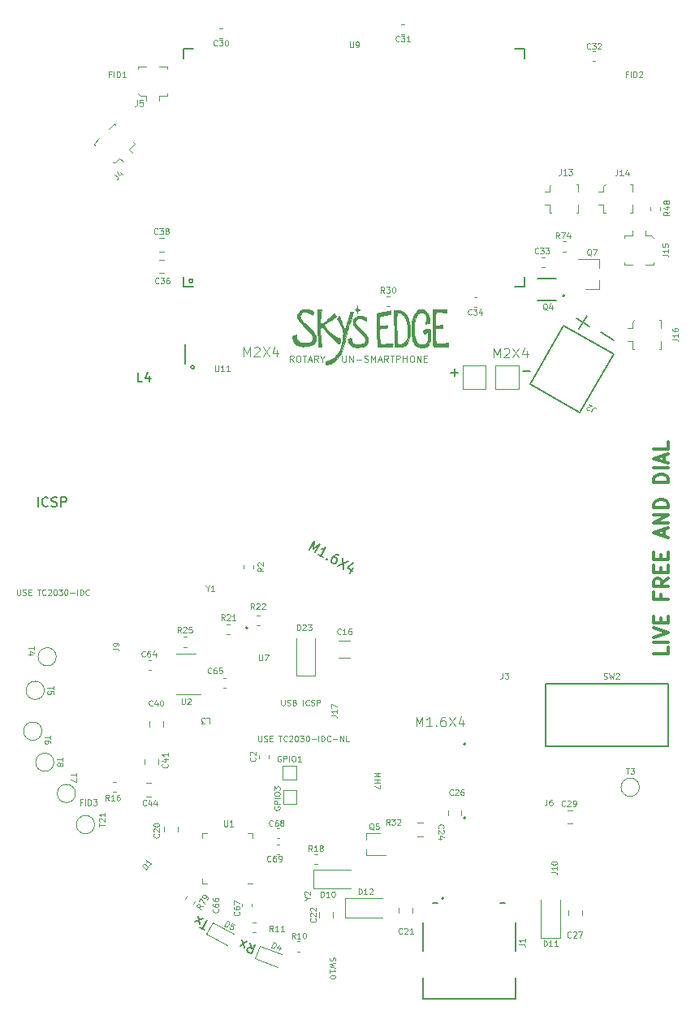
<source format=gbr>
G04 #@! TF.GenerationSoftware,KiCad,Pcbnew,6.0.0+dfsg1-2*
G04 #@! TF.CreationDate,2022-05-11T22:29:49-04:00*
G04 #@! TF.ProjectId,RUSP_Mainboard,52555350-5f4d-4616-996e-626f6172642e,rev?*
G04 #@! TF.SameCoordinates,Original*
G04 #@! TF.FileFunction,Legend,Top*
G04 #@! TF.FilePolarity,Positive*
%FSLAX46Y46*%
G04 Gerber Fmt 4.6, Leading zero omitted, Abs format (unit mm)*
G04 Created by KiCad (PCBNEW 6.0.0+dfsg1-2) date 2022-05-11 22:29:49*
%MOMM*%
%LPD*%
G01*
G04 APERTURE LIST*
%ADD10C,0.300000*%
%ADD11C,0.120000*%
%ADD12C,0.150000*%
%ADD13C,0.100000*%
%ADD14C,0.010000*%
%ADD15C,0.127000*%
%ADD16C,0.200000*%
G04 APERTURE END LIST*
D10*
X180278571Y-119964285D02*
X180278571Y-120678571D01*
X178778571Y-120678571D01*
X180278571Y-119464285D02*
X178778571Y-119464285D01*
X178778571Y-118964285D02*
X180278571Y-118464285D01*
X178778571Y-117964285D01*
X179492857Y-117464285D02*
X179492857Y-116964285D01*
X180278571Y-116750000D02*
X180278571Y-117464285D01*
X178778571Y-117464285D01*
X178778571Y-116750000D01*
X179492857Y-114464285D02*
X179492857Y-114964285D01*
X180278571Y-114964285D02*
X178778571Y-114964285D01*
X178778571Y-114250000D01*
X180278571Y-112821428D02*
X179564285Y-113321428D01*
X180278571Y-113678571D02*
X178778571Y-113678571D01*
X178778571Y-113107142D01*
X178850000Y-112964285D01*
X178921428Y-112892857D01*
X179064285Y-112821428D01*
X179278571Y-112821428D01*
X179421428Y-112892857D01*
X179492857Y-112964285D01*
X179564285Y-113107142D01*
X179564285Y-113678571D01*
X179492857Y-112178571D02*
X179492857Y-111678571D01*
X180278571Y-111464285D02*
X180278571Y-112178571D01*
X178778571Y-112178571D01*
X178778571Y-111464285D01*
X179492857Y-110821428D02*
X179492857Y-110321428D01*
X180278571Y-110107142D02*
X180278571Y-110821428D01*
X178778571Y-110821428D01*
X178778571Y-110107142D01*
X179850000Y-108392857D02*
X179850000Y-107678571D01*
X180278571Y-108535714D02*
X178778571Y-108035714D01*
X180278571Y-107535714D01*
X180278571Y-107035714D02*
X178778571Y-107035714D01*
X180278571Y-106178571D01*
X178778571Y-106178571D01*
X180278571Y-105464285D02*
X178778571Y-105464285D01*
X178778571Y-105107142D01*
X178850000Y-104892857D01*
X178992857Y-104750000D01*
X179135714Y-104678571D01*
X179421428Y-104607142D01*
X179635714Y-104607142D01*
X179921428Y-104678571D01*
X180064285Y-104750000D01*
X180207142Y-104892857D01*
X180278571Y-105107142D01*
X180278571Y-105464285D01*
X180278571Y-102821428D02*
X178778571Y-102821428D01*
X178778571Y-102464285D01*
X178850000Y-102250000D01*
X178992857Y-102107142D01*
X179135714Y-102035714D01*
X179421428Y-101964285D01*
X179635714Y-101964285D01*
X179921428Y-102035714D01*
X180064285Y-102107142D01*
X180207142Y-102250000D01*
X180278571Y-102464285D01*
X180278571Y-102821428D01*
X180278571Y-101321428D02*
X178778571Y-101321428D01*
X179850000Y-100678571D02*
X179850000Y-99964285D01*
X180278571Y-100821428D02*
X178778571Y-100321428D01*
X180278571Y-99821428D01*
X180278571Y-98607142D02*
X180278571Y-99321428D01*
X178778571Y-99321428D01*
D11*
X162038095Y-89802380D02*
X162038095Y-88802380D01*
X162371428Y-89516666D01*
X162704761Y-88802380D01*
X162704761Y-89802380D01*
X163133333Y-88897619D02*
X163180952Y-88850000D01*
X163276190Y-88802380D01*
X163514285Y-88802380D01*
X163609523Y-88850000D01*
X163657142Y-88897619D01*
X163704761Y-88992857D01*
X163704761Y-89088095D01*
X163657142Y-89230952D01*
X163085714Y-89802380D01*
X163704761Y-89802380D01*
X164038095Y-88802380D02*
X164704761Y-89802380D01*
X164704761Y-88802380D02*
X164038095Y-89802380D01*
X165514285Y-89135714D02*
X165514285Y-89802380D01*
X165276190Y-88754761D02*
X165038095Y-89469047D01*
X165657142Y-89469047D01*
X153973809Y-128252380D02*
X153973809Y-127252380D01*
X154307142Y-127966666D01*
X154640476Y-127252380D01*
X154640476Y-128252380D01*
X155640476Y-128252380D02*
X155069047Y-128252380D01*
X155354761Y-128252380D02*
X155354761Y-127252380D01*
X155259523Y-127395238D01*
X155164285Y-127490476D01*
X155069047Y-127538095D01*
X156069047Y-128157142D02*
X156116666Y-128204761D01*
X156069047Y-128252380D01*
X156021428Y-128204761D01*
X156069047Y-128157142D01*
X156069047Y-128252380D01*
X156973809Y-127252380D02*
X156783333Y-127252380D01*
X156688095Y-127300000D01*
X156640476Y-127347619D01*
X156545238Y-127490476D01*
X156497619Y-127680952D01*
X156497619Y-128061904D01*
X156545238Y-128157142D01*
X156592857Y-128204761D01*
X156688095Y-128252380D01*
X156878571Y-128252380D01*
X156973809Y-128204761D01*
X157021428Y-128157142D01*
X157069047Y-128061904D01*
X157069047Y-127823809D01*
X157021428Y-127728571D01*
X156973809Y-127680952D01*
X156878571Y-127633333D01*
X156688095Y-127633333D01*
X156592857Y-127680952D01*
X156545238Y-127728571D01*
X156497619Y-127823809D01*
X157402380Y-127252380D02*
X158069047Y-128252380D01*
X158069047Y-127252380D02*
X157402380Y-128252380D01*
X158878571Y-127585714D02*
X158878571Y-128252380D01*
X158640476Y-127204761D02*
X158402380Y-127919047D01*
X159021428Y-127919047D01*
D12*
X142829365Y-109803678D02*
X143329365Y-108937652D01*
X143260897Y-109722908D01*
X143906715Y-109270986D01*
X143406715Y-110137011D01*
X144272741Y-110637011D02*
X143777869Y-110351297D01*
X144025305Y-110494154D02*
X144525305Y-109628128D01*
X144371398Y-109704227D01*
X144241300Y-109739087D01*
X144135012Y-109732707D01*
X144691514Y-110768818D02*
X144708943Y-110833867D01*
X144643895Y-110851297D01*
X144626465Y-110786248D01*
X144691514Y-110768818D01*
X144643895Y-110851297D01*
X145927441Y-110437652D02*
X145762484Y-110342414D01*
X145656196Y-110336034D01*
X145591147Y-110353464D01*
X145437240Y-110429563D01*
X145300763Y-110570711D01*
X145110286Y-110900625D01*
X145103907Y-111006913D01*
X145121336Y-111071962D01*
X145180006Y-111160821D01*
X145344963Y-111256059D01*
X145451251Y-111262438D01*
X145516300Y-111245009D01*
X145605158Y-111186339D01*
X145724206Y-110980143D01*
X145730585Y-110873855D01*
X145713156Y-110808806D01*
X145654487Y-110719948D01*
X145489529Y-110624710D01*
X145383241Y-110618330D01*
X145318192Y-110635760D01*
X145229334Y-110694429D01*
X146298595Y-110651938D02*
X146375945Y-111851297D01*
X146875945Y-110985271D02*
X145798595Y-111517963D01*
X147410347Y-111678708D02*
X147077014Y-112256059D01*
X147394627Y-111229746D02*
X146831287Y-111729288D01*
X147367398Y-112038812D01*
D11*
X135988095Y-89702380D02*
X135988095Y-88702380D01*
X136321428Y-89416666D01*
X136654761Y-88702380D01*
X136654761Y-89702380D01*
X137083333Y-88797619D02*
X137130952Y-88750000D01*
X137226190Y-88702380D01*
X137464285Y-88702380D01*
X137559523Y-88750000D01*
X137607142Y-88797619D01*
X137654761Y-88892857D01*
X137654761Y-88988095D01*
X137607142Y-89130952D01*
X137035714Y-89702380D01*
X137654761Y-89702380D01*
X137988095Y-88702380D02*
X138654761Y-89702380D01*
X138654761Y-88702380D02*
X137988095Y-89702380D01*
X139464285Y-89035714D02*
X139464285Y-89702380D01*
X139226190Y-88654761D02*
X138988095Y-89369047D01*
X139607142Y-89369047D01*
X141200000Y-90266666D02*
X140966666Y-89933333D01*
X140800000Y-90266666D02*
X140800000Y-89566666D01*
X141066666Y-89566666D01*
X141133333Y-89600000D01*
X141166666Y-89633333D01*
X141200000Y-89700000D01*
X141200000Y-89800000D01*
X141166666Y-89866666D01*
X141133333Y-89900000D01*
X141066666Y-89933333D01*
X140800000Y-89933333D01*
X141633333Y-89566666D02*
X141766666Y-89566666D01*
X141833333Y-89600000D01*
X141900000Y-89666666D01*
X141933333Y-89800000D01*
X141933333Y-90033333D01*
X141900000Y-90166666D01*
X141833333Y-90233333D01*
X141766666Y-90266666D01*
X141633333Y-90266666D01*
X141566666Y-90233333D01*
X141500000Y-90166666D01*
X141466666Y-90033333D01*
X141466666Y-89800000D01*
X141500000Y-89666666D01*
X141566666Y-89600000D01*
X141633333Y-89566666D01*
X142133333Y-89566666D02*
X142533333Y-89566666D01*
X142333333Y-90266666D02*
X142333333Y-89566666D01*
X142733333Y-90066666D02*
X143066666Y-90066666D01*
X142666666Y-90266666D02*
X142900000Y-89566666D01*
X143133333Y-90266666D01*
X143766666Y-90266666D02*
X143533333Y-89933333D01*
X143366666Y-90266666D02*
X143366666Y-89566666D01*
X143633333Y-89566666D01*
X143700000Y-89600000D01*
X143733333Y-89633333D01*
X143766666Y-89700000D01*
X143766666Y-89800000D01*
X143733333Y-89866666D01*
X143700000Y-89900000D01*
X143633333Y-89933333D01*
X143366666Y-89933333D01*
X144200000Y-89933333D02*
X144200000Y-90266666D01*
X143966666Y-89566666D02*
X144200000Y-89933333D01*
X144433333Y-89566666D01*
X146266666Y-89566666D02*
X146266666Y-90133333D01*
X146300000Y-90200000D01*
X146333333Y-90233333D01*
X146400000Y-90266666D01*
X146533333Y-90266666D01*
X146600000Y-90233333D01*
X146633333Y-90200000D01*
X146666666Y-90133333D01*
X146666666Y-89566666D01*
X147000000Y-90266666D02*
X147000000Y-89566666D01*
X147400000Y-90266666D01*
X147400000Y-89566666D01*
X147733333Y-90000000D02*
X148266666Y-90000000D01*
X148566666Y-90233333D02*
X148666666Y-90266666D01*
X148833333Y-90266666D01*
X148900000Y-90233333D01*
X148933333Y-90200000D01*
X148966666Y-90133333D01*
X148966666Y-90066666D01*
X148933333Y-90000000D01*
X148900000Y-89966666D01*
X148833333Y-89933333D01*
X148700000Y-89900000D01*
X148633333Y-89866666D01*
X148600000Y-89833333D01*
X148566666Y-89766666D01*
X148566666Y-89700000D01*
X148600000Y-89633333D01*
X148633333Y-89600000D01*
X148700000Y-89566666D01*
X148866666Y-89566666D01*
X148966666Y-89600000D01*
X149266666Y-90266666D02*
X149266666Y-89566666D01*
X149500000Y-90066666D01*
X149733333Y-89566666D01*
X149733333Y-90266666D01*
X150033333Y-90066666D02*
X150366666Y-90066666D01*
X149966666Y-90266666D02*
X150200000Y-89566666D01*
X150433333Y-90266666D01*
X151066666Y-90266666D02*
X150833333Y-89933333D01*
X150666666Y-90266666D02*
X150666666Y-89566666D01*
X150933333Y-89566666D01*
X151000000Y-89600000D01*
X151033333Y-89633333D01*
X151066666Y-89700000D01*
X151066666Y-89800000D01*
X151033333Y-89866666D01*
X151000000Y-89900000D01*
X150933333Y-89933333D01*
X150666666Y-89933333D01*
X151266666Y-89566666D02*
X151666666Y-89566666D01*
X151466666Y-90266666D02*
X151466666Y-89566666D01*
X151900000Y-90266666D02*
X151900000Y-89566666D01*
X152166666Y-89566666D01*
X152233333Y-89600000D01*
X152266666Y-89633333D01*
X152300000Y-89700000D01*
X152300000Y-89800000D01*
X152266666Y-89866666D01*
X152233333Y-89900000D01*
X152166666Y-89933333D01*
X151900000Y-89933333D01*
X152600000Y-90266666D02*
X152600000Y-89566666D01*
X152600000Y-89900000D02*
X153000000Y-89900000D01*
X153000000Y-90266666D02*
X153000000Y-89566666D01*
X153466666Y-89566666D02*
X153600000Y-89566666D01*
X153666666Y-89600000D01*
X153733333Y-89666666D01*
X153766666Y-89800000D01*
X153766666Y-90033333D01*
X153733333Y-90166666D01*
X153666666Y-90233333D01*
X153600000Y-90266666D01*
X153466666Y-90266666D01*
X153400000Y-90233333D01*
X153333333Y-90166666D01*
X153300000Y-90033333D01*
X153300000Y-89800000D01*
X153333333Y-89666666D01*
X153400000Y-89600000D01*
X153466666Y-89566666D01*
X154066666Y-90266666D02*
X154066666Y-89566666D01*
X154466666Y-90266666D01*
X154466666Y-89566666D01*
X154800000Y-89900000D02*
X155033333Y-89900000D01*
X155133333Y-90266666D02*
X154800000Y-90266666D01*
X154800000Y-89566666D01*
X155133333Y-89566666D01*
X151214285Y-138521428D02*
X151014285Y-138235714D01*
X150871428Y-138521428D02*
X150871428Y-137921428D01*
X151100000Y-137921428D01*
X151157142Y-137950000D01*
X151185714Y-137978571D01*
X151214285Y-138035714D01*
X151214285Y-138121428D01*
X151185714Y-138178571D01*
X151157142Y-138207142D01*
X151100000Y-138235714D01*
X150871428Y-138235714D01*
X151414285Y-137921428D02*
X151785714Y-137921428D01*
X151585714Y-138150000D01*
X151671428Y-138150000D01*
X151728571Y-138178571D01*
X151757142Y-138207142D01*
X151785714Y-138264285D01*
X151785714Y-138407142D01*
X151757142Y-138464285D01*
X151728571Y-138492857D01*
X151671428Y-138521428D01*
X151500000Y-138521428D01*
X151442857Y-138492857D01*
X151414285Y-138464285D01*
X152014285Y-137978571D02*
X152042857Y-137950000D01*
X152100000Y-137921428D01*
X152242857Y-137921428D01*
X152300000Y-137950000D01*
X152328571Y-137978571D01*
X152357142Y-138035714D01*
X152357142Y-138092857D01*
X152328571Y-138178571D01*
X151985714Y-138521428D01*
X152357142Y-138521428D01*
X159739285Y-85284285D02*
X159710714Y-85312857D01*
X159625000Y-85341428D01*
X159567857Y-85341428D01*
X159482142Y-85312857D01*
X159425000Y-85255714D01*
X159396428Y-85198571D01*
X159367857Y-85084285D01*
X159367857Y-84998571D01*
X159396428Y-84884285D01*
X159425000Y-84827142D01*
X159482142Y-84770000D01*
X159567857Y-84741428D01*
X159625000Y-84741428D01*
X159710714Y-84770000D01*
X159739285Y-84798571D01*
X159939285Y-84741428D02*
X160310714Y-84741428D01*
X160110714Y-84970000D01*
X160196428Y-84970000D01*
X160253571Y-84998571D01*
X160282142Y-85027142D01*
X160310714Y-85084285D01*
X160310714Y-85227142D01*
X160282142Y-85284285D01*
X160253571Y-85312857D01*
X160196428Y-85341428D01*
X160025000Y-85341428D01*
X159967857Y-85312857D01*
X159939285Y-85284285D01*
X160825000Y-84941428D02*
X160825000Y-85341428D01*
X160682142Y-84712857D02*
X160539285Y-85141428D01*
X160910714Y-85141428D01*
X166714285Y-78914285D02*
X166685714Y-78942857D01*
X166600000Y-78971428D01*
X166542857Y-78971428D01*
X166457142Y-78942857D01*
X166400000Y-78885714D01*
X166371428Y-78828571D01*
X166342857Y-78714285D01*
X166342857Y-78628571D01*
X166371428Y-78514285D01*
X166400000Y-78457142D01*
X166457142Y-78400000D01*
X166542857Y-78371428D01*
X166600000Y-78371428D01*
X166685714Y-78400000D01*
X166714285Y-78428571D01*
X166914285Y-78371428D02*
X167285714Y-78371428D01*
X167085714Y-78600000D01*
X167171428Y-78600000D01*
X167228571Y-78628571D01*
X167257142Y-78657142D01*
X167285714Y-78714285D01*
X167285714Y-78857142D01*
X167257142Y-78914285D01*
X167228571Y-78942857D01*
X167171428Y-78971428D01*
X167000000Y-78971428D01*
X166942857Y-78942857D01*
X166914285Y-78914285D01*
X167485714Y-78371428D02*
X167857142Y-78371428D01*
X167657142Y-78600000D01*
X167742857Y-78600000D01*
X167800000Y-78628571D01*
X167828571Y-78657142D01*
X167857142Y-78714285D01*
X167857142Y-78857142D01*
X167828571Y-78914285D01*
X167800000Y-78942857D01*
X167742857Y-78971428D01*
X167571428Y-78971428D01*
X167514285Y-78942857D01*
X167485714Y-78914285D01*
X172129285Y-57584285D02*
X172100714Y-57612857D01*
X172015000Y-57641428D01*
X171957857Y-57641428D01*
X171872142Y-57612857D01*
X171815000Y-57555714D01*
X171786428Y-57498571D01*
X171757857Y-57384285D01*
X171757857Y-57298571D01*
X171786428Y-57184285D01*
X171815000Y-57127142D01*
X171872142Y-57070000D01*
X171957857Y-57041428D01*
X172015000Y-57041428D01*
X172100714Y-57070000D01*
X172129285Y-57098571D01*
X172329285Y-57041428D02*
X172700714Y-57041428D01*
X172500714Y-57270000D01*
X172586428Y-57270000D01*
X172643571Y-57298571D01*
X172672142Y-57327142D01*
X172700714Y-57384285D01*
X172700714Y-57527142D01*
X172672142Y-57584285D01*
X172643571Y-57612857D01*
X172586428Y-57641428D01*
X172415000Y-57641428D01*
X172357857Y-57612857D01*
X172329285Y-57584285D01*
X172929285Y-57098571D02*
X172957857Y-57070000D01*
X173015000Y-57041428D01*
X173157857Y-57041428D01*
X173215000Y-57070000D01*
X173243571Y-57098571D01*
X173272142Y-57155714D01*
X173272142Y-57212857D01*
X173243571Y-57298571D01*
X172900714Y-57641428D01*
X173272142Y-57641428D01*
X152214285Y-56784285D02*
X152185714Y-56812857D01*
X152100000Y-56841428D01*
X152042857Y-56841428D01*
X151957142Y-56812857D01*
X151900000Y-56755714D01*
X151871428Y-56698571D01*
X151842857Y-56584285D01*
X151842857Y-56498571D01*
X151871428Y-56384285D01*
X151900000Y-56327142D01*
X151957142Y-56270000D01*
X152042857Y-56241428D01*
X152100000Y-56241428D01*
X152185714Y-56270000D01*
X152214285Y-56298571D01*
X152414285Y-56241428D02*
X152785714Y-56241428D01*
X152585714Y-56470000D01*
X152671428Y-56470000D01*
X152728571Y-56498571D01*
X152757142Y-56527142D01*
X152785714Y-56584285D01*
X152785714Y-56727142D01*
X152757142Y-56784285D01*
X152728571Y-56812857D01*
X152671428Y-56841428D01*
X152500000Y-56841428D01*
X152442857Y-56812857D01*
X152414285Y-56784285D01*
X153357142Y-56841428D02*
X153014285Y-56841428D01*
X153185714Y-56841428D02*
X153185714Y-56241428D01*
X153128571Y-56327142D01*
X153071428Y-56384285D01*
X153014285Y-56412857D01*
X167600000Y-135891428D02*
X167600000Y-136320000D01*
X167571428Y-136405714D01*
X167514285Y-136462857D01*
X167428571Y-136491428D01*
X167371428Y-136491428D01*
X168142857Y-135891428D02*
X168028571Y-135891428D01*
X167971428Y-135920000D01*
X167942857Y-135948571D01*
X167885714Y-136034285D01*
X167857142Y-136148571D01*
X167857142Y-136377142D01*
X167885714Y-136434285D01*
X167914285Y-136462857D01*
X167971428Y-136491428D01*
X168085714Y-136491428D01*
X168142857Y-136462857D01*
X168171428Y-136434285D01*
X168200000Y-136377142D01*
X168200000Y-136234285D01*
X168171428Y-136177142D01*
X168142857Y-136148571D01*
X168085714Y-136120000D01*
X167971428Y-136120000D01*
X167914285Y-136148571D01*
X167885714Y-136177142D01*
X167857142Y-136234285D01*
X173550000Y-123292857D02*
X173635714Y-123321428D01*
X173778571Y-123321428D01*
X173835714Y-123292857D01*
X173864285Y-123264285D01*
X173892857Y-123207142D01*
X173892857Y-123150000D01*
X173864285Y-123092857D01*
X173835714Y-123064285D01*
X173778571Y-123035714D01*
X173664285Y-123007142D01*
X173607142Y-122978571D01*
X173578571Y-122950000D01*
X173550000Y-122892857D01*
X173550000Y-122835714D01*
X173578571Y-122778571D01*
X173607142Y-122750000D01*
X173664285Y-122721428D01*
X173807142Y-122721428D01*
X173892857Y-122750000D01*
X174092857Y-122721428D02*
X174235714Y-123321428D01*
X174350000Y-122892857D01*
X174464285Y-123321428D01*
X174607142Y-122721428D01*
X174807142Y-122778571D02*
X174835714Y-122750000D01*
X174892857Y-122721428D01*
X175035714Y-122721428D01*
X175092857Y-122750000D01*
X175121428Y-122778571D01*
X175150000Y-122835714D01*
X175150000Y-122892857D01*
X175121428Y-122978571D01*
X174778571Y-123321428D01*
X175150000Y-123321428D01*
X115828571Y-129192857D02*
X115828571Y-129535714D01*
X115228571Y-129364285D02*
X115828571Y-129364285D01*
X115828571Y-129992857D02*
X115828571Y-129878571D01*
X115800000Y-129821428D01*
X115771428Y-129792857D01*
X115685714Y-129735714D01*
X115571428Y-129707142D01*
X115342857Y-129707142D01*
X115285714Y-129735714D01*
X115257142Y-129764285D01*
X115228571Y-129821428D01*
X115228571Y-129935714D01*
X115257142Y-129992857D01*
X115285714Y-130021428D01*
X115342857Y-130050000D01*
X115485714Y-130050000D01*
X115542857Y-130021428D01*
X115571428Y-129992857D01*
X115600000Y-129935714D01*
X115600000Y-129821428D01*
X115571428Y-129764285D01*
X115542857Y-129735714D01*
X115485714Y-129707142D01*
X114128571Y-119942857D02*
X114128571Y-120285714D01*
X113528571Y-120114285D02*
X114128571Y-120114285D01*
X113928571Y-120742857D02*
X113528571Y-120742857D01*
X114157142Y-120600000D02*
X113728571Y-120457142D01*
X113728571Y-120828571D01*
X168071428Y-143485714D02*
X168500000Y-143485714D01*
X168585714Y-143514285D01*
X168642857Y-143571428D01*
X168671428Y-143657142D01*
X168671428Y-143714285D01*
X168671428Y-142885714D02*
X168671428Y-143228571D01*
X168671428Y-143057142D02*
X168071428Y-143057142D01*
X168157142Y-143114285D01*
X168214285Y-143171428D01*
X168242857Y-143228571D01*
X168071428Y-142514285D02*
X168071428Y-142457142D01*
X168100000Y-142400000D01*
X168128571Y-142371428D01*
X168185714Y-142342857D01*
X168300000Y-142314285D01*
X168442857Y-142314285D01*
X168557142Y-142342857D01*
X168614285Y-142371428D01*
X168642857Y-142400000D01*
X168671428Y-142457142D01*
X168671428Y-142514285D01*
X168642857Y-142571428D01*
X168614285Y-142600000D01*
X168557142Y-142628571D01*
X168442857Y-142657142D01*
X168300000Y-142657142D01*
X168185714Y-142628571D01*
X168128571Y-142600000D01*
X168100000Y-142571428D01*
X168071428Y-142514285D01*
X149628571Y-133100000D02*
X150228571Y-133100000D01*
X149800000Y-133300000D01*
X150228571Y-133500000D01*
X149628571Y-133500000D01*
X149628571Y-133785714D02*
X150228571Y-133785714D01*
X149942857Y-133785714D02*
X149942857Y-134128571D01*
X149628571Y-134128571D02*
X150228571Y-134128571D01*
X150228571Y-134357142D02*
X150228571Y-134757142D01*
X149628571Y-134500000D01*
X167271428Y-151191428D02*
X167271428Y-150591428D01*
X167414285Y-150591428D01*
X167500000Y-150620000D01*
X167557142Y-150677142D01*
X167585714Y-150734285D01*
X167614285Y-150848571D01*
X167614285Y-150934285D01*
X167585714Y-151048571D01*
X167557142Y-151105714D01*
X167500000Y-151162857D01*
X167414285Y-151191428D01*
X167271428Y-151191428D01*
X168185714Y-151191428D02*
X167842857Y-151191428D01*
X168014285Y-151191428D02*
X168014285Y-150591428D01*
X167957142Y-150677142D01*
X167900000Y-150734285D01*
X167842857Y-150762857D01*
X168757142Y-151191428D02*
X168414285Y-151191428D01*
X168585714Y-151191428D02*
X168585714Y-150591428D01*
X168528571Y-150677142D01*
X168471428Y-150734285D01*
X168414285Y-150762857D01*
X169514285Y-136514285D02*
X169485714Y-136542857D01*
X169400000Y-136571428D01*
X169342857Y-136571428D01*
X169257142Y-136542857D01*
X169200000Y-136485714D01*
X169171428Y-136428571D01*
X169142857Y-136314285D01*
X169142857Y-136228571D01*
X169171428Y-136114285D01*
X169200000Y-136057142D01*
X169257142Y-136000000D01*
X169342857Y-135971428D01*
X169400000Y-135971428D01*
X169485714Y-136000000D01*
X169514285Y-136028571D01*
X169742857Y-136028571D02*
X169771428Y-136000000D01*
X169828571Y-135971428D01*
X169971428Y-135971428D01*
X170028571Y-136000000D01*
X170057142Y-136028571D01*
X170085714Y-136085714D01*
X170085714Y-136142857D01*
X170057142Y-136228571D01*
X169714285Y-136571428D01*
X170085714Y-136571428D01*
X170371428Y-136571428D02*
X170485714Y-136571428D01*
X170542857Y-136542857D01*
X170571428Y-136514285D01*
X170628571Y-136428571D01*
X170657142Y-136314285D01*
X170657142Y-136085714D01*
X170628571Y-136028571D01*
X170600000Y-136000000D01*
X170542857Y-135971428D01*
X170428571Y-135971428D01*
X170371428Y-136000000D01*
X170342857Y-136028571D01*
X170314285Y-136085714D01*
X170314285Y-136228571D01*
X170342857Y-136285714D01*
X170371428Y-136314285D01*
X170428571Y-136342857D01*
X170542857Y-136342857D01*
X170600000Y-136314285D01*
X170628571Y-136285714D01*
X170657142Y-136228571D01*
X157814285Y-135364285D02*
X157785714Y-135392857D01*
X157700000Y-135421428D01*
X157642857Y-135421428D01*
X157557142Y-135392857D01*
X157500000Y-135335714D01*
X157471428Y-135278571D01*
X157442857Y-135164285D01*
X157442857Y-135078571D01*
X157471428Y-134964285D01*
X157500000Y-134907142D01*
X157557142Y-134850000D01*
X157642857Y-134821428D01*
X157700000Y-134821428D01*
X157785714Y-134850000D01*
X157814285Y-134878571D01*
X158042857Y-134878571D02*
X158071428Y-134850000D01*
X158128571Y-134821428D01*
X158271428Y-134821428D01*
X158328571Y-134850000D01*
X158357142Y-134878571D01*
X158385714Y-134935714D01*
X158385714Y-134992857D01*
X158357142Y-135078571D01*
X158014285Y-135421428D01*
X158385714Y-135421428D01*
X158900000Y-134821428D02*
X158785714Y-134821428D01*
X158728571Y-134850000D01*
X158700000Y-134878571D01*
X158642857Y-134964285D01*
X158614285Y-135078571D01*
X158614285Y-135307142D01*
X158642857Y-135364285D01*
X158671428Y-135392857D01*
X158728571Y-135421428D01*
X158842857Y-135421428D01*
X158900000Y-135392857D01*
X158928571Y-135364285D01*
X158957142Y-135307142D01*
X158957142Y-135164285D01*
X158928571Y-135107142D01*
X158900000Y-135078571D01*
X158842857Y-135050000D01*
X158728571Y-135050000D01*
X158671428Y-135078571D01*
X158642857Y-135107142D01*
X158614285Y-135164285D01*
X156335714Y-138864285D02*
X156307142Y-138835714D01*
X156278571Y-138750000D01*
X156278571Y-138692857D01*
X156307142Y-138607142D01*
X156364285Y-138550000D01*
X156421428Y-138521428D01*
X156535714Y-138492857D01*
X156621428Y-138492857D01*
X156735714Y-138521428D01*
X156792857Y-138550000D01*
X156850000Y-138607142D01*
X156878571Y-138692857D01*
X156878571Y-138750000D01*
X156850000Y-138835714D01*
X156821428Y-138864285D01*
X156821428Y-139092857D02*
X156850000Y-139121428D01*
X156878571Y-139178571D01*
X156878571Y-139321428D01*
X156850000Y-139378571D01*
X156821428Y-139407142D01*
X156764285Y-139435714D01*
X156707142Y-139435714D01*
X156621428Y-139407142D01*
X156278571Y-139064285D01*
X156278571Y-139435714D01*
X156678571Y-139950000D02*
X156278571Y-139950000D01*
X156907142Y-139807142D02*
X156478571Y-139664285D01*
X156478571Y-140035714D01*
X143464285Y-148285714D02*
X143492857Y-148314285D01*
X143521428Y-148400000D01*
X143521428Y-148457142D01*
X143492857Y-148542857D01*
X143435714Y-148600000D01*
X143378571Y-148628571D01*
X143264285Y-148657142D01*
X143178571Y-148657142D01*
X143064285Y-148628571D01*
X143007142Y-148600000D01*
X142950000Y-148542857D01*
X142921428Y-148457142D01*
X142921428Y-148400000D01*
X142950000Y-148314285D01*
X142978571Y-148285714D01*
X142978571Y-148057142D02*
X142950000Y-148028571D01*
X142921428Y-147971428D01*
X142921428Y-147828571D01*
X142950000Y-147771428D01*
X142978571Y-147742857D01*
X143035714Y-147714285D01*
X143092857Y-147714285D01*
X143178571Y-147742857D01*
X143521428Y-148085714D01*
X143521428Y-147714285D01*
X142978571Y-147485714D02*
X142950000Y-147457142D01*
X142921428Y-147400000D01*
X142921428Y-147257142D01*
X142950000Y-147200000D01*
X142978571Y-147171428D01*
X143035714Y-147142857D01*
X143092857Y-147142857D01*
X143178571Y-147171428D01*
X143521428Y-147514285D01*
X143521428Y-147142857D01*
X127114285Y-139485714D02*
X127142857Y-139514285D01*
X127171428Y-139600000D01*
X127171428Y-139657142D01*
X127142857Y-139742857D01*
X127085714Y-139800000D01*
X127028571Y-139828571D01*
X126914285Y-139857142D01*
X126828571Y-139857142D01*
X126714285Y-139828571D01*
X126657142Y-139800000D01*
X126600000Y-139742857D01*
X126571428Y-139657142D01*
X126571428Y-139600000D01*
X126600000Y-139514285D01*
X126628571Y-139485714D01*
X126628571Y-139257142D02*
X126600000Y-139228571D01*
X126571428Y-139171428D01*
X126571428Y-139028571D01*
X126600000Y-138971428D01*
X126628571Y-138942857D01*
X126685714Y-138914285D01*
X126742857Y-138914285D01*
X126828571Y-138942857D01*
X127171428Y-139285714D01*
X127171428Y-138914285D01*
X126571428Y-138542857D02*
X126571428Y-138485714D01*
X126600000Y-138428571D01*
X126628571Y-138400000D01*
X126685714Y-138371428D01*
X126800000Y-138342857D01*
X126942857Y-138342857D01*
X127057142Y-138371428D01*
X127114285Y-138400000D01*
X127142857Y-138428571D01*
X127171428Y-138485714D01*
X127171428Y-138542857D01*
X127142857Y-138600000D01*
X127114285Y-138628571D01*
X127057142Y-138657142D01*
X126942857Y-138685714D01*
X126800000Y-138685714D01*
X126685714Y-138657142D01*
X126628571Y-138628571D01*
X126600000Y-138600000D01*
X126571428Y-138542857D01*
X145007142Y-152364285D02*
X144978571Y-152450000D01*
X144978571Y-152592857D01*
X145007142Y-152650000D01*
X145035714Y-152678571D01*
X145092857Y-152707142D01*
X145150000Y-152707142D01*
X145207142Y-152678571D01*
X145235714Y-152650000D01*
X145264285Y-152592857D01*
X145292857Y-152478571D01*
X145321428Y-152421428D01*
X145350000Y-152392857D01*
X145407142Y-152364285D01*
X145464285Y-152364285D01*
X145521428Y-152392857D01*
X145550000Y-152421428D01*
X145578571Y-152478571D01*
X145578571Y-152621428D01*
X145550000Y-152707142D01*
X145578571Y-152907142D02*
X144978571Y-153050000D01*
X145407142Y-153164285D01*
X144978571Y-153278571D01*
X145578571Y-153421428D01*
X144978571Y-153964285D02*
X144978571Y-153621428D01*
X144978571Y-153792857D02*
X145578571Y-153792857D01*
X145492857Y-153735714D01*
X145435714Y-153678571D01*
X145407142Y-153621428D01*
X145578571Y-154335714D02*
X145578571Y-154392857D01*
X145550000Y-154450000D01*
X145521428Y-154478571D01*
X145464285Y-154507142D01*
X145350000Y-154535714D01*
X145207142Y-154535714D01*
X145092857Y-154507142D01*
X145035714Y-154478571D01*
X145007142Y-154450000D01*
X144978571Y-154392857D01*
X144978571Y-154335714D01*
X145007142Y-154278571D01*
X145035714Y-154250000D01*
X145092857Y-154221428D01*
X145207142Y-154192857D01*
X145350000Y-154192857D01*
X145464285Y-154221428D01*
X145521428Y-154250000D01*
X145550000Y-154278571D01*
X145578571Y-154335714D01*
X133229285Y-57244285D02*
X133200714Y-57272857D01*
X133115000Y-57301428D01*
X133057857Y-57301428D01*
X132972142Y-57272857D01*
X132915000Y-57215714D01*
X132886428Y-57158571D01*
X132857857Y-57044285D01*
X132857857Y-56958571D01*
X132886428Y-56844285D01*
X132915000Y-56787142D01*
X132972142Y-56730000D01*
X133057857Y-56701428D01*
X133115000Y-56701428D01*
X133200714Y-56730000D01*
X133229285Y-56758571D01*
X133429285Y-56701428D02*
X133800714Y-56701428D01*
X133600714Y-56930000D01*
X133686428Y-56930000D01*
X133743571Y-56958571D01*
X133772142Y-56987142D01*
X133800714Y-57044285D01*
X133800714Y-57187142D01*
X133772142Y-57244285D01*
X133743571Y-57272857D01*
X133686428Y-57301428D01*
X133515000Y-57301428D01*
X133457857Y-57272857D01*
X133429285Y-57244285D01*
X134172142Y-56701428D02*
X134229285Y-56701428D01*
X134286428Y-56730000D01*
X134315000Y-56758571D01*
X134343571Y-56815714D01*
X134372142Y-56930000D01*
X134372142Y-57072857D01*
X134343571Y-57187142D01*
X134315000Y-57244285D01*
X134286428Y-57272857D01*
X134229285Y-57301428D01*
X134172142Y-57301428D01*
X134115000Y-57272857D01*
X134086428Y-57244285D01*
X134057857Y-57187142D01*
X134029285Y-57072857D01*
X134029285Y-56930000D01*
X134057857Y-56815714D01*
X134086428Y-56758571D01*
X134115000Y-56730000D01*
X134172142Y-56701428D01*
X122157142Y-60257142D02*
X121957142Y-60257142D01*
X121957142Y-60571428D02*
X121957142Y-59971428D01*
X122242857Y-59971428D01*
X122471428Y-60571428D02*
X122471428Y-59971428D01*
X122757142Y-60571428D02*
X122757142Y-59971428D01*
X122900000Y-59971428D01*
X122985714Y-60000000D01*
X123042857Y-60057142D01*
X123071428Y-60114285D01*
X123100000Y-60228571D01*
X123100000Y-60314285D01*
X123071428Y-60428571D01*
X123042857Y-60485714D01*
X122985714Y-60542857D01*
X122900000Y-60571428D01*
X122757142Y-60571428D01*
X123671428Y-60571428D02*
X123328571Y-60571428D01*
X123500000Y-60571428D02*
X123500000Y-59971428D01*
X123442857Y-60057142D01*
X123385714Y-60114285D01*
X123328571Y-60142857D01*
X138889285Y-151294694D02*
X139104306Y-150734546D01*
X139237675Y-150785741D01*
X139307457Y-150843132D01*
X139340326Y-150916958D01*
X139346522Y-150980544D01*
X139332239Y-151097478D01*
X139301522Y-151177500D01*
X139233892Y-151273955D01*
X139186740Y-151317064D01*
X139112914Y-151349933D01*
X139022654Y-151345890D01*
X138889285Y-151294694D01*
X139832844Y-151228434D02*
X139689497Y-151601867D01*
X139781388Y-150963849D02*
X139494434Y-151312760D01*
X139841192Y-151445868D01*
D12*
X136651031Y-150811796D02*
X136791573Y-151375814D01*
X137184505Y-151016577D02*
X136826137Y-151950158D01*
X136470488Y-151813637D01*
X136398640Y-151735050D01*
X136371249Y-151673529D01*
X136360923Y-151567551D01*
X136412119Y-151434183D01*
X136490705Y-151362335D01*
X136552227Y-151334944D01*
X136658204Y-151324618D01*
X137013854Y-151461140D01*
X136339837Y-150692340D02*
X135611907Y-151127010D01*
X136100925Y-151314727D02*
X135850819Y-150504623D01*
D11*
X137164285Y-131500000D02*
X137192857Y-131528571D01*
X137221428Y-131614285D01*
X137221428Y-131671428D01*
X137192857Y-131757142D01*
X137135714Y-131814285D01*
X137078571Y-131842857D01*
X136964285Y-131871428D01*
X136878571Y-131871428D01*
X136764285Y-131842857D01*
X136707142Y-131814285D01*
X136650000Y-131757142D01*
X136621428Y-131671428D01*
X136621428Y-131614285D01*
X136650000Y-131528571D01*
X136678571Y-131500000D01*
X136678571Y-131271428D02*
X136650000Y-131242857D01*
X136621428Y-131185714D01*
X136621428Y-131042857D01*
X136650000Y-130985714D01*
X136678571Y-130957142D01*
X136735714Y-130928571D01*
X136792857Y-130928571D01*
X136878571Y-130957142D01*
X137221428Y-131300000D01*
X137221428Y-130928571D01*
X137592857Y-120771428D02*
X137592857Y-121257142D01*
X137621428Y-121314285D01*
X137650000Y-121342857D01*
X137707142Y-121371428D01*
X137821428Y-121371428D01*
X137878571Y-121342857D01*
X137907142Y-121314285D01*
X137935714Y-121257142D01*
X137935714Y-120771428D01*
X138164285Y-120771428D02*
X138564285Y-120771428D01*
X138307142Y-121371428D01*
X141571428Y-118221428D02*
X141571428Y-117621428D01*
X141714285Y-117621428D01*
X141800000Y-117650000D01*
X141857142Y-117707142D01*
X141885714Y-117764285D01*
X141914285Y-117878571D01*
X141914285Y-117964285D01*
X141885714Y-118078571D01*
X141857142Y-118135714D01*
X141800000Y-118192857D01*
X141714285Y-118221428D01*
X141571428Y-118221428D01*
X142142857Y-117678571D02*
X142171428Y-117650000D01*
X142228571Y-117621428D01*
X142371428Y-117621428D01*
X142428571Y-117650000D01*
X142457142Y-117678571D01*
X142485714Y-117735714D01*
X142485714Y-117792857D01*
X142457142Y-117878571D01*
X142114285Y-118221428D01*
X142485714Y-118221428D01*
X142685714Y-117621428D02*
X143057142Y-117621428D01*
X142857142Y-117850000D01*
X142942857Y-117850000D01*
X143000000Y-117878571D01*
X143028571Y-117907142D01*
X143057142Y-117964285D01*
X143057142Y-118107142D01*
X143028571Y-118164285D01*
X143000000Y-118192857D01*
X142942857Y-118221428D01*
X142771428Y-118221428D01*
X142714285Y-118192857D01*
X142685714Y-118164285D01*
X164721428Y-151000000D02*
X165150000Y-151000000D01*
X165235714Y-151028571D01*
X165292857Y-151085714D01*
X165321428Y-151171428D01*
X165321428Y-151228571D01*
X165321428Y-150400000D02*
X165321428Y-150742857D01*
X165321428Y-150571428D02*
X164721428Y-150571428D01*
X164807142Y-150628571D01*
X164864285Y-150685714D01*
X164892857Y-150742857D01*
X147067857Y-56871428D02*
X147067857Y-57357142D01*
X147096428Y-57414285D01*
X147125000Y-57442857D01*
X147182142Y-57471428D01*
X147296428Y-57471428D01*
X147353571Y-57442857D01*
X147382142Y-57414285D01*
X147410714Y-57357142D01*
X147410714Y-56871428D01*
X147725000Y-57471428D02*
X147839285Y-57471428D01*
X147896428Y-57442857D01*
X147925000Y-57414285D01*
X147982142Y-57328571D01*
X148010714Y-57214285D01*
X148010714Y-56985714D01*
X147982142Y-56928571D01*
X147953571Y-56900000D01*
X147896428Y-56871428D01*
X147782142Y-56871428D01*
X147725000Y-56900000D01*
X147696428Y-56928571D01*
X147667857Y-56985714D01*
X147667857Y-57128571D01*
X147696428Y-57185714D01*
X147725000Y-57214285D01*
X147782142Y-57242857D01*
X147896428Y-57242857D01*
X147953571Y-57214285D01*
X147982142Y-57185714D01*
X148010714Y-57128571D01*
X180371428Y-74585714D02*
X180085714Y-74785714D01*
X180371428Y-74928571D02*
X179771428Y-74928571D01*
X179771428Y-74700000D01*
X179800000Y-74642857D01*
X179828571Y-74614285D01*
X179885714Y-74585714D01*
X179971428Y-74585714D01*
X180028571Y-74614285D01*
X180057142Y-74642857D01*
X180085714Y-74700000D01*
X180085714Y-74928571D01*
X179971428Y-74071428D02*
X180371428Y-74071428D01*
X179742857Y-74214285D02*
X180171428Y-74357142D01*
X180171428Y-73985714D01*
X180028571Y-73671428D02*
X180000000Y-73728571D01*
X179971428Y-73757142D01*
X179914285Y-73785714D01*
X179885714Y-73785714D01*
X179828571Y-73757142D01*
X179800000Y-73728571D01*
X179771428Y-73671428D01*
X179771428Y-73557142D01*
X179800000Y-73500000D01*
X179828571Y-73471428D01*
X179885714Y-73442857D01*
X179914285Y-73442857D01*
X179971428Y-73471428D01*
X180000000Y-73500000D01*
X180028571Y-73557142D01*
X180028571Y-73671428D01*
X180057142Y-73728571D01*
X180085714Y-73757142D01*
X180142857Y-73785714D01*
X180257142Y-73785714D01*
X180314285Y-73757142D01*
X180342857Y-73728571D01*
X180371428Y-73671428D01*
X180371428Y-73557142D01*
X180342857Y-73500000D01*
X180314285Y-73471428D01*
X180257142Y-73442857D01*
X180142857Y-73442857D01*
X180085714Y-73471428D01*
X180057142Y-73500000D01*
X180028571Y-73557142D01*
X150664285Y-83046428D02*
X150464285Y-82760714D01*
X150321428Y-83046428D02*
X150321428Y-82446428D01*
X150550000Y-82446428D01*
X150607142Y-82475000D01*
X150635714Y-82503571D01*
X150664285Y-82560714D01*
X150664285Y-82646428D01*
X150635714Y-82703571D01*
X150607142Y-82732142D01*
X150550000Y-82760714D01*
X150321428Y-82760714D01*
X150864285Y-82446428D02*
X151235714Y-82446428D01*
X151035714Y-82675000D01*
X151121428Y-82675000D01*
X151178571Y-82703571D01*
X151207142Y-82732142D01*
X151235714Y-82789285D01*
X151235714Y-82932142D01*
X151207142Y-82989285D01*
X151178571Y-83017857D01*
X151121428Y-83046428D01*
X150950000Y-83046428D01*
X150892857Y-83017857D01*
X150864285Y-82989285D01*
X151607142Y-82446428D02*
X151664285Y-82446428D01*
X151721428Y-82475000D01*
X151750000Y-82503571D01*
X151778571Y-82560714D01*
X151807142Y-82675000D01*
X151807142Y-82817857D01*
X151778571Y-82932142D01*
X151750000Y-82989285D01*
X151721428Y-83017857D01*
X151664285Y-83046428D01*
X151607142Y-83046428D01*
X151550000Y-83017857D01*
X151521428Y-82989285D01*
X151492857Y-82932142D01*
X151464285Y-82817857D01*
X151464285Y-82675000D01*
X151492857Y-82560714D01*
X151521428Y-82503571D01*
X151550000Y-82475000D01*
X151607142Y-82446428D01*
X137089285Y-116041428D02*
X136889285Y-115755714D01*
X136746428Y-116041428D02*
X136746428Y-115441428D01*
X136975000Y-115441428D01*
X137032142Y-115470000D01*
X137060714Y-115498571D01*
X137089285Y-115555714D01*
X137089285Y-115641428D01*
X137060714Y-115698571D01*
X137032142Y-115727142D01*
X136975000Y-115755714D01*
X136746428Y-115755714D01*
X137317857Y-115498571D02*
X137346428Y-115470000D01*
X137403571Y-115441428D01*
X137546428Y-115441428D01*
X137603571Y-115470000D01*
X137632142Y-115498571D01*
X137660714Y-115555714D01*
X137660714Y-115612857D01*
X137632142Y-115698571D01*
X137289285Y-116041428D01*
X137660714Y-116041428D01*
X137889285Y-115498571D02*
X137917857Y-115470000D01*
X137975000Y-115441428D01*
X138117857Y-115441428D01*
X138175000Y-115470000D01*
X138203571Y-115498571D01*
X138232142Y-115555714D01*
X138232142Y-115612857D01*
X138203571Y-115698571D01*
X137860714Y-116041428D01*
X138232142Y-116041428D01*
X134014285Y-117171428D02*
X133814285Y-116885714D01*
X133671428Y-117171428D02*
X133671428Y-116571428D01*
X133900000Y-116571428D01*
X133957142Y-116600000D01*
X133985714Y-116628571D01*
X134014285Y-116685714D01*
X134014285Y-116771428D01*
X133985714Y-116828571D01*
X133957142Y-116857142D01*
X133900000Y-116885714D01*
X133671428Y-116885714D01*
X134242857Y-116628571D02*
X134271428Y-116600000D01*
X134328571Y-116571428D01*
X134471428Y-116571428D01*
X134528571Y-116600000D01*
X134557142Y-116628571D01*
X134585714Y-116685714D01*
X134585714Y-116742857D01*
X134557142Y-116828571D01*
X134214285Y-117171428D01*
X134585714Y-117171428D01*
X135157142Y-117171428D02*
X134814285Y-117171428D01*
X134985714Y-117171428D02*
X134985714Y-116571428D01*
X134928571Y-116657142D01*
X134871428Y-116714285D01*
X134814285Y-116742857D01*
X139064285Y-149621428D02*
X138864285Y-149335714D01*
X138721428Y-149621428D02*
X138721428Y-149021428D01*
X138950000Y-149021428D01*
X139007142Y-149050000D01*
X139035714Y-149078571D01*
X139064285Y-149135714D01*
X139064285Y-149221428D01*
X139035714Y-149278571D01*
X139007142Y-149307142D01*
X138950000Y-149335714D01*
X138721428Y-149335714D01*
X139635714Y-149621428D02*
X139292857Y-149621428D01*
X139464285Y-149621428D02*
X139464285Y-149021428D01*
X139407142Y-149107142D01*
X139350000Y-149164285D01*
X139292857Y-149192857D01*
X140207142Y-149621428D02*
X139864285Y-149621428D01*
X140035714Y-149621428D02*
X140035714Y-149021428D01*
X139978571Y-149107142D01*
X139921428Y-149164285D01*
X139864285Y-149192857D01*
X141364285Y-150371428D02*
X141164285Y-150085714D01*
X141021428Y-150371428D02*
X141021428Y-149771428D01*
X141250000Y-149771428D01*
X141307142Y-149800000D01*
X141335714Y-149828571D01*
X141364285Y-149885714D01*
X141364285Y-149971428D01*
X141335714Y-150028571D01*
X141307142Y-150057142D01*
X141250000Y-150085714D01*
X141021428Y-150085714D01*
X141935714Y-150371428D02*
X141592857Y-150371428D01*
X141764285Y-150371428D02*
X141764285Y-149771428D01*
X141707142Y-149857142D01*
X141650000Y-149914285D01*
X141592857Y-149942857D01*
X142307142Y-149771428D02*
X142364285Y-149771428D01*
X142421428Y-149800000D01*
X142450000Y-149828571D01*
X142478571Y-149885714D01*
X142507142Y-150000000D01*
X142507142Y-150142857D01*
X142478571Y-150257142D01*
X142450000Y-150314285D01*
X142421428Y-150342857D01*
X142364285Y-150371428D01*
X142307142Y-150371428D01*
X142250000Y-150342857D01*
X142221428Y-150314285D01*
X142192857Y-150257142D01*
X142164285Y-150142857D01*
X142164285Y-150000000D01*
X142192857Y-149885714D01*
X142221428Y-149828571D01*
X142250000Y-149800000D01*
X142307142Y-149771428D01*
X138046428Y-111725000D02*
X137760714Y-111925000D01*
X138046428Y-112067857D02*
X137446428Y-112067857D01*
X137446428Y-111839285D01*
X137475000Y-111782142D01*
X137503571Y-111753571D01*
X137560714Y-111725000D01*
X137646428Y-111725000D01*
X137703571Y-111753571D01*
X137732142Y-111782142D01*
X137760714Y-111839285D01*
X137760714Y-112067857D01*
X137503571Y-111496428D02*
X137475000Y-111467857D01*
X137446428Y-111410714D01*
X137446428Y-111267857D01*
X137475000Y-111210714D01*
X137503571Y-111182142D01*
X137560714Y-111153571D01*
X137617857Y-111153571D01*
X137703571Y-111182142D01*
X138046428Y-111525000D01*
X138046428Y-111153571D01*
X167642857Y-84828571D02*
X167585714Y-84800000D01*
X167528571Y-84742857D01*
X167442857Y-84657142D01*
X167385714Y-84628571D01*
X167328571Y-84628571D01*
X167357142Y-84771428D02*
X167300000Y-84742857D01*
X167242857Y-84685714D01*
X167214285Y-84571428D01*
X167214285Y-84371428D01*
X167242857Y-84257142D01*
X167300000Y-84200000D01*
X167357142Y-84171428D01*
X167471428Y-84171428D01*
X167528571Y-84200000D01*
X167585714Y-84257142D01*
X167614285Y-84371428D01*
X167614285Y-84571428D01*
X167585714Y-84685714D01*
X167528571Y-84742857D01*
X167471428Y-84771428D01*
X167357142Y-84771428D01*
X168128571Y-84371428D02*
X168128571Y-84771428D01*
X167985714Y-84142857D02*
X167842857Y-84571428D01*
X168214285Y-84571428D01*
X124900000Y-62971428D02*
X124900000Y-63400000D01*
X124871428Y-63485714D01*
X124814285Y-63542857D01*
X124728571Y-63571428D01*
X124671428Y-63571428D01*
X125471428Y-62971428D02*
X125185714Y-62971428D01*
X125157142Y-63257142D01*
X125185714Y-63228571D01*
X125242857Y-63200000D01*
X125385714Y-63200000D01*
X125442857Y-63228571D01*
X125471428Y-63257142D01*
X125500000Y-63314285D01*
X125500000Y-63457142D01*
X125471428Y-63514285D01*
X125442857Y-63542857D01*
X125385714Y-63571428D01*
X125242857Y-63571428D01*
X125185714Y-63542857D01*
X125157142Y-63514285D01*
X122551243Y-70684086D02*
X122854289Y-70987132D01*
X122894695Y-71067944D01*
X122894695Y-71148756D01*
X122854289Y-71229568D01*
X122813883Y-71269974D01*
X123076522Y-70441649D02*
X123359365Y-70724492D01*
X122813883Y-70381040D02*
X123015913Y-70785101D01*
X123278553Y-70522461D01*
X133981552Y-149031748D02*
X134263235Y-148501979D01*
X134389370Y-148569047D01*
X134451638Y-148634514D01*
X134475265Y-148711795D01*
X134473665Y-148775663D01*
X134445238Y-148889985D01*
X134404998Y-148965666D01*
X134326117Y-149053161D01*
X134274063Y-149090201D01*
X134196782Y-149113829D01*
X134107687Y-149098815D01*
X133981552Y-149031748D01*
X135045274Y-148917797D02*
X134793003Y-148783662D01*
X134633642Y-149022520D01*
X134672282Y-149010706D01*
X134736150Y-149012306D01*
X134862285Y-149079373D01*
X134899326Y-149131427D01*
X134911139Y-149170068D01*
X134909539Y-149233935D01*
X134842472Y-149360071D01*
X134790418Y-149397111D01*
X134751778Y-149408925D01*
X134687910Y-149407325D01*
X134561775Y-149340258D01*
X134524734Y-149288204D01*
X134512920Y-149249563D01*
D12*
X131952563Y-149507677D02*
X131448022Y-149239408D01*
X132169764Y-148490595D02*
X131700292Y-149373543D01*
X131707268Y-148244681D02*
X130931790Y-148587399D01*
X131394287Y-148833313D02*
X131244771Y-147998768D01*
D11*
X132239285Y-113860714D02*
X132239285Y-114146428D01*
X132039285Y-113546428D02*
X132239285Y-113860714D01*
X132439285Y-113546428D01*
X132953571Y-114146428D02*
X132610714Y-114146428D01*
X132782142Y-114146428D02*
X132782142Y-113546428D01*
X132725000Y-113632142D01*
X132667857Y-113689285D01*
X132610714Y-113717857D01*
X176057142Y-60257142D02*
X175857142Y-60257142D01*
X175857142Y-60571428D02*
X175857142Y-59971428D01*
X176142857Y-59971428D01*
X176371428Y-60571428D02*
X176371428Y-59971428D01*
X176657142Y-60571428D02*
X176657142Y-59971428D01*
X176800000Y-59971428D01*
X176885714Y-60000000D01*
X176942857Y-60057142D01*
X176971428Y-60114285D01*
X177000000Y-60228571D01*
X177000000Y-60314285D01*
X176971428Y-60428571D01*
X176942857Y-60485714D01*
X176885714Y-60542857D01*
X176800000Y-60571428D01*
X176657142Y-60571428D01*
X177228571Y-60028571D02*
X177257142Y-60000000D01*
X177314285Y-59971428D01*
X177457142Y-59971428D01*
X177514285Y-60000000D01*
X177542857Y-60028571D01*
X177571428Y-60085714D01*
X177571428Y-60142857D01*
X177542857Y-60228571D01*
X177200000Y-60571428D01*
X177571428Y-60571428D01*
X117128571Y-131542857D02*
X117128571Y-131885714D01*
X116528571Y-131714285D02*
X117128571Y-131714285D01*
X116871428Y-132171428D02*
X116900000Y-132114285D01*
X116928571Y-132085714D01*
X116985714Y-132057142D01*
X117014285Y-132057142D01*
X117071428Y-132085714D01*
X117100000Y-132114285D01*
X117128571Y-132171428D01*
X117128571Y-132285714D01*
X117100000Y-132342857D01*
X117071428Y-132371428D01*
X117014285Y-132400000D01*
X116985714Y-132400000D01*
X116928571Y-132371428D01*
X116900000Y-132342857D01*
X116871428Y-132285714D01*
X116871428Y-132171428D01*
X116842857Y-132114285D01*
X116814285Y-132085714D01*
X116757142Y-132057142D01*
X116642857Y-132057142D01*
X116585714Y-132085714D01*
X116557142Y-132114285D01*
X116528571Y-132171428D01*
X116528571Y-132285714D01*
X116557142Y-132342857D01*
X116585714Y-132371428D01*
X116642857Y-132400000D01*
X116757142Y-132400000D01*
X116814285Y-132371428D01*
X116842857Y-132342857D01*
X116871428Y-132285714D01*
X116128571Y-124042857D02*
X116128571Y-124385714D01*
X115528571Y-124214285D02*
X116128571Y-124214285D01*
X116128571Y-124871428D02*
X116128571Y-124585714D01*
X115842857Y-124557142D01*
X115871428Y-124585714D01*
X115900000Y-124642857D01*
X115900000Y-124785714D01*
X115871428Y-124842857D01*
X115842857Y-124871428D01*
X115785714Y-124900000D01*
X115642857Y-124900000D01*
X115585714Y-124871428D01*
X115557142Y-124842857D01*
X115528571Y-124785714D01*
X115528571Y-124642857D01*
X115557142Y-124585714D01*
X115585714Y-124557142D01*
X139200000Y-136635714D02*
X139171428Y-136692857D01*
X139171428Y-136778571D01*
X139200000Y-136864285D01*
X139257142Y-136921428D01*
X139314285Y-136950000D01*
X139428571Y-136978571D01*
X139514285Y-136978571D01*
X139628571Y-136950000D01*
X139685714Y-136921428D01*
X139742857Y-136864285D01*
X139771428Y-136778571D01*
X139771428Y-136721428D01*
X139742857Y-136635714D01*
X139714285Y-136607142D01*
X139514285Y-136607142D01*
X139514285Y-136721428D01*
X139771428Y-136350000D02*
X139171428Y-136350000D01*
X139171428Y-136121428D01*
X139200000Y-136064285D01*
X139228571Y-136035714D01*
X139285714Y-136007142D01*
X139371428Y-136007142D01*
X139428571Y-136035714D01*
X139457142Y-136064285D01*
X139485714Y-136121428D01*
X139485714Y-136350000D01*
X139771428Y-135750000D02*
X139171428Y-135750000D01*
X139171428Y-135350000D02*
X139171428Y-135235714D01*
X139200000Y-135178571D01*
X139257142Y-135121428D01*
X139371428Y-135092857D01*
X139571428Y-135092857D01*
X139685714Y-135121428D01*
X139742857Y-135178571D01*
X139771428Y-135235714D01*
X139771428Y-135350000D01*
X139742857Y-135407142D01*
X139685714Y-135464285D01*
X139571428Y-135492857D01*
X139371428Y-135492857D01*
X139257142Y-135464285D01*
X139200000Y-135407142D01*
X139171428Y-135350000D01*
X139171428Y-134892857D02*
X139171428Y-134521428D01*
X139400000Y-134721428D01*
X139400000Y-134635714D01*
X139428571Y-134578571D01*
X139457142Y-134550000D01*
X139514285Y-134521428D01*
X139657142Y-134521428D01*
X139714285Y-134550000D01*
X139742857Y-134578571D01*
X139771428Y-134635714D01*
X139771428Y-134807142D01*
X139742857Y-134864285D01*
X139714285Y-134892857D01*
D12*
X114523809Y-105352380D02*
X114523809Y-104352380D01*
X115571428Y-105257142D02*
X115523809Y-105304761D01*
X115380952Y-105352380D01*
X115285714Y-105352380D01*
X115142857Y-105304761D01*
X115047619Y-105209523D01*
X115000000Y-105114285D01*
X114952380Y-104923809D01*
X114952380Y-104780952D01*
X115000000Y-104590476D01*
X115047619Y-104495238D01*
X115142857Y-104400000D01*
X115285714Y-104352380D01*
X115380952Y-104352380D01*
X115523809Y-104400000D01*
X115571428Y-104447619D01*
X115952380Y-105304761D02*
X116095238Y-105352380D01*
X116333333Y-105352380D01*
X116428571Y-105304761D01*
X116476190Y-105257142D01*
X116523809Y-105161904D01*
X116523809Y-105066666D01*
X116476190Y-104971428D01*
X116428571Y-104923809D01*
X116333333Y-104876190D01*
X116142857Y-104828571D01*
X116047619Y-104780952D01*
X116000000Y-104733333D01*
X115952380Y-104638095D01*
X115952380Y-104542857D01*
X116000000Y-104447619D01*
X116047619Y-104400000D01*
X116142857Y-104352380D01*
X116380952Y-104352380D01*
X116523809Y-104400000D01*
X116952380Y-105352380D02*
X116952380Y-104352380D01*
X117333333Y-104352380D01*
X117428571Y-104400000D01*
X117476190Y-104447619D01*
X117523809Y-104542857D01*
X117523809Y-104685714D01*
X117476190Y-104780952D01*
X117428571Y-104828571D01*
X117333333Y-104876190D01*
X116952380Y-104876190D01*
D13*
X112357142Y-113971428D02*
X112357142Y-114457142D01*
X112385714Y-114514285D01*
X112414285Y-114542857D01*
X112471428Y-114571428D01*
X112585714Y-114571428D01*
X112642857Y-114542857D01*
X112671428Y-114514285D01*
X112700000Y-114457142D01*
X112700000Y-113971428D01*
X112957142Y-114542857D02*
X113042857Y-114571428D01*
X113185714Y-114571428D01*
X113242857Y-114542857D01*
X113271428Y-114514285D01*
X113300000Y-114457142D01*
X113300000Y-114400000D01*
X113271428Y-114342857D01*
X113242857Y-114314285D01*
X113185714Y-114285714D01*
X113071428Y-114257142D01*
X113014285Y-114228571D01*
X112985714Y-114200000D01*
X112957142Y-114142857D01*
X112957142Y-114085714D01*
X112985714Y-114028571D01*
X113014285Y-114000000D01*
X113071428Y-113971428D01*
X113214285Y-113971428D01*
X113300000Y-114000000D01*
X113557142Y-114257142D02*
X113757142Y-114257142D01*
X113842857Y-114571428D02*
X113557142Y-114571428D01*
X113557142Y-113971428D01*
X113842857Y-113971428D01*
X114471428Y-113971428D02*
X114814285Y-113971428D01*
X114642857Y-114571428D02*
X114642857Y-113971428D01*
X115357142Y-114514285D02*
X115328571Y-114542857D01*
X115242857Y-114571428D01*
X115185714Y-114571428D01*
X115100000Y-114542857D01*
X115042857Y-114485714D01*
X115014285Y-114428571D01*
X114985714Y-114314285D01*
X114985714Y-114228571D01*
X115014285Y-114114285D01*
X115042857Y-114057142D01*
X115100000Y-114000000D01*
X115185714Y-113971428D01*
X115242857Y-113971428D01*
X115328571Y-114000000D01*
X115357142Y-114028571D01*
X115585714Y-114028571D02*
X115614285Y-114000000D01*
X115671428Y-113971428D01*
X115814285Y-113971428D01*
X115871428Y-114000000D01*
X115900000Y-114028571D01*
X115928571Y-114085714D01*
X115928571Y-114142857D01*
X115900000Y-114228571D01*
X115557142Y-114571428D01*
X115928571Y-114571428D01*
X116300000Y-113971428D02*
X116357142Y-113971428D01*
X116414285Y-114000000D01*
X116442857Y-114028571D01*
X116471428Y-114085714D01*
X116500000Y-114200000D01*
X116500000Y-114342857D01*
X116471428Y-114457142D01*
X116442857Y-114514285D01*
X116414285Y-114542857D01*
X116357142Y-114571428D01*
X116300000Y-114571428D01*
X116242857Y-114542857D01*
X116214285Y-114514285D01*
X116185714Y-114457142D01*
X116157142Y-114342857D01*
X116157142Y-114200000D01*
X116185714Y-114085714D01*
X116214285Y-114028571D01*
X116242857Y-114000000D01*
X116300000Y-113971428D01*
X116700000Y-113971428D02*
X117071428Y-113971428D01*
X116871428Y-114200000D01*
X116957142Y-114200000D01*
X117014285Y-114228571D01*
X117042857Y-114257142D01*
X117071428Y-114314285D01*
X117071428Y-114457142D01*
X117042857Y-114514285D01*
X117014285Y-114542857D01*
X116957142Y-114571428D01*
X116785714Y-114571428D01*
X116728571Y-114542857D01*
X116700000Y-114514285D01*
X117442857Y-113971428D02*
X117500000Y-113971428D01*
X117557142Y-114000000D01*
X117585714Y-114028571D01*
X117614285Y-114085714D01*
X117642857Y-114200000D01*
X117642857Y-114342857D01*
X117614285Y-114457142D01*
X117585714Y-114514285D01*
X117557142Y-114542857D01*
X117500000Y-114571428D01*
X117442857Y-114571428D01*
X117385714Y-114542857D01*
X117357142Y-114514285D01*
X117328571Y-114457142D01*
X117300000Y-114342857D01*
X117300000Y-114200000D01*
X117328571Y-114085714D01*
X117357142Y-114028571D01*
X117385714Y-114000000D01*
X117442857Y-113971428D01*
X117900000Y-114342857D02*
X118357142Y-114342857D01*
X118642857Y-114571428D02*
X118642857Y-113971428D01*
X118928571Y-114571428D02*
X118928571Y-113971428D01*
X119071428Y-113971428D01*
X119157142Y-114000000D01*
X119214285Y-114057142D01*
X119242857Y-114114285D01*
X119271428Y-114228571D01*
X119271428Y-114314285D01*
X119242857Y-114428571D01*
X119214285Y-114485714D01*
X119157142Y-114542857D01*
X119071428Y-114571428D01*
X118928571Y-114571428D01*
X119871428Y-114514285D02*
X119842857Y-114542857D01*
X119757142Y-114571428D01*
X119700000Y-114571428D01*
X119614285Y-114542857D01*
X119557142Y-114485714D01*
X119528571Y-114428571D01*
X119500000Y-114314285D01*
X119500000Y-114228571D01*
X119528571Y-114114285D01*
X119557142Y-114057142D01*
X119614285Y-114000000D01*
X119700000Y-113971428D01*
X119757142Y-113971428D01*
X119842857Y-114000000D01*
X119871428Y-114028571D01*
D11*
X152514285Y-149834285D02*
X152485714Y-149862857D01*
X152400000Y-149891428D01*
X152342857Y-149891428D01*
X152257142Y-149862857D01*
X152200000Y-149805714D01*
X152171428Y-149748571D01*
X152142857Y-149634285D01*
X152142857Y-149548571D01*
X152171428Y-149434285D01*
X152200000Y-149377142D01*
X152257142Y-149320000D01*
X152342857Y-149291428D01*
X152400000Y-149291428D01*
X152485714Y-149320000D01*
X152514285Y-149348571D01*
X152742857Y-149348571D02*
X152771428Y-149320000D01*
X152828571Y-149291428D01*
X152971428Y-149291428D01*
X153028571Y-149320000D01*
X153057142Y-149348571D01*
X153085714Y-149405714D01*
X153085714Y-149462857D01*
X153057142Y-149548571D01*
X152714285Y-149891428D01*
X153085714Y-149891428D01*
X153657142Y-149891428D02*
X153314285Y-149891428D01*
X153485714Y-149891428D02*
X153485714Y-149291428D01*
X153428571Y-149377142D01*
X153371428Y-149434285D01*
X153314285Y-149462857D01*
X120921428Y-138692857D02*
X120921428Y-138350000D01*
X121521428Y-138521428D02*
X120921428Y-138521428D01*
X120978571Y-138178571D02*
X120950000Y-138150000D01*
X120921428Y-138092857D01*
X120921428Y-137950000D01*
X120950000Y-137892857D01*
X120978571Y-137864285D01*
X121035714Y-137835714D01*
X121092857Y-137835714D01*
X121178571Y-137864285D01*
X121521428Y-138207142D01*
X121521428Y-137835714D01*
X121521428Y-137264285D02*
X121521428Y-137607142D01*
X121521428Y-137435714D02*
X120921428Y-137435714D01*
X121007142Y-137492857D01*
X121064285Y-137550000D01*
X121092857Y-137607142D01*
X139864285Y-131352000D02*
X139807142Y-131323428D01*
X139721428Y-131323428D01*
X139635714Y-131352000D01*
X139578571Y-131409142D01*
X139550000Y-131466285D01*
X139521428Y-131580571D01*
X139521428Y-131666285D01*
X139550000Y-131780571D01*
X139578571Y-131837714D01*
X139635714Y-131894857D01*
X139721428Y-131923428D01*
X139778571Y-131923428D01*
X139864285Y-131894857D01*
X139892857Y-131866285D01*
X139892857Y-131666285D01*
X139778571Y-131666285D01*
X140150000Y-131923428D02*
X140150000Y-131323428D01*
X140378571Y-131323428D01*
X140435714Y-131352000D01*
X140464285Y-131380571D01*
X140492857Y-131437714D01*
X140492857Y-131523428D01*
X140464285Y-131580571D01*
X140435714Y-131609142D01*
X140378571Y-131637714D01*
X140150000Y-131637714D01*
X140750000Y-131923428D02*
X140750000Y-131323428D01*
X141150000Y-131323428D02*
X141264285Y-131323428D01*
X141321428Y-131352000D01*
X141378571Y-131409142D01*
X141407142Y-131523428D01*
X141407142Y-131723428D01*
X141378571Y-131837714D01*
X141321428Y-131894857D01*
X141264285Y-131923428D01*
X141150000Y-131923428D01*
X141092857Y-131894857D01*
X141035714Y-131837714D01*
X141007142Y-131723428D01*
X141007142Y-131523428D01*
X141035714Y-131409142D01*
X141092857Y-131352000D01*
X141150000Y-131323428D01*
X141978571Y-131923428D02*
X141635714Y-131923428D01*
X141807142Y-131923428D02*
X141807142Y-131323428D01*
X141750000Y-131409142D01*
X141692857Y-131466285D01*
X141635714Y-131494857D01*
X175842857Y-132623428D02*
X176185714Y-132623428D01*
X176014285Y-133223428D02*
X176014285Y-132623428D01*
X176328571Y-132623428D02*
X176700000Y-132623428D01*
X176500000Y-132852000D01*
X176585714Y-132852000D01*
X176642857Y-132880571D01*
X176671428Y-132909142D01*
X176700000Y-132966285D01*
X176700000Y-133109142D01*
X176671428Y-133166285D01*
X176642857Y-133194857D01*
X176585714Y-133223428D01*
X176414285Y-133223428D01*
X176357142Y-133194857D01*
X176328571Y-133166285D01*
X168889285Y-77371428D02*
X168689285Y-77085714D01*
X168546428Y-77371428D02*
X168546428Y-76771428D01*
X168775000Y-76771428D01*
X168832142Y-76800000D01*
X168860714Y-76828571D01*
X168889285Y-76885714D01*
X168889285Y-76971428D01*
X168860714Y-77028571D01*
X168832142Y-77057142D01*
X168775000Y-77085714D01*
X168546428Y-77085714D01*
X169089285Y-76771428D02*
X169489285Y-76771428D01*
X169232142Y-77371428D01*
X169975000Y-76971428D02*
X169975000Y-77371428D01*
X169832142Y-76742857D02*
X169689285Y-77171428D01*
X170060714Y-77171428D01*
X119157142Y-136157142D02*
X118957142Y-136157142D01*
X118957142Y-136471428D02*
X118957142Y-135871428D01*
X119242857Y-135871428D01*
X119471428Y-136471428D02*
X119471428Y-135871428D01*
X119757142Y-136471428D02*
X119757142Y-135871428D01*
X119900000Y-135871428D01*
X119985714Y-135900000D01*
X120042857Y-135957142D01*
X120071428Y-136014285D01*
X120100000Y-136128571D01*
X120100000Y-136214285D01*
X120071428Y-136328571D01*
X120042857Y-136385714D01*
X119985714Y-136442857D01*
X119900000Y-136471428D01*
X119757142Y-136471428D01*
X120300000Y-135871428D02*
X120671428Y-135871428D01*
X120471428Y-136100000D01*
X120557142Y-136100000D01*
X120614285Y-136128571D01*
X120642857Y-136157142D01*
X120671428Y-136214285D01*
X120671428Y-136357142D01*
X120642857Y-136414285D01*
X120614285Y-136442857D01*
X120557142Y-136471428D01*
X120385714Y-136471428D01*
X120328571Y-136442857D01*
X120300000Y-136414285D01*
X118528571Y-133142857D02*
X118528571Y-133485714D01*
X117928571Y-133314285D02*
X118528571Y-133314285D01*
X118528571Y-133628571D02*
X118528571Y-134028571D01*
X117928571Y-133771428D01*
X170114285Y-150214285D02*
X170085714Y-150242857D01*
X170000000Y-150271428D01*
X169942857Y-150271428D01*
X169857142Y-150242857D01*
X169800000Y-150185714D01*
X169771428Y-150128571D01*
X169742857Y-150014285D01*
X169742857Y-149928571D01*
X169771428Y-149814285D01*
X169800000Y-149757142D01*
X169857142Y-149700000D01*
X169942857Y-149671428D01*
X170000000Y-149671428D01*
X170085714Y-149700000D01*
X170114285Y-149728571D01*
X170342857Y-149728571D02*
X170371428Y-149700000D01*
X170428571Y-149671428D01*
X170571428Y-149671428D01*
X170628571Y-149700000D01*
X170657142Y-149728571D01*
X170685714Y-149785714D01*
X170685714Y-149842857D01*
X170657142Y-149928571D01*
X170314285Y-150271428D01*
X170685714Y-150271428D01*
X170885714Y-149671428D02*
X171285714Y-149671428D01*
X171028571Y-150271428D01*
X149542857Y-139028571D02*
X149485714Y-139000000D01*
X149428571Y-138942857D01*
X149342857Y-138857142D01*
X149285714Y-138828571D01*
X149228571Y-138828571D01*
X149257142Y-138971428D02*
X149200000Y-138942857D01*
X149142857Y-138885714D01*
X149114285Y-138771428D01*
X149114285Y-138571428D01*
X149142857Y-138457142D01*
X149200000Y-138400000D01*
X149257142Y-138371428D01*
X149371428Y-138371428D01*
X149428571Y-138400000D01*
X149485714Y-138457142D01*
X149514285Y-138571428D01*
X149514285Y-138771428D01*
X149485714Y-138885714D01*
X149428571Y-138942857D01*
X149371428Y-138971428D01*
X149257142Y-138971428D01*
X150057142Y-138371428D02*
X149771428Y-138371428D01*
X149742857Y-138657142D01*
X149771428Y-138628571D01*
X149828571Y-138600000D01*
X149971428Y-138600000D01*
X150028571Y-138628571D01*
X150057142Y-138657142D01*
X150085714Y-138714285D01*
X150085714Y-138857142D01*
X150057142Y-138914285D01*
X150028571Y-138942857D01*
X149971428Y-138971428D01*
X149828571Y-138971428D01*
X149771428Y-138942857D01*
X149742857Y-138914285D01*
X132100000Y-127378571D02*
X132385714Y-127378571D01*
X132385714Y-127978571D01*
X131957142Y-127978571D02*
X131585714Y-127978571D01*
X131785714Y-127750000D01*
X131700000Y-127750000D01*
X131642857Y-127721428D01*
X131614285Y-127692857D01*
X131585714Y-127635714D01*
X131585714Y-127492857D01*
X131614285Y-127435714D01*
X131642857Y-127407142D01*
X131700000Y-127378571D01*
X131871428Y-127378571D01*
X131928571Y-127407142D01*
X131957142Y-127435714D01*
X169064285Y-70171428D02*
X169064285Y-70600000D01*
X169035714Y-70685714D01*
X168978571Y-70742857D01*
X168892857Y-70771428D01*
X168835714Y-70771428D01*
X169664285Y-70771428D02*
X169321428Y-70771428D01*
X169492857Y-70771428D02*
X169492857Y-70171428D01*
X169435714Y-70257142D01*
X169378571Y-70314285D01*
X169321428Y-70342857D01*
X169864285Y-70171428D02*
X170235714Y-70171428D01*
X170035714Y-70400000D01*
X170121428Y-70400000D01*
X170178571Y-70428571D01*
X170207142Y-70457142D01*
X170235714Y-70514285D01*
X170235714Y-70657142D01*
X170207142Y-70714285D01*
X170178571Y-70742857D01*
X170121428Y-70771428D01*
X169950000Y-70771428D01*
X169892857Y-70742857D01*
X169864285Y-70714285D01*
X174964285Y-70246428D02*
X174964285Y-70675000D01*
X174935714Y-70760714D01*
X174878571Y-70817857D01*
X174792857Y-70846428D01*
X174735714Y-70846428D01*
X175564285Y-70846428D02*
X175221428Y-70846428D01*
X175392857Y-70846428D02*
X175392857Y-70246428D01*
X175335714Y-70332142D01*
X175278571Y-70389285D01*
X175221428Y-70417857D01*
X176078571Y-70446428D02*
X176078571Y-70846428D01*
X175935714Y-70217857D02*
X175792857Y-70646428D01*
X176164285Y-70646428D01*
X179671428Y-79085714D02*
X180100000Y-79085714D01*
X180185714Y-79114285D01*
X180242857Y-79171428D01*
X180271428Y-79257142D01*
X180271428Y-79314285D01*
X180271428Y-78485714D02*
X180271428Y-78828571D01*
X180271428Y-78657142D02*
X179671428Y-78657142D01*
X179757142Y-78714285D01*
X179814285Y-78771428D01*
X179842857Y-78828571D01*
X179671428Y-77942857D02*
X179671428Y-78228571D01*
X179957142Y-78257142D01*
X179928571Y-78228571D01*
X179900000Y-78171428D01*
X179900000Y-78028571D01*
X179928571Y-77971428D01*
X179957142Y-77942857D01*
X180014285Y-77914285D01*
X180157142Y-77914285D01*
X180214285Y-77942857D01*
X180242857Y-77971428D01*
X180271428Y-78028571D01*
X180271428Y-78171428D01*
X180242857Y-78228571D01*
X180214285Y-78257142D01*
X127114285Y-82014285D02*
X127085714Y-82042857D01*
X127000000Y-82071428D01*
X126942857Y-82071428D01*
X126857142Y-82042857D01*
X126800000Y-81985714D01*
X126771428Y-81928571D01*
X126742857Y-81814285D01*
X126742857Y-81728571D01*
X126771428Y-81614285D01*
X126800000Y-81557142D01*
X126857142Y-81500000D01*
X126942857Y-81471428D01*
X127000000Y-81471428D01*
X127085714Y-81500000D01*
X127114285Y-81528571D01*
X127314285Y-81471428D02*
X127685714Y-81471428D01*
X127485714Y-81700000D01*
X127571428Y-81700000D01*
X127628571Y-81728571D01*
X127657142Y-81757142D01*
X127685714Y-81814285D01*
X127685714Y-81957142D01*
X127657142Y-82014285D01*
X127628571Y-82042857D01*
X127571428Y-82071428D01*
X127400000Y-82071428D01*
X127342857Y-82042857D01*
X127314285Y-82014285D01*
X128200000Y-81471428D02*
X128085714Y-81471428D01*
X128028571Y-81500000D01*
X128000000Y-81528571D01*
X127942857Y-81614285D01*
X127914285Y-81728571D01*
X127914285Y-81957142D01*
X127942857Y-82014285D01*
X127971428Y-82042857D01*
X128028571Y-82071428D01*
X128142857Y-82071428D01*
X128200000Y-82042857D01*
X128228571Y-82014285D01*
X128257142Y-81957142D01*
X128257142Y-81814285D01*
X128228571Y-81757142D01*
X128200000Y-81728571D01*
X128142857Y-81700000D01*
X128028571Y-81700000D01*
X127971428Y-81728571D01*
X127942857Y-81757142D01*
X127914285Y-81814285D01*
X131720916Y-147027570D02*
X131372632Y-147045774D01*
X131539229Y-147318329D02*
X131030400Y-147000378D01*
X131151524Y-146806538D01*
X131206036Y-146773219D01*
X131245406Y-146764129D01*
X131309006Y-146770181D01*
X131381696Y-146815602D01*
X131415016Y-146870113D01*
X131424105Y-146909484D01*
X131418054Y-146973084D01*
X131296929Y-147166924D01*
X131318071Y-146540009D02*
X131530038Y-146200790D01*
X131902602Y-146736811D01*
X132175132Y-146300672D02*
X132235694Y-146203752D01*
X132241745Y-146140151D01*
X132232656Y-146100781D01*
X132190247Y-146006899D01*
X132108468Y-145922107D01*
X131914628Y-145800983D01*
X131851028Y-145794932D01*
X131811658Y-145804021D01*
X131757147Y-145837340D01*
X131696584Y-145934260D01*
X131690533Y-145997861D01*
X131699623Y-146037231D01*
X131732942Y-146091742D01*
X131854092Y-146167445D01*
X131917692Y-146173496D01*
X131957063Y-146164407D01*
X132011574Y-146131087D01*
X132072136Y-146034168D01*
X132078187Y-145970567D01*
X132069098Y-145931197D01*
X132035778Y-145876686D01*
X180671428Y-87885714D02*
X181100000Y-87885714D01*
X181185714Y-87914285D01*
X181242857Y-87971428D01*
X181271428Y-88057142D01*
X181271428Y-88114285D01*
X181271428Y-87285714D02*
X181271428Y-87628571D01*
X181271428Y-87457142D02*
X180671428Y-87457142D01*
X180757142Y-87514285D01*
X180814285Y-87571428D01*
X180842857Y-87628571D01*
X180671428Y-86771428D02*
X180671428Y-86885714D01*
X180700000Y-86942857D01*
X180728571Y-86971428D01*
X180814285Y-87028571D01*
X180928571Y-87057142D01*
X181157142Y-87057142D01*
X181214285Y-87028571D01*
X181242857Y-87000000D01*
X181271428Y-86942857D01*
X181271428Y-86828571D01*
X181242857Y-86771428D01*
X181214285Y-86742857D01*
X181157142Y-86714285D01*
X181014285Y-86714285D01*
X180957142Y-86742857D01*
X180928571Y-86771428D01*
X180900000Y-86828571D01*
X180900000Y-86942857D01*
X180928571Y-87000000D01*
X180957142Y-87028571D01*
X181014285Y-87057142D01*
X125850254Y-143167031D02*
X125371073Y-142805942D01*
X125457046Y-142691851D01*
X125531448Y-142640591D01*
X125611474Y-142629344D01*
X125674305Y-142640916D01*
X125782773Y-142686876D01*
X125851227Y-142738460D01*
X125925305Y-142830057D01*
X125953747Y-142887265D01*
X125964993Y-142967291D01*
X125936227Y-143052940D01*
X125850254Y-143167031D01*
X126400485Y-142436850D02*
X126194148Y-142710668D01*
X126297317Y-142573759D02*
X125818135Y-142212670D01*
X125852200Y-142309890D01*
X125863447Y-142389916D01*
X125851876Y-142452747D01*
X172242857Y-79178571D02*
X172185714Y-79150000D01*
X172128571Y-79092857D01*
X172042857Y-79007142D01*
X171985714Y-78978571D01*
X171928571Y-78978571D01*
X171957142Y-79121428D02*
X171900000Y-79092857D01*
X171842857Y-79035714D01*
X171814285Y-78921428D01*
X171814285Y-78721428D01*
X171842857Y-78607142D01*
X171900000Y-78550000D01*
X171957142Y-78521428D01*
X172071428Y-78521428D01*
X172128571Y-78550000D01*
X172185714Y-78607142D01*
X172214285Y-78721428D01*
X172214285Y-78921428D01*
X172185714Y-79035714D01*
X172128571Y-79092857D01*
X172071428Y-79121428D01*
X171957142Y-79121428D01*
X172414285Y-78521428D02*
X172814285Y-78521428D01*
X172557142Y-79121428D01*
X126464285Y-126064285D02*
X126435714Y-126092857D01*
X126350000Y-126121428D01*
X126292857Y-126121428D01*
X126207142Y-126092857D01*
X126150000Y-126035714D01*
X126121428Y-125978571D01*
X126092857Y-125864285D01*
X126092857Y-125778571D01*
X126121428Y-125664285D01*
X126150000Y-125607142D01*
X126207142Y-125550000D01*
X126292857Y-125521428D01*
X126350000Y-125521428D01*
X126435714Y-125550000D01*
X126464285Y-125578571D01*
X126978571Y-125721428D02*
X126978571Y-126121428D01*
X126835714Y-125492857D02*
X126692857Y-125921428D01*
X127064285Y-125921428D01*
X127407142Y-125521428D02*
X127464285Y-125521428D01*
X127521428Y-125550000D01*
X127550000Y-125578571D01*
X127578571Y-125635714D01*
X127607142Y-125750000D01*
X127607142Y-125892857D01*
X127578571Y-126007142D01*
X127550000Y-126064285D01*
X127521428Y-126092857D01*
X127464285Y-126121428D01*
X127407142Y-126121428D01*
X127350000Y-126092857D01*
X127321428Y-126064285D01*
X127292857Y-126007142D01*
X127264285Y-125892857D01*
X127264285Y-125750000D01*
X127292857Y-125635714D01*
X127321428Y-125578571D01*
X127350000Y-125550000D01*
X127407142Y-125521428D01*
X128014285Y-132185714D02*
X128042857Y-132214285D01*
X128071428Y-132300000D01*
X128071428Y-132357142D01*
X128042857Y-132442857D01*
X127985714Y-132500000D01*
X127928571Y-132528571D01*
X127814285Y-132557142D01*
X127728571Y-132557142D01*
X127614285Y-132528571D01*
X127557142Y-132500000D01*
X127500000Y-132442857D01*
X127471428Y-132357142D01*
X127471428Y-132300000D01*
X127500000Y-132214285D01*
X127528571Y-132185714D01*
X127671428Y-131671428D02*
X128071428Y-131671428D01*
X127442857Y-131814285D02*
X127871428Y-131957142D01*
X127871428Y-131585714D01*
X128071428Y-131042857D02*
X128071428Y-131385714D01*
X128071428Y-131214285D02*
X127471428Y-131214285D01*
X127557142Y-131271428D01*
X127614285Y-131328571D01*
X127642857Y-131385714D01*
X125814285Y-136464285D02*
X125785714Y-136492857D01*
X125700000Y-136521428D01*
X125642857Y-136521428D01*
X125557142Y-136492857D01*
X125500000Y-136435714D01*
X125471428Y-136378571D01*
X125442857Y-136264285D01*
X125442857Y-136178571D01*
X125471428Y-136064285D01*
X125500000Y-136007142D01*
X125557142Y-135950000D01*
X125642857Y-135921428D01*
X125700000Y-135921428D01*
X125785714Y-135950000D01*
X125814285Y-135978571D01*
X126328571Y-136121428D02*
X126328571Y-136521428D01*
X126185714Y-135892857D02*
X126042857Y-136321428D01*
X126414285Y-136321428D01*
X126900000Y-136121428D02*
X126900000Y-136521428D01*
X126757142Y-135892857D02*
X126614285Y-136321428D01*
X126985714Y-136321428D01*
X122371428Y-120150000D02*
X122800000Y-120150000D01*
X122885714Y-120178571D01*
X122942857Y-120235714D01*
X122971428Y-120321428D01*
X122971428Y-120378571D01*
X122971428Y-119835714D02*
X122971428Y-119721428D01*
X122942857Y-119664285D01*
X122914285Y-119635714D01*
X122828571Y-119578571D01*
X122714285Y-119550000D01*
X122485714Y-119550000D01*
X122428571Y-119578571D01*
X122400000Y-119607142D01*
X122371428Y-119664285D01*
X122371428Y-119778571D01*
X122400000Y-119835714D01*
X122428571Y-119864285D01*
X122485714Y-119892857D01*
X122628571Y-119892857D01*
X122685714Y-119864285D01*
X122714285Y-119835714D01*
X122742857Y-119778571D01*
X122742857Y-119664285D01*
X122714285Y-119607142D01*
X122685714Y-119578571D01*
X122628571Y-119550000D01*
X121939285Y-135971428D02*
X121739285Y-135685714D01*
X121596428Y-135971428D02*
X121596428Y-135371428D01*
X121825000Y-135371428D01*
X121882142Y-135400000D01*
X121910714Y-135428571D01*
X121939285Y-135485714D01*
X121939285Y-135571428D01*
X121910714Y-135628571D01*
X121882142Y-135657142D01*
X121825000Y-135685714D01*
X121596428Y-135685714D01*
X122510714Y-135971428D02*
X122167857Y-135971428D01*
X122339285Y-135971428D02*
X122339285Y-135371428D01*
X122282142Y-135457142D01*
X122225000Y-135514285D01*
X122167857Y-135542857D01*
X123025000Y-135371428D02*
X122910714Y-135371428D01*
X122853571Y-135400000D01*
X122825000Y-135428571D01*
X122767857Y-135514285D01*
X122739285Y-135628571D01*
X122739285Y-135857142D01*
X122767857Y-135914285D01*
X122796428Y-135942857D01*
X122853571Y-135971428D01*
X122967857Y-135971428D01*
X123025000Y-135942857D01*
X123053571Y-135914285D01*
X123082142Y-135857142D01*
X123082142Y-135714285D01*
X123053571Y-135657142D01*
X123025000Y-135628571D01*
X122967857Y-135600000D01*
X122853571Y-135600000D01*
X122796428Y-135628571D01*
X122767857Y-135657142D01*
X122739285Y-135714285D01*
X146114285Y-118594285D02*
X146085714Y-118622857D01*
X146000000Y-118651428D01*
X145942857Y-118651428D01*
X145857142Y-118622857D01*
X145800000Y-118565714D01*
X145771428Y-118508571D01*
X145742857Y-118394285D01*
X145742857Y-118308571D01*
X145771428Y-118194285D01*
X145800000Y-118137142D01*
X145857142Y-118080000D01*
X145942857Y-118051428D01*
X146000000Y-118051428D01*
X146085714Y-118080000D01*
X146114285Y-118108571D01*
X146685714Y-118651428D02*
X146342857Y-118651428D01*
X146514285Y-118651428D02*
X146514285Y-118051428D01*
X146457142Y-118137142D01*
X146400000Y-118194285D01*
X146342857Y-118222857D01*
X147200000Y-118051428D02*
X147085714Y-118051428D01*
X147028571Y-118080000D01*
X147000000Y-118108571D01*
X146942857Y-118194285D01*
X146914285Y-118308571D01*
X146914285Y-118537142D01*
X146942857Y-118594285D01*
X146971428Y-118622857D01*
X147028571Y-118651428D01*
X147142857Y-118651428D01*
X147200000Y-118622857D01*
X147228571Y-118594285D01*
X147257142Y-118537142D01*
X147257142Y-118394285D01*
X147228571Y-118337142D01*
X147200000Y-118308571D01*
X147142857Y-118280000D01*
X147028571Y-118280000D01*
X146971428Y-118308571D01*
X146942857Y-118337142D01*
X146914285Y-118394285D01*
X163000000Y-122671428D02*
X163000000Y-123100000D01*
X162971428Y-123185714D01*
X162914285Y-123242857D01*
X162828571Y-123271428D01*
X162771428Y-123271428D01*
X163228571Y-122671428D02*
X163600000Y-122671428D01*
X163400000Y-122900000D01*
X163485714Y-122900000D01*
X163542857Y-122928571D01*
X163571428Y-122957142D01*
X163600000Y-123014285D01*
X163600000Y-123157142D01*
X163571428Y-123214285D01*
X163542857Y-123242857D01*
X163485714Y-123271428D01*
X163314285Y-123271428D01*
X163257142Y-123242857D01*
X163228571Y-123214285D01*
X133007142Y-90646428D02*
X133007142Y-91132142D01*
X133035714Y-91189285D01*
X133064285Y-91217857D01*
X133121428Y-91246428D01*
X133235714Y-91246428D01*
X133292857Y-91217857D01*
X133321428Y-91189285D01*
X133350000Y-91132142D01*
X133350000Y-90646428D01*
X133950000Y-91246428D02*
X133607142Y-91246428D01*
X133778571Y-91246428D02*
X133778571Y-90646428D01*
X133721428Y-90732142D01*
X133664285Y-90789285D01*
X133607142Y-90817857D01*
X134521428Y-91246428D02*
X134178571Y-91246428D01*
X134350000Y-91246428D02*
X134350000Y-90646428D01*
X134292857Y-90732142D01*
X134235714Y-90789285D01*
X134178571Y-90817857D01*
X127014285Y-76864285D02*
X126985714Y-76892857D01*
X126900000Y-76921428D01*
X126842857Y-76921428D01*
X126757142Y-76892857D01*
X126700000Y-76835714D01*
X126671428Y-76778571D01*
X126642857Y-76664285D01*
X126642857Y-76578571D01*
X126671428Y-76464285D01*
X126700000Y-76407142D01*
X126757142Y-76350000D01*
X126842857Y-76321428D01*
X126900000Y-76321428D01*
X126985714Y-76350000D01*
X127014285Y-76378571D01*
X127214285Y-76321428D02*
X127585714Y-76321428D01*
X127385714Y-76550000D01*
X127471428Y-76550000D01*
X127528571Y-76578571D01*
X127557142Y-76607142D01*
X127585714Y-76664285D01*
X127585714Y-76807142D01*
X127557142Y-76864285D01*
X127528571Y-76892857D01*
X127471428Y-76921428D01*
X127300000Y-76921428D01*
X127242857Y-76892857D01*
X127214285Y-76864285D01*
X127928571Y-76578571D02*
X127871428Y-76550000D01*
X127842857Y-76521428D01*
X127814285Y-76464285D01*
X127814285Y-76435714D01*
X127842857Y-76378571D01*
X127871428Y-76350000D01*
X127928571Y-76321428D01*
X128042857Y-76321428D01*
X128100000Y-76350000D01*
X128128571Y-76378571D01*
X128157142Y-76435714D01*
X128157142Y-76464285D01*
X128128571Y-76521428D01*
X128100000Y-76550000D01*
X128042857Y-76578571D01*
X127928571Y-76578571D01*
X127871428Y-76607142D01*
X127842857Y-76635714D01*
X127814285Y-76692857D01*
X127814285Y-76807142D01*
X127842857Y-76864285D01*
X127871428Y-76892857D01*
X127928571Y-76921428D01*
X128042857Y-76921428D01*
X128100000Y-76892857D01*
X128128571Y-76864285D01*
X128157142Y-76807142D01*
X128157142Y-76692857D01*
X128128571Y-76635714D01*
X128100000Y-76607142D01*
X128042857Y-76578571D01*
X133314285Y-147285714D02*
X133342857Y-147314285D01*
X133371428Y-147400000D01*
X133371428Y-147457142D01*
X133342857Y-147542857D01*
X133285714Y-147600000D01*
X133228571Y-147628571D01*
X133114285Y-147657142D01*
X133028571Y-147657142D01*
X132914285Y-147628571D01*
X132857142Y-147600000D01*
X132800000Y-147542857D01*
X132771428Y-147457142D01*
X132771428Y-147400000D01*
X132800000Y-147314285D01*
X132828571Y-147285714D01*
X132771428Y-146771428D02*
X132771428Y-146885714D01*
X132800000Y-146942857D01*
X132828571Y-146971428D01*
X132914285Y-147028571D01*
X133028571Y-147057142D01*
X133257142Y-147057142D01*
X133314285Y-147028571D01*
X133342857Y-147000000D01*
X133371428Y-146942857D01*
X133371428Y-146828571D01*
X133342857Y-146771428D01*
X133314285Y-146742857D01*
X133257142Y-146714285D01*
X133114285Y-146714285D01*
X133057142Y-146742857D01*
X133028571Y-146771428D01*
X133000000Y-146828571D01*
X133000000Y-146942857D01*
X133028571Y-147000000D01*
X133057142Y-147028571D01*
X133114285Y-147057142D01*
X132771428Y-146200000D02*
X132771428Y-146314285D01*
X132800000Y-146371428D01*
X132828571Y-146400000D01*
X132914285Y-146457142D01*
X133028571Y-146485714D01*
X133257142Y-146485714D01*
X133314285Y-146457142D01*
X133342857Y-146428571D01*
X133371428Y-146371428D01*
X133371428Y-146257142D01*
X133342857Y-146200000D01*
X133314285Y-146171428D01*
X133257142Y-146142857D01*
X133114285Y-146142857D01*
X133057142Y-146171428D01*
X133028571Y-146200000D01*
X133000000Y-146257142D01*
X133000000Y-146371428D01*
X133028571Y-146428571D01*
X133057142Y-146457142D01*
X133114285Y-146485714D01*
X135494285Y-147585714D02*
X135522857Y-147614285D01*
X135551428Y-147700000D01*
X135551428Y-147757142D01*
X135522857Y-147842857D01*
X135465714Y-147900000D01*
X135408571Y-147928571D01*
X135294285Y-147957142D01*
X135208571Y-147957142D01*
X135094285Y-147928571D01*
X135037142Y-147900000D01*
X134980000Y-147842857D01*
X134951428Y-147757142D01*
X134951428Y-147700000D01*
X134980000Y-147614285D01*
X135008571Y-147585714D01*
X134951428Y-147071428D02*
X134951428Y-147185714D01*
X134980000Y-147242857D01*
X135008571Y-147271428D01*
X135094285Y-147328571D01*
X135208571Y-147357142D01*
X135437142Y-147357142D01*
X135494285Y-147328571D01*
X135522857Y-147300000D01*
X135551428Y-147242857D01*
X135551428Y-147128571D01*
X135522857Y-147071428D01*
X135494285Y-147042857D01*
X135437142Y-147014285D01*
X135294285Y-147014285D01*
X135237142Y-147042857D01*
X135208571Y-147071428D01*
X135180000Y-147128571D01*
X135180000Y-147242857D01*
X135208571Y-147300000D01*
X135237142Y-147328571D01*
X135294285Y-147357142D01*
X134951428Y-146814285D02*
X134951428Y-146414285D01*
X135551428Y-146671428D01*
X139014285Y-138584285D02*
X138985714Y-138612857D01*
X138900000Y-138641428D01*
X138842857Y-138641428D01*
X138757142Y-138612857D01*
X138700000Y-138555714D01*
X138671428Y-138498571D01*
X138642857Y-138384285D01*
X138642857Y-138298571D01*
X138671428Y-138184285D01*
X138700000Y-138127142D01*
X138757142Y-138070000D01*
X138842857Y-138041428D01*
X138900000Y-138041428D01*
X138985714Y-138070000D01*
X139014285Y-138098571D01*
X139528571Y-138041428D02*
X139414285Y-138041428D01*
X139357142Y-138070000D01*
X139328571Y-138098571D01*
X139271428Y-138184285D01*
X139242857Y-138298571D01*
X139242857Y-138527142D01*
X139271428Y-138584285D01*
X139300000Y-138612857D01*
X139357142Y-138641428D01*
X139471428Y-138641428D01*
X139528571Y-138612857D01*
X139557142Y-138584285D01*
X139585714Y-138527142D01*
X139585714Y-138384285D01*
X139557142Y-138327142D01*
X139528571Y-138298571D01*
X139471428Y-138270000D01*
X139357142Y-138270000D01*
X139300000Y-138298571D01*
X139271428Y-138327142D01*
X139242857Y-138384285D01*
X139928571Y-138298571D02*
X139871428Y-138270000D01*
X139842857Y-138241428D01*
X139814285Y-138184285D01*
X139814285Y-138155714D01*
X139842857Y-138098571D01*
X139871428Y-138070000D01*
X139928571Y-138041428D01*
X140042857Y-138041428D01*
X140100000Y-138070000D01*
X140128571Y-138098571D01*
X140157142Y-138155714D01*
X140157142Y-138184285D01*
X140128571Y-138241428D01*
X140100000Y-138270000D01*
X140042857Y-138298571D01*
X139928571Y-138298571D01*
X139871428Y-138327142D01*
X139842857Y-138355714D01*
X139814285Y-138412857D01*
X139814285Y-138527142D01*
X139842857Y-138584285D01*
X139871428Y-138612857D01*
X139928571Y-138641428D01*
X140042857Y-138641428D01*
X140100000Y-138612857D01*
X140128571Y-138584285D01*
X140157142Y-138527142D01*
X140157142Y-138412857D01*
X140128571Y-138355714D01*
X140100000Y-138327142D01*
X140042857Y-138298571D01*
X138814285Y-142284285D02*
X138785714Y-142312857D01*
X138700000Y-142341428D01*
X138642857Y-142341428D01*
X138557142Y-142312857D01*
X138500000Y-142255714D01*
X138471428Y-142198571D01*
X138442857Y-142084285D01*
X138442857Y-141998571D01*
X138471428Y-141884285D01*
X138500000Y-141827142D01*
X138557142Y-141770000D01*
X138642857Y-141741428D01*
X138700000Y-141741428D01*
X138785714Y-141770000D01*
X138814285Y-141798571D01*
X139328571Y-141741428D02*
X139214285Y-141741428D01*
X139157142Y-141770000D01*
X139128571Y-141798571D01*
X139071428Y-141884285D01*
X139042857Y-141998571D01*
X139042857Y-142227142D01*
X139071428Y-142284285D01*
X139100000Y-142312857D01*
X139157142Y-142341428D01*
X139271428Y-142341428D01*
X139328571Y-142312857D01*
X139357142Y-142284285D01*
X139385714Y-142227142D01*
X139385714Y-142084285D01*
X139357142Y-142027142D01*
X139328571Y-141998571D01*
X139271428Y-141970000D01*
X139157142Y-141970000D01*
X139100000Y-141998571D01*
X139071428Y-142027142D01*
X139042857Y-142084285D01*
X139671428Y-142341428D02*
X139785714Y-142341428D01*
X139842857Y-142312857D01*
X139871428Y-142284285D01*
X139928571Y-142198571D01*
X139957142Y-142084285D01*
X139957142Y-141855714D01*
X139928571Y-141798571D01*
X139900000Y-141770000D01*
X139842857Y-141741428D01*
X139728571Y-141741428D01*
X139671428Y-141770000D01*
X139642857Y-141798571D01*
X139614285Y-141855714D01*
X139614285Y-141998571D01*
X139642857Y-142055714D01*
X139671428Y-142084285D01*
X139728571Y-142112857D01*
X139842857Y-142112857D01*
X139900000Y-142084285D01*
X139928571Y-142055714D01*
X139957142Y-141998571D01*
X145151428Y-127155714D02*
X145580000Y-127155714D01*
X145665714Y-127184285D01*
X145722857Y-127241428D01*
X145751428Y-127327142D01*
X145751428Y-127384285D01*
X145751428Y-126555714D02*
X145751428Y-126898571D01*
X145751428Y-126727142D02*
X145151428Y-126727142D01*
X145237142Y-126784285D01*
X145294285Y-126841428D01*
X145322857Y-126898571D01*
X145151428Y-126355714D02*
X145151428Y-125955714D01*
X145751428Y-126212857D01*
X139917714Y-125479428D02*
X139917714Y-125965142D01*
X139946285Y-126022285D01*
X139974857Y-126050857D01*
X140032000Y-126079428D01*
X140146285Y-126079428D01*
X140203428Y-126050857D01*
X140232000Y-126022285D01*
X140260571Y-125965142D01*
X140260571Y-125479428D01*
X140517714Y-126050857D02*
X140603428Y-126079428D01*
X140746285Y-126079428D01*
X140803428Y-126050857D01*
X140832000Y-126022285D01*
X140860571Y-125965142D01*
X140860571Y-125908000D01*
X140832000Y-125850857D01*
X140803428Y-125822285D01*
X140746285Y-125793714D01*
X140632000Y-125765142D01*
X140574857Y-125736571D01*
X140546285Y-125708000D01*
X140517714Y-125650857D01*
X140517714Y-125593714D01*
X140546285Y-125536571D01*
X140574857Y-125508000D01*
X140632000Y-125479428D01*
X140774857Y-125479428D01*
X140860571Y-125508000D01*
X141317714Y-125765142D02*
X141403428Y-125793714D01*
X141432000Y-125822285D01*
X141460571Y-125879428D01*
X141460571Y-125965142D01*
X141432000Y-126022285D01*
X141403428Y-126050857D01*
X141346285Y-126079428D01*
X141117714Y-126079428D01*
X141117714Y-125479428D01*
X141317714Y-125479428D01*
X141374857Y-125508000D01*
X141403428Y-125536571D01*
X141432000Y-125593714D01*
X141432000Y-125650857D01*
X141403428Y-125708000D01*
X141374857Y-125736571D01*
X141317714Y-125765142D01*
X141117714Y-125765142D01*
X142174857Y-126079428D02*
X142174857Y-125479428D01*
X142803428Y-126022285D02*
X142774857Y-126050857D01*
X142689142Y-126079428D01*
X142632000Y-126079428D01*
X142546285Y-126050857D01*
X142489142Y-125993714D01*
X142460571Y-125936571D01*
X142432000Y-125822285D01*
X142432000Y-125736571D01*
X142460571Y-125622285D01*
X142489142Y-125565142D01*
X142546285Y-125508000D01*
X142632000Y-125479428D01*
X142689142Y-125479428D01*
X142774857Y-125508000D01*
X142803428Y-125536571D01*
X143032000Y-126050857D02*
X143117714Y-126079428D01*
X143260571Y-126079428D01*
X143317714Y-126050857D01*
X143346285Y-126022285D01*
X143374857Y-125965142D01*
X143374857Y-125908000D01*
X143346285Y-125850857D01*
X143317714Y-125822285D01*
X143260571Y-125793714D01*
X143146285Y-125765142D01*
X143089142Y-125736571D01*
X143060571Y-125708000D01*
X143032000Y-125650857D01*
X143032000Y-125593714D01*
X143060571Y-125536571D01*
X143089142Y-125508000D01*
X143146285Y-125479428D01*
X143289142Y-125479428D01*
X143374857Y-125508000D01*
X143632000Y-126079428D02*
X143632000Y-125479428D01*
X143860571Y-125479428D01*
X143917714Y-125508000D01*
X143946285Y-125536571D01*
X143974857Y-125593714D01*
X143974857Y-125679428D01*
X143946285Y-125736571D01*
X143917714Y-125765142D01*
X143860571Y-125793714D01*
X143632000Y-125793714D01*
X137518571Y-129221428D02*
X137518571Y-129707142D01*
X137547142Y-129764285D01*
X137575714Y-129792857D01*
X137632857Y-129821428D01*
X137747142Y-129821428D01*
X137804285Y-129792857D01*
X137832857Y-129764285D01*
X137861428Y-129707142D01*
X137861428Y-129221428D01*
X138118571Y-129792857D02*
X138204285Y-129821428D01*
X138347142Y-129821428D01*
X138404285Y-129792857D01*
X138432857Y-129764285D01*
X138461428Y-129707142D01*
X138461428Y-129650000D01*
X138432857Y-129592857D01*
X138404285Y-129564285D01*
X138347142Y-129535714D01*
X138232857Y-129507142D01*
X138175714Y-129478571D01*
X138147142Y-129450000D01*
X138118571Y-129392857D01*
X138118571Y-129335714D01*
X138147142Y-129278571D01*
X138175714Y-129250000D01*
X138232857Y-129221428D01*
X138375714Y-129221428D01*
X138461428Y-129250000D01*
X138718571Y-129507142D02*
X138918571Y-129507142D01*
X139004285Y-129821428D02*
X138718571Y-129821428D01*
X138718571Y-129221428D01*
X139004285Y-129221428D01*
X139632857Y-129221428D02*
X139975714Y-129221428D01*
X139804285Y-129821428D02*
X139804285Y-129221428D01*
X140518571Y-129764285D02*
X140490000Y-129792857D01*
X140404285Y-129821428D01*
X140347142Y-129821428D01*
X140261428Y-129792857D01*
X140204285Y-129735714D01*
X140175714Y-129678571D01*
X140147142Y-129564285D01*
X140147142Y-129478571D01*
X140175714Y-129364285D01*
X140204285Y-129307142D01*
X140261428Y-129250000D01*
X140347142Y-129221428D01*
X140404285Y-129221428D01*
X140490000Y-129250000D01*
X140518571Y-129278571D01*
X140747142Y-129278571D02*
X140775714Y-129250000D01*
X140832857Y-129221428D01*
X140975714Y-129221428D01*
X141032857Y-129250000D01*
X141061428Y-129278571D01*
X141090000Y-129335714D01*
X141090000Y-129392857D01*
X141061428Y-129478571D01*
X140718571Y-129821428D01*
X141090000Y-129821428D01*
X141461428Y-129221428D02*
X141518571Y-129221428D01*
X141575714Y-129250000D01*
X141604285Y-129278571D01*
X141632857Y-129335714D01*
X141661428Y-129450000D01*
X141661428Y-129592857D01*
X141632857Y-129707142D01*
X141604285Y-129764285D01*
X141575714Y-129792857D01*
X141518571Y-129821428D01*
X141461428Y-129821428D01*
X141404285Y-129792857D01*
X141375714Y-129764285D01*
X141347142Y-129707142D01*
X141318571Y-129592857D01*
X141318571Y-129450000D01*
X141347142Y-129335714D01*
X141375714Y-129278571D01*
X141404285Y-129250000D01*
X141461428Y-129221428D01*
X141861428Y-129221428D02*
X142232857Y-129221428D01*
X142032857Y-129450000D01*
X142118571Y-129450000D01*
X142175714Y-129478571D01*
X142204285Y-129507142D01*
X142232857Y-129564285D01*
X142232857Y-129707142D01*
X142204285Y-129764285D01*
X142175714Y-129792857D01*
X142118571Y-129821428D01*
X141947142Y-129821428D01*
X141890000Y-129792857D01*
X141861428Y-129764285D01*
X142604285Y-129221428D02*
X142661428Y-129221428D01*
X142718571Y-129250000D01*
X142747142Y-129278571D01*
X142775714Y-129335714D01*
X142804285Y-129450000D01*
X142804285Y-129592857D01*
X142775714Y-129707142D01*
X142747142Y-129764285D01*
X142718571Y-129792857D01*
X142661428Y-129821428D01*
X142604285Y-129821428D01*
X142547142Y-129792857D01*
X142518571Y-129764285D01*
X142490000Y-129707142D01*
X142461428Y-129592857D01*
X142461428Y-129450000D01*
X142490000Y-129335714D01*
X142518571Y-129278571D01*
X142547142Y-129250000D01*
X142604285Y-129221428D01*
X143061428Y-129592857D02*
X143518571Y-129592857D01*
X143804285Y-129821428D02*
X143804285Y-129221428D01*
X144090000Y-129821428D02*
X144090000Y-129221428D01*
X144232857Y-129221428D01*
X144318571Y-129250000D01*
X144375714Y-129307142D01*
X144404285Y-129364285D01*
X144432857Y-129478571D01*
X144432857Y-129564285D01*
X144404285Y-129678571D01*
X144375714Y-129735714D01*
X144318571Y-129792857D01*
X144232857Y-129821428D01*
X144090000Y-129821428D01*
X145032857Y-129764285D02*
X145004285Y-129792857D01*
X144918571Y-129821428D01*
X144861428Y-129821428D01*
X144775714Y-129792857D01*
X144718571Y-129735714D01*
X144690000Y-129678571D01*
X144661428Y-129564285D01*
X144661428Y-129478571D01*
X144690000Y-129364285D01*
X144718571Y-129307142D01*
X144775714Y-129250000D01*
X144861428Y-129221428D01*
X144918571Y-129221428D01*
X145004285Y-129250000D01*
X145032857Y-129278571D01*
X145290000Y-129592857D02*
X145747142Y-129592857D01*
X146032857Y-129821428D02*
X146032857Y-129221428D01*
X146375714Y-129821428D01*
X146375714Y-129221428D01*
X146947142Y-129821428D02*
X146661428Y-129821428D01*
X146661428Y-129221428D01*
X143114285Y-141271428D02*
X142914285Y-140985714D01*
X142771428Y-141271428D02*
X142771428Y-140671428D01*
X143000000Y-140671428D01*
X143057142Y-140700000D01*
X143085714Y-140728571D01*
X143114285Y-140785714D01*
X143114285Y-140871428D01*
X143085714Y-140928571D01*
X143057142Y-140957142D01*
X143000000Y-140985714D01*
X142771428Y-140985714D01*
X143685714Y-141271428D02*
X143342857Y-141271428D01*
X143514285Y-141271428D02*
X143514285Y-140671428D01*
X143457142Y-140757142D01*
X143400000Y-140814285D01*
X143342857Y-140842857D01*
X144028571Y-140928571D02*
X143971428Y-140900000D01*
X143942857Y-140871428D01*
X143914285Y-140814285D01*
X143914285Y-140785714D01*
X143942857Y-140728571D01*
X143971428Y-140700000D01*
X144028571Y-140671428D01*
X144142857Y-140671428D01*
X144200000Y-140700000D01*
X144228571Y-140728571D01*
X144257142Y-140785714D01*
X144257142Y-140814285D01*
X144228571Y-140871428D01*
X144200000Y-140900000D01*
X144142857Y-140928571D01*
X144028571Y-140928571D01*
X143971428Y-140957142D01*
X143942857Y-140985714D01*
X143914285Y-141042857D01*
X143914285Y-141157142D01*
X143942857Y-141214285D01*
X143971428Y-141242857D01*
X144028571Y-141271428D01*
X144142857Y-141271428D01*
X144200000Y-141242857D01*
X144228571Y-141214285D01*
X144257142Y-141157142D01*
X144257142Y-141042857D01*
X144228571Y-140985714D01*
X144200000Y-140957142D01*
X144142857Y-140928571D01*
X142635714Y-146185714D02*
X142921428Y-146185714D01*
X142321428Y-146385714D02*
X142635714Y-146185714D01*
X142321428Y-145985714D01*
X142378571Y-145814285D02*
X142350000Y-145785714D01*
X142321428Y-145728571D01*
X142321428Y-145585714D01*
X142350000Y-145528571D01*
X142378571Y-145500000D01*
X142435714Y-145471428D01*
X142492857Y-145471428D01*
X142578571Y-145500000D01*
X142921428Y-145842857D01*
X142921428Y-145471428D01*
X172208919Y-95484551D02*
X172423205Y-95113397D01*
X172490805Y-95053452D01*
X172568864Y-95032536D01*
X172657380Y-95050650D01*
X172706868Y-95079221D01*
X172014798Y-95306492D02*
X171975769Y-95316950D01*
X171911996Y-95313122D01*
X171788278Y-95241694D01*
X171753077Y-95188379D01*
X171742619Y-95149349D01*
X171746446Y-95085576D01*
X171775018Y-95036089D01*
X171842619Y-94976144D01*
X172310970Y-94850650D01*
X171989304Y-94664935D01*
X133942857Y-138071428D02*
X133942857Y-138557142D01*
X133971428Y-138614285D01*
X134000000Y-138642857D01*
X134057142Y-138671428D01*
X134171428Y-138671428D01*
X134228571Y-138642857D01*
X134257142Y-138614285D01*
X134285714Y-138557142D01*
X134285714Y-138071428D01*
X134885714Y-138671428D02*
X134542857Y-138671428D01*
X134714285Y-138671428D02*
X134714285Y-138071428D01*
X134657142Y-138157142D01*
X134600000Y-138214285D01*
X134542857Y-138242857D01*
X129464285Y-118471428D02*
X129264285Y-118185714D01*
X129121428Y-118471428D02*
X129121428Y-117871428D01*
X129350000Y-117871428D01*
X129407142Y-117900000D01*
X129435714Y-117928571D01*
X129464285Y-117985714D01*
X129464285Y-118071428D01*
X129435714Y-118128571D01*
X129407142Y-118157142D01*
X129350000Y-118185714D01*
X129121428Y-118185714D01*
X129692857Y-117928571D02*
X129721428Y-117900000D01*
X129778571Y-117871428D01*
X129921428Y-117871428D01*
X129978571Y-117900000D01*
X130007142Y-117928571D01*
X130035714Y-117985714D01*
X130035714Y-118042857D01*
X130007142Y-118128571D01*
X129664285Y-118471428D01*
X130035714Y-118471428D01*
X130578571Y-117871428D02*
X130292857Y-117871428D01*
X130264285Y-118157142D01*
X130292857Y-118128571D01*
X130350000Y-118100000D01*
X130492857Y-118100000D01*
X130550000Y-118128571D01*
X130578571Y-118157142D01*
X130607142Y-118214285D01*
X130607142Y-118357142D01*
X130578571Y-118414285D01*
X130550000Y-118442857D01*
X130492857Y-118471428D01*
X130350000Y-118471428D01*
X130292857Y-118442857D01*
X130264285Y-118414285D01*
X147966428Y-145781428D02*
X147966428Y-145181428D01*
X148109285Y-145181428D01*
X148195000Y-145210000D01*
X148252142Y-145267142D01*
X148280714Y-145324285D01*
X148309285Y-145438571D01*
X148309285Y-145524285D01*
X148280714Y-145638571D01*
X148252142Y-145695714D01*
X148195000Y-145752857D01*
X148109285Y-145781428D01*
X147966428Y-145781428D01*
X148880714Y-145781428D02*
X148537857Y-145781428D01*
X148709285Y-145781428D02*
X148709285Y-145181428D01*
X148652142Y-145267142D01*
X148595000Y-145324285D01*
X148537857Y-145352857D01*
X149109285Y-145238571D02*
X149137857Y-145210000D01*
X149195000Y-145181428D01*
X149337857Y-145181428D01*
X149395000Y-145210000D01*
X149423571Y-145238571D01*
X149452142Y-145295714D01*
X149452142Y-145352857D01*
X149423571Y-145438571D01*
X149080714Y-145781428D01*
X149452142Y-145781428D01*
D12*
X165144047Y-91172871D02*
X165905952Y-91172871D01*
D11*
X144021428Y-146061428D02*
X144021428Y-145461428D01*
X144164285Y-145461428D01*
X144250000Y-145490000D01*
X144307142Y-145547142D01*
X144335714Y-145604285D01*
X144364285Y-145718571D01*
X144364285Y-145804285D01*
X144335714Y-145918571D01*
X144307142Y-145975714D01*
X144250000Y-146032857D01*
X144164285Y-146061428D01*
X144021428Y-146061428D01*
X144935714Y-146061428D02*
X144592857Y-146061428D01*
X144764285Y-146061428D02*
X144764285Y-145461428D01*
X144707142Y-145547142D01*
X144650000Y-145604285D01*
X144592857Y-145632857D01*
X145307142Y-145461428D02*
X145364285Y-145461428D01*
X145421428Y-145490000D01*
X145450000Y-145518571D01*
X145478571Y-145575714D01*
X145507142Y-145690000D01*
X145507142Y-145832857D01*
X145478571Y-145947142D01*
X145450000Y-146004285D01*
X145421428Y-146032857D01*
X145364285Y-146061428D01*
X145307142Y-146061428D01*
X145250000Y-146032857D01*
X145221428Y-146004285D01*
X145192857Y-145947142D01*
X145164285Y-145832857D01*
X145164285Y-145690000D01*
X145192857Y-145575714D01*
X145221428Y-145518571D01*
X145250000Y-145490000D01*
X145307142Y-145461428D01*
D12*
X125433333Y-92352380D02*
X124957142Y-92352380D01*
X124957142Y-91352380D01*
X126195238Y-91685714D02*
X126195238Y-92352380D01*
X125957142Y-91304761D02*
X125719047Y-92019047D01*
X126338095Y-92019047D01*
D11*
X132614285Y-122694285D02*
X132585714Y-122722857D01*
X132500000Y-122751428D01*
X132442857Y-122751428D01*
X132357142Y-122722857D01*
X132300000Y-122665714D01*
X132271428Y-122608571D01*
X132242857Y-122494285D01*
X132242857Y-122408571D01*
X132271428Y-122294285D01*
X132300000Y-122237142D01*
X132357142Y-122180000D01*
X132442857Y-122151428D01*
X132500000Y-122151428D01*
X132585714Y-122180000D01*
X132614285Y-122208571D01*
X133128571Y-122151428D02*
X133014285Y-122151428D01*
X132957142Y-122180000D01*
X132928571Y-122208571D01*
X132871428Y-122294285D01*
X132842857Y-122408571D01*
X132842857Y-122637142D01*
X132871428Y-122694285D01*
X132900000Y-122722857D01*
X132957142Y-122751428D01*
X133071428Y-122751428D01*
X133128571Y-122722857D01*
X133157142Y-122694285D01*
X133185714Y-122637142D01*
X133185714Y-122494285D01*
X133157142Y-122437142D01*
X133128571Y-122408571D01*
X133071428Y-122380000D01*
X132957142Y-122380000D01*
X132900000Y-122408571D01*
X132871428Y-122437142D01*
X132842857Y-122494285D01*
X133728571Y-122151428D02*
X133442857Y-122151428D01*
X133414285Y-122437142D01*
X133442857Y-122408571D01*
X133500000Y-122380000D01*
X133642857Y-122380000D01*
X133700000Y-122408571D01*
X133728571Y-122437142D01*
X133757142Y-122494285D01*
X133757142Y-122637142D01*
X133728571Y-122694285D01*
X133700000Y-122722857D01*
X133642857Y-122751428D01*
X133500000Y-122751428D01*
X133442857Y-122722857D01*
X133414285Y-122694285D01*
D12*
X157608758Y-91364377D02*
X158370663Y-91364377D01*
X157989711Y-91745329D02*
X157989711Y-90983425D01*
D11*
X125714285Y-120944285D02*
X125685714Y-120972857D01*
X125600000Y-121001428D01*
X125542857Y-121001428D01*
X125457142Y-120972857D01*
X125400000Y-120915714D01*
X125371428Y-120858571D01*
X125342857Y-120744285D01*
X125342857Y-120658571D01*
X125371428Y-120544285D01*
X125400000Y-120487142D01*
X125457142Y-120430000D01*
X125542857Y-120401428D01*
X125600000Y-120401428D01*
X125685714Y-120430000D01*
X125714285Y-120458571D01*
X126228571Y-120401428D02*
X126114285Y-120401428D01*
X126057142Y-120430000D01*
X126028571Y-120458571D01*
X125971428Y-120544285D01*
X125942857Y-120658571D01*
X125942857Y-120887142D01*
X125971428Y-120944285D01*
X126000000Y-120972857D01*
X126057142Y-121001428D01*
X126171428Y-121001428D01*
X126228571Y-120972857D01*
X126257142Y-120944285D01*
X126285714Y-120887142D01*
X126285714Y-120744285D01*
X126257142Y-120687142D01*
X126228571Y-120658571D01*
X126171428Y-120630000D01*
X126057142Y-120630000D01*
X126000000Y-120658571D01*
X125971428Y-120687142D01*
X125942857Y-120744285D01*
X126800000Y-120601428D02*
X126800000Y-121001428D01*
X126657142Y-120372857D02*
X126514285Y-120801428D01*
X126885714Y-120801428D01*
X129522857Y-125351428D02*
X129522857Y-125837142D01*
X129551428Y-125894285D01*
X129580000Y-125922857D01*
X129637142Y-125951428D01*
X129751428Y-125951428D01*
X129808571Y-125922857D01*
X129837142Y-125894285D01*
X129865714Y-125837142D01*
X129865714Y-125351428D01*
X130122857Y-125408571D02*
X130151428Y-125380000D01*
X130208571Y-125351428D01*
X130351428Y-125351428D01*
X130408571Y-125380000D01*
X130437142Y-125408571D01*
X130465714Y-125465714D01*
X130465714Y-125522857D01*
X130437142Y-125608571D01*
X130094285Y-125951428D01*
X130465714Y-125951428D01*
X159984420Y-84510000D02*
X160265580Y-84510000D01*
X159984420Y-83490000D02*
X160265580Y-83490000D01*
X167087221Y-79390000D02*
X167412779Y-79390000D01*
X167087221Y-80410000D02*
X167412779Y-80410000D01*
X172374420Y-57890000D02*
X172655580Y-57890000D01*
X172374420Y-58910000D02*
X172655580Y-58910000D01*
X152437221Y-56110000D02*
X152762779Y-56110000D01*
X152437221Y-55090000D02*
X152762779Y-55090000D01*
D12*
X159136803Y-137811803D02*
G75*
G03*
X159136803Y-137811803I-111803J0D01*
G01*
X180250000Y-123800000D02*
X167450000Y-123800000D01*
X180250000Y-130300000D02*
X180250000Y-123800000D01*
X167450000Y-130300000D02*
X180250000Y-130300000D01*
X167450000Y-123800000D02*
X167450000Y-130300000D01*
D11*
X114950000Y-128750000D02*
G75*
G03*
X114950000Y-128750000I-950000J0D01*
G01*
X116450000Y-121000000D02*
G75*
G03*
X116450000Y-121000000I-950000J0D01*
G01*
X167000000Y-150270000D02*
X167000000Y-146370000D01*
X167000000Y-150270000D02*
X169000000Y-150270000D01*
X169000000Y-150270000D02*
X169000000Y-146370000D01*
X169741422Y-136990000D02*
X170258578Y-136990000D01*
X169741422Y-138410000D02*
X170258578Y-138410000D01*
X157290000Y-137558578D02*
X157290000Y-137041422D01*
X158710000Y-137558578D02*
X158710000Y-137041422D01*
X154658578Y-138310000D02*
X154141422Y-138310000D01*
X154658578Y-139730000D02*
X154141422Y-139730000D01*
X143890000Y-148158578D02*
X143890000Y-147641422D01*
X145310000Y-148158578D02*
X145310000Y-147641422D01*
X129110000Y-139258578D02*
X129110000Y-138741422D01*
X127690000Y-139258578D02*
X127690000Y-138741422D01*
X133755580Y-56510000D02*
X133474420Y-56510000D01*
X133755580Y-55490000D02*
X133474420Y-55490000D01*
X137672399Y-151156647D02*
X137181435Y-152435653D01*
X139992346Y-152047192D02*
X137672399Y-151156647D01*
X137181435Y-152435653D02*
X139501382Y-153326197D01*
X138610000Y-131237221D02*
X138610000Y-131562779D01*
X137590000Y-131237221D02*
X137590000Y-131562779D01*
D14*
X151990812Y-84872697D02*
X152159579Y-84881373D01*
X152159579Y-84881373D02*
X152283938Y-84895305D01*
X152283938Y-84895305D02*
X152382956Y-84917977D01*
X152382956Y-84917977D02*
X152475703Y-84952873D01*
X152475703Y-84952873D02*
X152506750Y-84966994D01*
X152506750Y-84966994D02*
X152725578Y-85104282D01*
X152725578Y-85104282D02*
X152911628Y-85295096D01*
X152911628Y-85295096D02*
X153064430Y-85538302D01*
X153064430Y-85538302D02*
X153183519Y-85832760D01*
X153183519Y-85832760D02*
X153268425Y-86177334D01*
X153268425Y-86177334D02*
X153318682Y-86570886D01*
X153318682Y-86570886D02*
X153333914Y-86978625D01*
X153333914Y-86978625D02*
X153319909Y-87374934D01*
X153319909Y-87374934D02*
X153277484Y-87715541D01*
X153277484Y-87715541D02*
X153206056Y-88001818D01*
X153206056Y-88001818D02*
X153105039Y-88235138D01*
X153105039Y-88235138D02*
X152973848Y-88416874D01*
X152973848Y-88416874D02*
X152811898Y-88548397D01*
X152811898Y-88548397D02*
X152631002Y-88627499D01*
X152631002Y-88627499D02*
X152528784Y-88649226D01*
X152528784Y-88649226D02*
X152396956Y-88665136D01*
X152396956Y-88665136D02*
X152249421Y-88675068D01*
X152249421Y-88675068D02*
X152100081Y-88678860D01*
X152100081Y-88678860D02*
X151962842Y-88676352D01*
X151962842Y-88676352D02*
X151851607Y-88667383D01*
X151851607Y-88667383D02*
X151780279Y-88651791D01*
X151780279Y-88651791D02*
X151761739Y-88637562D01*
X151761739Y-88637562D02*
X151758947Y-88600919D01*
X151758947Y-88600919D02*
X151754611Y-88507716D01*
X151754611Y-88507716D02*
X151748944Y-88364869D01*
X151748944Y-88364869D02*
X151742160Y-88179294D01*
X151742160Y-88179294D02*
X151734472Y-87957907D01*
X151734472Y-87957907D02*
X151726092Y-87707623D01*
X151726092Y-87707623D02*
X151717235Y-87435359D01*
X151717235Y-87435359D02*
X151708114Y-87148030D01*
X151708114Y-87148030D02*
X151698941Y-86852551D01*
X151698941Y-86852551D02*
X151689930Y-86555840D01*
X151689930Y-86555840D02*
X151681294Y-86264812D01*
X151681294Y-86264812D02*
X151673247Y-85986382D01*
X151673247Y-85986382D02*
X151671802Y-85934715D01*
X151671802Y-85934715D02*
X151936040Y-85934715D01*
X151936040Y-85934715D02*
X151936070Y-86211097D01*
X151936070Y-86211097D02*
X151936176Y-86352679D01*
X151936176Y-86352679D02*
X151938139Y-86788726D01*
X151938139Y-86788726D02*
X151943229Y-87177109D01*
X151943229Y-87177109D02*
X151951336Y-87515551D01*
X151951336Y-87515551D02*
X151962354Y-87801775D01*
X151962354Y-87801775D02*
X151976175Y-88033505D01*
X151976175Y-88033505D02*
X151992692Y-88208463D01*
X151992692Y-88208463D02*
X152011795Y-88324372D01*
X152011795Y-88324372D02*
X152031909Y-88377323D01*
X152031909Y-88377323D02*
X152086685Y-88411034D01*
X152086685Y-88411034D02*
X152167801Y-88432208D01*
X152167801Y-88432208D02*
X152248183Y-88442592D01*
X152248183Y-88442592D02*
X152300264Y-88449876D01*
X152300264Y-88449876D02*
X152300375Y-88449893D01*
X152300375Y-88449893D02*
X152343437Y-88439592D01*
X152343437Y-88439592D02*
X152425123Y-88407724D01*
X152425123Y-88407724D02*
X152522625Y-88363584D01*
X152522625Y-88363584D02*
X152712196Y-88250856D01*
X152712196Y-88250856D02*
X152858447Y-88109866D01*
X152858447Y-88109866D02*
X152976167Y-87925384D01*
X152976167Y-87925384D02*
X153004293Y-87867625D01*
X153004293Y-87867625D02*
X153038580Y-87789440D01*
X153038580Y-87789440D02*
X153063099Y-87717885D01*
X153063099Y-87717885D02*
X153079865Y-87639382D01*
X153079865Y-87639382D02*
X153090893Y-87540351D01*
X153090893Y-87540351D02*
X153098199Y-87407213D01*
X153098199Y-87407213D02*
X153103799Y-87226388D01*
X153103799Y-87226388D02*
X153104695Y-87191181D01*
X153104695Y-87191181D02*
X153099865Y-86803001D01*
X153099865Y-86803001D02*
X153066395Y-86445029D01*
X153066395Y-86445029D02*
X153006019Y-86121328D01*
X153006019Y-86121328D02*
X152920468Y-85835957D01*
X152920468Y-85835957D02*
X152811473Y-85592978D01*
X152811473Y-85592978D02*
X152680767Y-85396450D01*
X152680767Y-85396450D02*
X152530082Y-85250435D01*
X152530082Y-85250435D02*
X152361149Y-85158993D01*
X152361149Y-85158993D02*
X152225055Y-85128814D01*
X152225055Y-85128814D02*
X152118067Y-85127310D01*
X152118067Y-85127310D02*
X152028441Y-85140921D01*
X152028441Y-85140921D02*
X152003379Y-85150522D01*
X152003379Y-85150522D02*
X151985700Y-85161147D01*
X151985700Y-85161147D02*
X151971385Y-85176337D01*
X151971385Y-85176337D02*
X151960084Y-85202333D01*
X151960084Y-85202333D02*
X151951448Y-85245375D01*
X151951448Y-85245375D02*
X151945129Y-85311704D01*
X151945129Y-85311704D02*
X151940777Y-85407562D01*
X151940777Y-85407562D02*
X151938044Y-85539189D01*
X151938044Y-85539189D02*
X151936582Y-85712827D01*
X151936582Y-85712827D02*
X151936040Y-85934715D01*
X151936040Y-85934715D02*
X151671802Y-85934715D01*
X151671802Y-85934715D02*
X151666002Y-85727466D01*
X151666002Y-85727466D02*
X151659771Y-85494981D01*
X151659771Y-85494981D02*
X151654769Y-85295841D01*
X151654769Y-85295841D02*
X151651208Y-85136964D01*
X151651208Y-85136964D02*
X151649302Y-85025264D01*
X151649302Y-85025264D02*
X151649045Y-84982800D01*
X151649045Y-84982800D02*
X151649500Y-84860225D01*
X151649500Y-84860225D02*
X151990812Y-84872697D01*
X151990812Y-84872697D02*
X151990812Y-84872697D01*
G36*
X151659771Y-85494981D02*
G01*
X151654769Y-85295841D01*
X151651208Y-85136964D01*
X151649302Y-85025264D01*
X151649045Y-84982800D01*
X151649500Y-84860225D01*
X151990812Y-84872697D01*
X152159579Y-84881373D01*
X152283938Y-84895305D01*
X152382956Y-84917977D01*
X152475703Y-84952873D01*
X152506750Y-84966994D01*
X152725578Y-85104282D01*
X152911628Y-85295096D01*
X153064430Y-85538302D01*
X153183519Y-85832760D01*
X153268425Y-86177334D01*
X153318682Y-86570886D01*
X153333914Y-86978625D01*
X153319909Y-87374934D01*
X153277484Y-87715541D01*
X153206056Y-88001818D01*
X153105039Y-88235138D01*
X152973848Y-88416874D01*
X152811898Y-88548397D01*
X152631002Y-88627499D01*
X152528784Y-88649226D01*
X152396956Y-88665136D01*
X152249421Y-88675068D01*
X152100081Y-88678860D01*
X151962842Y-88676352D01*
X151851607Y-88667383D01*
X151780279Y-88651791D01*
X151761739Y-88637562D01*
X151758947Y-88600919D01*
X151754611Y-88507716D01*
X151748944Y-88364869D01*
X151742160Y-88179294D01*
X151734472Y-87957907D01*
X151726092Y-87707623D01*
X151717235Y-87435359D01*
X151708114Y-87148030D01*
X151698941Y-86852551D01*
X151689930Y-86555840D01*
X151681294Y-86264812D01*
X151673247Y-85986382D01*
X151671802Y-85934715D01*
X151936040Y-85934715D01*
X151936070Y-86211097D01*
X151936176Y-86352679D01*
X151938139Y-86788726D01*
X151943229Y-87177109D01*
X151951336Y-87515551D01*
X151962354Y-87801775D01*
X151976175Y-88033505D01*
X151992692Y-88208463D01*
X152011795Y-88324372D01*
X152031909Y-88377323D01*
X152086685Y-88411034D01*
X152167801Y-88432208D01*
X152248183Y-88442592D01*
X152300264Y-88449876D01*
X152300375Y-88449893D01*
X152343437Y-88439592D01*
X152425123Y-88407724D01*
X152522625Y-88363584D01*
X152712196Y-88250856D01*
X152858447Y-88109866D01*
X152976167Y-87925384D01*
X153004293Y-87867625D01*
X153038580Y-87789440D01*
X153063099Y-87717885D01*
X153079865Y-87639382D01*
X153090893Y-87540351D01*
X153098199Y-87407213D01*
X153103799Y-87226388D01*
X153104695Y-87191181D01*
X153099865Y-86803001D01*
X153066395Y-86445029D01*
X153006019Y-86121328D01*
X152920468Y-85835957D01*
X152811473Y-85592978D01*
X152680767Y-85396450D01*
X152530082Y-85250435D01*
X152361149Y-85158993D01*
X152225055Y-85128814D01*
X152118067Y-85127310D01*
X152028441Y-85140921D01*
X152003379Y-85150522D01*
X151985700Y-85161147D01*
X151971385Y-85176337D01*
X151960084Y-85202333D01*
X151951448Y-85245375D01*
X151945129Y-85311704D01*
X151940777Y-85407562D01*
X151938044Y-85539189D01*
X151936582Y-85712827D01*
X151936040Y-85934715D01*
X151671802Y-85934715D01*
X151666002Y-85727466D01*
X151659771Y-85494981D01*
G37*
X151659771Y-85494981D02*
X151654769Y-85295841D01*
X151651208Y-85136964D01*
X151649302Y-85025264D01*
X151649045Y-84982800D01*
X151649500Y-84860225D01*
X151990812Y-84872697D01*
X152159579Y-84881373D01*
X152283938Y-84895305D01*
X152382956Y-84917977D01*
X152475703Y-84952873D01*
X152506750Y-84966994D01*
X152725578Y-85104282D01*
X152911628Y-85295096D01*
X153064430Y-85538302D01*
X153183519Y-85832760D01*
X153268425Y-86177334D01*
X153318682Y-86570886D01*
X153333914Y-86978625D01*
X153319909Y-87374934D01*
X153277484Y-87715541D01*
X153206056Y-88001818D01*
X153105039Y-88235138D01*
X152973848Y-88416874D01*
X152811898Y-88548397D01*
X152631002Y-88627499D01*
X152528784Y-88649226D01*
X152396956Y-88665136D01*
X152249421Y-88675068D01*
X152100081Y-88678860D01*
X151962842Y-88676352D01*
X151851607Y-88667383D01*
X151780279Y-88651791D01*
X151761739Y-88637562D01*
X151758947Y-88600919D01*
X151754611Y-88507716D01*
X151748944Y-88364869D01*
X151742160Y-88179294D01*
X151734472Y-87957907D01*
X151726092Y-87707623D01*
X151717235Y-87435359D01*
X151708114Y-87148030D01*
X151698941Y-86852551D01*
X151689930Y-86555840D01*
X151681294Y-86264812D01*
X151673247Y-85986382D01*
X151671802Y-85934715D01*
X151936040Y-85934715D01*
X151936070Y-86211097D01*
X151936176Y-86352679D01*
X151938139Y-86788726D01*
X151943229Y-87177109D01*
X151951336Y-87515551D01*
X151962354Y-87801775D01*
X151976175Y-88033505D01*
X151992692Y-88208463D01*
X152011795Y-88324372D01*
X152031909Y-88377323D01*
X152086685Y-88411034D01*
X152167801Y-88432208D01*
X152248183Y-88442592D01*
X152300264Y-88449876D01*
X152300375Y-88449893D01*
X152343437Y-88439592D01*
X152425123Y-88407724D01*
X152522625Y-88363584D01*
X152712196Y-88250856D01*
X152858447Y-88109866D01*
X152976167Y-87925384D01*
X153004293Y-87867625D01*
X153038580Y-87789440D01*
X153063099Y-87717885D01*
X153079865Y-87639382D01*
X153090893Y-87540351D01*
X153098199Y-87407213D01*
X153103799Y-87226388D01*
X153104695Y-87191181D01*
X153099865Y-86803001D01*
X153066395Y-86445029D01*
X153006019Y-86121328D01*
X152920468Y-85835957D01*
X152811473Y-85592978D01*
X152680767Y-85396450D01*
X152530082Y-85250435D01*
X152361149Y-85158993D01*
X152225055Y-85128814D01*
X152118067Y-85127310D01*
X152028441Y-85140921D01*
X152003379Y-85150522D01*
X151985700Y-85161147D01*
X151971385Y-85176337D01*
X151960084Y-85202333D01*
X151951448Y-85245375D01*
X151945129Y-85311704D01*
X151940777Y-85407562D01*
X151938044Y-85539189D01*
X151936582Y-85712827D01*
X151936040Y-85934715D01*
X151671802Y-85934715D01*
X151666002Y-85727466D01*
X151659771Y-85494981D01*
X147324331Y-85035312D02*
X147377167Y-85060610D01*
X147377167Y-85060610D02*
X147381106Y-85067338D01*
X147381106Y-85067338D02*
X147379331Y-85117883D01*
X147379331Y-85117883D02*
X147358810Y-85218370D01*
X147358810Y-85218370D02*
X147322447Y-85359046D01*
X147322447Y-85359046D02*
X147273143Y-85530157D01*
X147273143Y-85530157D02*
X147213803Y-85721951D01*
X147213803Y-85721951D02*
X147147327Y-85924674D01*
X147147327Y-85924674D02*
X147076620Y-86128572D01*
X147076620Y-86128572D02*
X147016353Y-86292895D01*
X147016353Y-86292895D02*
X146932685Y-86518451D01*
X146932685Y-86518451D02*
X146862194Y-86719050D01*
X146862194Y-86719050D02*
X146801043Y-86908219D01*
X146801043Y-86908219D02*
X146745398Y-87099484D01*
X146745398Y-87099484D02*
X146691420Y-87306373D01*
X146691420Y-87306373D02*
X146635274Y-87542414D01*
X146635274Y-87542414D02*
X146573124Y-87821133D01*
X146573124Y-87821133D02*
X146541452Y-87967453D01*
X146541452Y-87967453D02*
X146462664Y-88321292D01*
X146462664Y-88321292D02*
X146389817Y-88620021D01*
X146389817Y-88620021D02*
X146320450Y-88871474D01*
X146320450Y-88871474D02*
X146252105Y-89083482D01*
X146252105Y-89083482D02*
X146182322Y-89263879D01*
X146182322Y-89263879D02*
X146108641Y-89420496D01*
X146108641Y-89420496D02*
X146054341Y-89518625D01*
X146054341Y-89518625D02*
X145922207Y-89709724D01*
X145922207Y-89709724D02*
X145751122Y-89908523D01*
X145751122Y-89908523D02*
X145559581Y-90095654D01*
X145559581Y-90095654D02*
X145366076Y-90251751D01*
X145366076Y-90251751D02*
X145331250Y-90275875D01*
X145331250Y-90275875D02*
X145197343Y-90353837D01*
X145197343Y-90353837D02*
X145050338Y-90419688D01*
X145050338Y-90419688D02*
X144901312Y-90470925D01*
X144901312Y-90470925D02*
X144761341Y-90505044D01*
X144761341Y-90505044D02*
X144641500Y-90519543D01*
X144641500Y-90519543D02*
X144552866Y-90511919D01*
X144552866Y-90511919D02*
X144506515Y-90479668D01*
X144506515Y-90479668D02*
X144502385Y-90463187D01*
X144502385Y-90463187D02*
X144502350Y-90352812D01*
X144502350Y-90352812D02*
X144513543Y-90255784D01*
X144513543Y-90255784D02*
X144533049Y-90195174D01*
X144533049Y-90195174D02*
X144536880Y-90190257D01*
X144536880Y-90190257D02*
X144578767Y-90172248D01*
X144578767Y-90172248D02*
X144665963Y-90149181D01*
X144665963Y-90149181D02*
X144780998Y-90125562D01*
X144780998Y-90125562D02*
X144802285Y-90121778D01*
X144802285Y-90121778D02*
X145019366Y-90068278D01*
X145019366Y-90068278D02*
X145209612Y-89983548D01*
X145209612Y-89983548D02*
X145388904Y-89858405D01*
X145388904Y-89858405D02*
X145573119Y-89683668D01*
X145573119Y-89683668D02*
X145588914Y-89666876D01*
X145588914Y-89666876D02*
X145757908Y-89463565D01*
X145757908Y-89463565D02*
X145901661Y-89239592D01*
X145901661Y-89239592D02*
X146022952Y-88987506D01*
X146022952Y-88987506D02*
X146124563Y-88699853D01*
X146124563Y-88699853D02*
X146209275Y-88369182D01*
X146209275Y-88369182D02*
X146279869Y-87988040D01*
X146279869Y-87988040D02*
X146319609Y-87708875D01*
X146319609Y-87708875D02*
X146344031Y-87511264D01*
X146344031Y-87511264D02*
X146359119Y-87349855D01*
X146359119Y-87349855D02*
X146362404Y-87212667D01*
X146362404Y-87212667D02*
X146351415Y-87087720D01*
X146351415Y-87087720D02*
X146323682Y-86963033D01*
X146323682Y-86963033D02*
X146276737Y-86826626D01*
X146276737Y-86826626D02*
X146208108Y-86666520D01*
X146208108Y-86666520D02*
X146115328Y-86470733D01*
X146115328Y-86470733D02*
X146027334Y-86291092D01*
X146027334Y-86291092D02*
X145743768Y-85714887D01*
X145743768Y-85714887D02*
X145799446Y-85619858D01*
X145799446Y-85619858D02*
X145860069Y-85537051D01*
X145860069Y-85537051D02*
X145922440Y-85483717D01*
X145922440Y-85483717D02*
X145972339Y-85470825D01*
X145972339Y-85470825D02*
X145983913Y-85477580D01*
X145983913Y-85477580D02*
X145999792Y-85517120D01*
X145999792Y-85517120D02*
X146021842Y-85601331D01*
X146021842Y-85601331D02*
X146045399Y-85712314D01*
X146045399Y-85712314D02*
X146046311Y-85717084D01*
X146046311Y-85717084D02*
X146076904Y-85836127D01*
X146076904Y-85836127D02*
X146127800Y-85990729D01*
X146127800Y-85990729D02*
X146191461Y-86159377D01*
X146191461Y-86159377D02*
X146249060Y-86295656D01*
X146249060Y-86295656D02*
X146339819Y-86494825D01*
X146339819Y-86494825D02*
X146410773Y-86640063D01*
X146410773Y-86640063D02*
X146465858Y-86736333D01*
X146465858Y-86736333D02*
X146509010Y-86788598D01*
X146509010Y-86788598D02*
X146544164Y-86801823D01*
X146544164Y-86801823D02*
X146575256Y-86780971D01*
X146575256Y-86780971D02*
X146601463Y-86740101D01*
X146601463Y-86740101D02*
X146624583Y-86682713D01*
X146624583Y-86682713D02*
X146661092Y-86575284D01*
X146661092Y-86575284D02*
X146707677Y-86429035D01*
X146707677Y-86429035D02*
X146761022Y-86255188D01*
X146761022Y-86255188D02*
X146817813Y-86064965D01*
X146817813Y-86064965D02*
X146874735Y-85869588D01*
X146874735Y-85869588D02*
X146928472Y-85680279D01*
X146928472Y-85680279D02*
X146975712Y-85508259D01*
X146975712Y-85508259D02*
X147013138Y-85364751D01*
X147013138Y-85364751D02*
X147035086Y-85272062D01*
X147035086Y-85272062D02*
X147088314Y-85026000D01*
X147088314Y-85026000D02*
X147226778Y-85026000D01*
X147226778Y-85026000D02*
X147324331Y-85035312D01*
X147324331Y-85035312D02*
X147324331Y-85035312D01*
G36*
X147324331Y-85035312D02*
G01*
X147377167Y-85060610D01*
X147381106Y-85067338D01*
X147379331Y-85117883D01*
X147358810Y-85218370D01*
X147322447Y-85359046D01*
X147273143Y-85530157D01*
X147213803Y-85721951D01*
X147147327Y-85924674D01*
X147076620Y-86128572D01*
X147016353Y-86292895D01*
X146932685Y-86518451D01*
X146862194Y-86719050D01*
X146801043Y-86908219D01*
X146745398Y-87099484D01*
X146691420Y-87306373D01*
X146635274Y-87542414D01*
X146573124Y-87821133D01*
X146541452Y-87967453D01*
X146462664Y-88321292D01*
X146389817Y-88620021D01*
X146320450Y-88871474D01*
X146252105Y-89083482D01*
X146182322Y-89263879D01*
X146108641Y-89420496D01*
X146054341Y-89518625D01*
X145922207Y-89709724D01*
X145751122Y-89908523D01*
X145559581Y-90095654D01*
X145366076Y-90251751D01*
X145331250Y-90275875D01*
X145197343Y-90353837D01*
X145050338Y-90419688D01*
X144901312Y-90470925D01*
X144761341Y-90505044D01*
X144641500Y-90519543D01*
X144552866Y-90511919D01*
X144506515Y-90479668D01*
X144502385Y-90463187D01*
X144502350Y-90352812D01*
X144513543Y-90255784D01*
X144533049Y-90195174D01*
X144536880Y-90190257D01*
X144578767Y-90172248D01*
X144665963Y-90149181D01*
X144780998Y-90125562D01*
X144802285Y-90121778D01*
X145019366Y-90068278D01*
X145209612Y-89983548D01*
X145388904Y-89858405D01*
X145573119Y-89683668D01*
X145588914Y-89666876D01*
X145757908Y-89463565D01*
X145901661Y-89239592D01*
X146022952Y-88987506D01*
X146124563Y-88699853D01*
X146209275Y-88369182D01*
X146279869Y-87988040D01*
X146319609Y-87708875D01*
X146344031Y-87511264D01*
X146359119Y-87349855D01*
X146362404Y-87212667D01*
X146351415Y-87087720D01*
X146323682Y-86963033D01*
X146276737Y-86826626D01*
X146208108Y-86666520D01*
X146115328Y-86470733D01*
X146027334Y-86291092D01*
X145743768Y-85714887D01*
X145799446Y-85619858D01*
X145860069Y-85537051D01*
X145922440Y-85483717D01*
X145972339Y-85470825D01*
X145983913Y-85477580D01*
X145999792Y-85517120D01*
X146021842Y-85601331D01*
X146045399Y-85712314D01*
X146046311Y-85717084D01*
X146076904Y-85836127D01*
X146127800Y-85990729D01*
X146191461Y-86159377D01*
X146249060Y-86295656D01*
X146339819Y-86494825D01*
X146410773Y-86640063D01*
X146465858Y-86736333D01*
X146509010Y-86788598D01*
X146544164Y-86801823D01*
X146575256Y-86780971D01*
X146601463Y-86740101D01*
X146624583Y-86682713D01*
X146661092Y-86575284D01*
X146707677Y-86429035D01*
X146761022Y-86255188D01*
X146817813Y-86064965D01*
X146874735Y-85869588D01*
X146928472Y-85680279D01*
X146975712Y-85508259D01*
X147013138Y-85364751D01*
X147035086Y-85272062D01*
X147088314Y-85026000D01*
X147226778Y-85026000D01*
X147324331Y-85035312D01*
G37*
X147324331Y-85035312D02*
X147377167Y-85060610D01*
X147381106Y-85067338D01*
X147379331Y-85117883D01*
X147358810Y-85218370D01*
X147322447Y-85359046D01*
X147273143Y-85530157D01*
X147213803Y-85721951D01*
X147147327Y-85924674D01*
X147076620Y-86128572D01*
X147016353Y-86292895D01*
X146932685Y-86518451D01*
X146862194Y-86719050D01*
X146801043Y-86908219D01*
X146745398Y-87099484D01*
X146691420Y-87306373D01*
X146635274Y-87542414D01*
X146573124Y-87821133D01*
X146541452Y-87967453D01*
X146462664Y-88321292D01*
X146389817Y-88620021D01*
X146320450Y-88871474D01*
X146252105Y-89083482D01*
X146182322Y-89263879D01*
X146108641Y-89420496D01*
X146054341Y-89518625D01*
X145922207Y-89709724D01*
X145751122Y-89908523D01*
X145559581Y-90095654D01*
X145366076Y-90251751D01*
X145331250Y-90275875D01*
X145197343Y-90353837D01*
X145050338Y-90419688D01*
X144901312Y-90470925D01*
X144761341Y-90505044D01*
X144641500Y-90519543D01*
X144552866Y-90511919D01*
X144506515Y-90479668D01*
X144502385Y-90463187D01*
X144502350Y-90352812D01*
X144513543Y-90255784D01*
X144533049Y-90195174D01*
X144536880Y-90190257D01*
X144578767Y-90172248D01*
X144665963Y-90149181D01*
X144780998Y-90125562D01*
X144802285Y-90121778D01*
X145019366Y-90068278D01*
X145209612Y-89983548D01*
X145388904Y-89858405D01*
X145573119Y-89683668D01*
X145588914Y-89666876D01*
X145757908Y-89463565D01*
X145901661Y-89239592D01*
X146022952Y-88987506D01*
X146124563Y-88699853D01*
X146209275Y-88369182D01*
X146279869Y-87988040D01*
X146319609Y-87708875D01*
X146344031Y-87511264D01*
X146359119Y-87349855D01*
X146362404Y-87212667D01*
X146351415Y-87087720D01*
X146323682Y-86963033D01*
X146276737Y-86826626D01*
X146208108Y-86666520D01*
X146115328Y-86470733D01*
X146027334Y-86291092D01*
X145743768Y-85714887D01*
X145799446Y-85619858D01*
X145860069Y-85537051D01*
X145922440Y-85483717D01*
X145972339Y-85470825D01*
X145983913Y-85477580D01*
X145999792Y-85517120D01*
X146021842Y-85601331D01*
X146045399Y-85712314D01*
X146046311Y-85717084D01*
X146076904Y-85836127D01*
X146127800Y-85990729D01*
X146191461Y-86159377D01*
X146249060Y-86295656D01*
X146339819Y-86494825D01*
X146410773Y-86640063D01*
X146465858Y-86736333D01*
X146509010Y-86788598D01*
X146544164Y-86801823D01*
X146575256Y-86780971D01*
X146601463Y-86740101D01*
X146624583Y-86682713D01*
X146661092Y-86575284D01*
X146707677Y-86429035D01*
X146761022Y-86255188D01*
X146817813Y-86064965D01*
X146874735Y-85869588D01*
X146928472Y-85680279D01*
X146975712Y-85508259D01*
X147013138Y-85364751D01*
X147035086Y-85272062D01*
X147088314Y-85026000D01*
X147226778Y-85026000D01*
X147324331Y-85035312D01*
X148312289Y-85480478D02*
X148526297Y-85539683D01*
X148526297Y-85539683D02*
X148545937Y-85546796D01*
X148545937Y-85546796D02*
X148792000Y-85637755D01*
X148792000Y-85637755D02*
X148792000Y-85774504D01*
X148792000Y-85774504D02*
X148785704Y-85862503D01*
X148785704Y-85862503D02*
X148769901Y-85920462D01*
X148769901Y-85920462D02*
X148762433Y-85929525D01*
X148762433Y-85929525D02*
X148720624Y-85924278D01*
X148720624Y-85924278D02*
X148649612Y-85889737D01*
X148649612Y-85889737D02*
X148615202Y-85867950D01*
X148615202Y-85867950D02*
X148455444Y-85785862D01*
X148455444Y-85785862D02*
X148273376Y-85734180D01*
X148273376Y-85734180D02*
X148088252Y-85715307D01*
X148088252Y-85715307D02*
X147919327Y-85731647D01*
X147919327Y-85731647D02*
X147815481Y-85768126D01*
X147815481Y-85768126D02*
X147705824Y-85857639D01*
X147705824Y-85857639D02*
X147638959Y-85981069D01*
X147638959Y-85981069D02*
X147619140Y-86121867D01*
X147619140Y-86121867D02*
X147650620Y-86263480D01*
X147650620Y-86263480D02*
X147675684Y-86312054D01*
X147675684Y-86312054D02*
X147709815Y-86363472D01*
X147709815Y-86363472D02*
X147753883Y-86419543D01*
X147753883Y-86419543D02*
X147814033Y-86486540D01*
X147814033Y-86486540D02*
X147896411Y-86570734D01*
X147896411Y-86570734D02*
X148007163Y-86678397D01*
X148007163Y-86678397D02*
X148152434Y-86815800D01*
X148152434Y-86815800D02*
X148338371Y-86989215D01*
X148338371Y-86989215D02*
X148348395Y-86998525D01*
X148348395Y-86998525D02*
X148538512Y-87180693D01*
X148538512Y-87180693D02*
X148683586Y-87334856D01*
X148683586Y-87334856D02*
X148789750Y-87470600D01*
X148789750Y-87470600D02*
X148863139Y-87597511D01*
X148863139Y-87597511D02*
X148909887Y-87725176D01*
X148909887Y-87725176D02*
X148936127Y-87863181D01*
X148936127Y-87863181D02*
X148942552Y-87927068D01*
X148942552Y-87927068D02*
X148932914Y-88145483D01*
X148932914Y-88145483D02*
X148869706Y-88335376D01*
X148869706Y-88335376D02*
X148757055Y-88490952D01*
X148757055Y-88490952D02*
X148599088Y-88606414D01*
X148599088Y-88606414D02*
X148411000Y-88673627D01*
X148411000Y-88673627D02*
X148268762Y-88696282D01*
X148268762Y-88696282D02*
X148089654Y-88712803D01*
X148089654Y-88712803D02*
X147895856Y-88722313D01*
X147895856Y-88722313D02*
X147709547Y-88723938D01*
X147709547Y-88723938D02*
X147552907Y-88716800D01*
X147552907Y-88716800D02*
X147493803Y-88709854D01*
X147493803Y-88709854D02*
X147300053Y-88649004D01*
X147300053Y-88649004D02*
X147133680Y-88535463D01*
X147133680Y-88535463D02*
X147001141Y-88376496D01*
X147001141Y-88376496D02*
X146908889Y-88179367D01*
X146908889Y-88179367D02*
X146869544Y-88007397D01*
X146869544Y-88007397D02*
X146860306Y-87916468D01*
X146860306Y-87916468D02*
X146872089Y-87863428D01*
X146872089Y-87863428D02*
X146915453Y-87823534D01*
X146915453Y-87823534D02*
X146959574Y-87796469D01*
X146959574Y-87796469D02*
X147072463Y-87732904D01*
X147072463Y-87732904D02*
X147142892Y-87707669D01*
X147142892Y-87707669D02*
X147181974Y-87724998D01*
X147181974Y-87724998D02*
X147200822Y-87789129D01*
X147200822Y-87789129D02*
X147209763Y-87891841D01*
X147209763Y-87891841D02*
X147242082Y-88078474D01*
X147242082Y-88078474D02*
X147314669Y-88222599D01*
X147314669Y-88222599D02*
X147430837Y-88326675D01*
X147430837Y-88326675D02*
X147593898Y-88393159D01*
X147593898Y-88393159D02*
X147807166Y-88424509D01*
X147807166Y-88424509D02*
X147932266Y-88427783D01*
X147932266Y-88427783D02*
X148169576Y-88412926D01*
X148169576Y-88412926D02*
X148367227Y-88372166D01*
X148367227Y-88372166D02*
X148518230Y-88307585D01*
X148518230Y-88307585D02*
X148612907Y-88224990D01*
X148612907Y-88224990D02*
X148660195Y-88115376D01*
X148660195Y-88115376D02*
X148674538Y-87975375D01*
X148674538Y-87975375D02*
X148655739Y-87829004D01*
X148655739Y-87829004D02*
X148616995Y-87724015D01*
X148616995Y-87724015D02*
X148578579Y-87669684D01*
X148578579Y-87669684D02*
X148502760Y-87578851D01*
X148502760Y-87578851D02*
X148397047Y-87459905D01*
X148397047Y-87459905D02*
X148268951Y-87321235D01*
X148268951Y-87321235D02*
X148125979Y-87171229D01*
X148125979Y-87171229D02*
X148078042Y-87121927D01*
X148078042Y-87121927D02*
X147855664Y-86888856D01*
X147855664Y-86888856D02*
X147679406Y-86690324D01*
X147679406Y-86690324D02*
X147546210Y-86520698D01*
X147546210Y-86520698D02*
X147453016Y-86374347D01*
X147453016Y-86374347D02*
X147396765Y-86245639D01*
X147396765Y-86245639D02*
X147374400Y-86128941D01*
X147374400Y-86128941D02*
X147382860Y-86018623D01*
X147382860Y-86018623D02*
X147419088Y-85909051D01*
X147419088Y-85909051D02*
X147419181Y-85908840D01*
X147419181Y-85908840D02*
X147519452Y-85744780D01*
X147519452Y-85744780D02*
X147659072Y-85599034D01*
X147659072Y-85599034D02*
X147787306Y-85510330D01*
X147787306Y-85510330D02*
X147928780Y-85465127D01*
X147928780Y-85465127D02*
X148108446Y-85455401D01*
X148108446Y-85455401D02*
X148312289Y-85480478D01*
X148312289Y-85480478D02*
X148312289Y-85480478D01*
G36*
X148312289Y-85480478D02*
G01*
X148526297Y-85539683D01*
X148545937Y-85546796D01*
X148792000Y-85637755D01*
X148792000Y-85774504D01*
X148785704Y-85862503D01*
X148769901Y-85920462D01*
X148762433Y-85929525D01*
X148720624Y-85924278D01*
X148649612Y-85889737D01*
X148615202Y-85867950D01*
X148455444Y-85785862D01*
X148273376Y-85734180D01*
X148088252Y-85715307D01*
X147919327Y-85731647D01*
X147815481Y-85768126D01*
X147705824Y-85857639D01*
X147638959Y-85981069D01*
X147619140Y-86121867D01*
X147650620Y-86263480D01*
X147675684Y-86312054D01*
X147709815Y-86363472D01*
X147753883Y-86419543D01*
X147814033Y-86486540D01*
X147896411Y-86570734D01*
X148007163Y-86678397D01*
X148152434Y-86815800D01*
X148338371Y-86989215D01*
X148348395Y-86998525D01*
X148538512Y-87180693D01*
X148683586Y-87334856D01*
X148789750Y-87470600D01*
X148863139Y-87597511D01*
X148909887Y-87725176D01*
X148936127Y-87863181D01*
X148942552Y-87927068D01*
X148932914Y-88145483D01*
X148869706Y-88335376D01*
X148757055Y-88490952D01*
X148599088Y-88606414D01*
X148411000Y-88673627D01*
X148268762Y-88696282D01*
X148089654Y-88712803D01*
X147895856Y-88722313D01*
X147709547Y-88723938D01*
X147552907Y-88716800D01*
X147493803Y-88709854D01*
X147300053Y-88649004D01*
X147133680Y-88535463D01*
X147001141Y-88376496D01*
X146908889Y-88179367D01*
X146869544Y-88007397D01*
X146860306Y-87916468D01*
X146872089Y-87863428D01*
X146915453Y-87823534D01*
X146959574Y-87796469D01*
X147072463Y-87732904D01*
X147142892Y-87707669D01*
X147181974Y-87724998D01*
X147200822Y-87789129D01*
X147209763Y-87891841D01*
X147242082Y-88078474D01*
X147314669Y-88222599D01*
X147430837Y-88326675D01*
X147593898Y-88393159D01*
X147807166Y-88424509D01*
X147932266Y-88427783D01*
X148169576Y-88412926D01*
X148367227Y-88372166D01*
X148518230Y-88307585D01*
X148612907Y-88224990D01*
X148660195Y-88115376D01*
X148674538Y-87975375D01*
X148655739Y-87829004D01*
X148616995Y-87724015D01*
X148578579Y-87669684D01*
X148502760Y-87578851D01*
X148397047Y-87459905D01*
X148268951Y-87321235D01*
X148125979Y-87171229D01*
X148078042Y-87121927D01*
X147855664Y-86888856D01*
X147679406Y-86690324D01*
X147546210Y-86520698D01*
X147453016Y-86374347D01*
X147396765Y-86245639D01*
X147374400Y-86128941D01*
X147382860Y-86018623D01*
X147419088Y-85909051D01*
X147419181Y-85908840D01*
X147519452Y-85744780D01*
X147659072Y-85599034D01*
X147787306Y-85510330D01*
X147928780Y-85465127D01*
X148108446Y-85455401D01*
X148312289Y-85480478D01*
G37*
X148312289Y-85480478D02*
X148526297Y-85539683D01*
X148545937Y-85546796D01*
X148792000Y-85637755D01*
X148792000Y-85774504D01*
X148785704Y-85862503D01*
X148769901Y-85920462D01*
X148762433Y-85929525D01*
X148720624Y-85924278D01*
X148649612Y-85889737D01*
X148615202Y-85867950D01*
X148455444Y-85785862D01*
X148273376Y-85734180D01*
X148088252Y-85715307D01*
X147919327Y-85731647D01*
X147815481Y-85768126D01*
X147705824Y-85857639D01*
X147638959Y-85981069D01*
X147619140Y-86121867D01*
X147650620Y-86263480D01*
X147675684Y-86312054D01*
X147709815Y-86363472D01*
X147753883Y-86419543D01*
X147814033Y-86486540D01*
X147896411Y-86570734D01*
X148007163Y-86678397D01*
X148152434Y-86815800D01*
X148338371Y-86989215D01*
X148348395Y-86998525D01*
X148538512Y-87180693D01*
X148683586Y-87334856D01*
X148789750Y-87470600D01*
X148863139Y-87597511D01*
X148909887Y-87725176D01*
X148936127Y-87863181D01*
X148942552Y-87927068D01*
X148932914Y-88145483D01*
X148869706Y-88335376D01*
X148757055Y-88490952D01*
X148599088Y-88606414D01*
X148411000Y-88673627D01*
X148268762Y-88696282D01*
X148089654Y-88712803D01*
X147895856Y-88722313D01*
X147709547Y-88723938D01*
X147552907Y-88716800D01*
X147493803Y-88709854D01*
X147300053Y-88649004D01*
X147133680Y-88535463D01*
X147001141Y-88376496D01*
X146908889Y-88179367D01*
X146869544Y-88007397D01*
X146860306Y-87916468D01*
X146872089Y-87863428D01*
X146915453Y-87823534D01*
X146959574Y-87796469D01*
X147072463Y-87732904D01*
X147142892Y-87707669D01*
X147181974Y-87724998D01*
X147200822Y-87789129D01*
X147209763Y-87891841D01*
X147242082Y-88078474D01*
X147314669Y-88222599D01*
X147430837Y-88326675D01*
X147593898Y-88393159D01*
X147807166Y-88424509D01*
X147932266Y-88427783D01*
X148169576Y-88412926D01*
X148367227Y-88372166D01*
X148518230Y-88307585D01*
X148612907Y-88224990D01*
X148660195Y-88115376D01*
X148674538Y-87975375D01*
X148655739Y-87829004D01*
X148616995Y-87724015D01*
X148578579Y-87669684D01*
X148502760Y-87578851D01*
X148397047Y-87459905D01*
X148268951Y-87321235D01*
X148125979Y-87171229D01*
X148078042Y-87121927D01*
X147855664Y-86888856D01*
X147679406Y-86690324D01*
X147546210Y-86520698D01*
X147453016Y-86374347D01*
X147396765Y-86245639D01*
X147374400Y-86128941D01*
X147382860Y-86018623D01*
X147419088Y-85909051D01*
X147419181Y-85908840D01*
X147519452Y-85744780D01*
X147659072Y-85599034D01*
X147787306Y-85510330D01*
X147928780Y-85465127D01*
X148108446Y-85455401D01*
X148312289Y-85480478D01*
X151324160Y-84940419D02*
X151329767Y-85015465D01*
X151329767Y-85015465D02*
X151334040Y-85109485D01*
X151334040Y-85109485D02*
X151335917Y-85200216D01*
X151335917Y-85200216D02*
X151334944Y-85256187D01*
X151334944Y-85256187D02*
X151321427Y-85289663D01*
X151321427Y-85289663D02*
X151275782Y-85307031D01*
X151275782Y-85307031D02*
X151183502Y-85313184D01*
X151183502Y-85313184D02*
X151165312Y-85313437D01*
X151165312Y-85313437D02*
X151067641Y-85319752D01*
X151067641Y-85319752D02*
X150926875Y-85335656D01*
X150926875Y-85335656D02*
X150762271Y-85358707D01*
X150762271Y-85358707D02*
X150602076Y-85384875D01*
X150602076Y-85384875D02*
X150431112Y-85415646D01*
X150431112Y-85415646D02*
X150307433Y-85445362D01*
X150307433Y-85445362D02*
X150223111Y-85484215D01*
X150223111Y-85484215D02*
X150170219Y-85542395D01*
X150170219Y-85542395D02*
X150140828Y-85630091D01*
X150140828Y-85630091D02*
X150127012Y-85757494D01*
X150127012Y-85757494D02*
X150120841Y-85934795D01*
X150120841Y-85934795D02*
X150119141Y-86005634D01*
X150119141Y-86005634D02*
X150116166Y-86179502D01*
X150116166Y-86179502D02*
X150122069Y-86308708D01*
X150122069Y-86308708D02*
X150144614Y-86398398D01*
X150144614Y-86398398D02*
X150191561Y-86453722D01*
X150191561Y-86453722D02*
X150270675Y-86479828D01*
X150270675Y-86479828D02*
X150389716Y-86481865D01*
X150389716Y-86481865D02*
X150556448Y-86464979D01*
X150556448Y-86464979D02*
X150767810Y-86435857D01*
X150767810Y-86435857D02*
X150875301Y-86430960D01*
X150875301Y-86430960D02*
X150934239Y-86459289D01*
X150934239Y-86459289D02*
X150950679Y-86528401D01*
X150950679Y-86528401D02*
X150931930Y-86640819D01*
X150931930Y-86640819D02*
X150903375Y-86756375D01*
X150903375Y-86756375D02*
X150545048Y-86756375D01*
X150545048Y-86756375D02*
X150380132Y-86758177D01*
X150380132Y-86758177D02*
X150268183Y-86764434D01*
X150268183Y-86764434D02*
X150198749Y-86776416D01*
X150198749Y-86776416D02*
X150161375Y-86795398D01*
X150161375Y-86795398D02*
X150153887Y-86804000D01*
X150153887Y-86804000D02*
X150143252Y-86852536D01*
X150143252Y-86852536D02*
X150137114Y-86952564D01*
X150137114Y-86952564D02*
X150135139Y-87092260D01*
X150135139Y-87092260D02*
X150136996Y-87259799D01*
X150136996Y-87259799D02*
X150142352Y-87443357D01*
X150142352Y-87443357D02*
X150150872Y-87631109D01*
X150150872Y-87631109D02*
X150162226Y-87811233D01*
X150162226Y-87811233D02*
X150176080Y-87971903D01*
X150176080Y-87971903D02*
X150190014Y-88087397D01*
X150190014Y-88087397D02*
X150208587Y-88208195D01*
X150208587Y-88208195D02*
X150230171Y-88293085D01*
X150230171Y-88293085D02*
X150265059Y-88347828D01*
X150265059Y-88347828D02*
X150323545Y-88378184D01*
X150323545Y-88378184D02*
X150415920Y-88389915D01*
X150415920Y-88389915D02*
X150552478Y-88388781D01*
X150552478Y-88388781D02*
X150715988Y-88381777D01*
X150715988Y-88381777D02*
X150887544Y-88371675D01*
X150887544Y-88371675D02*
X151050148Y-88357926D01*
X151050148Y-88357926D02*
X151185867Y-88342306D01*
X151185867Y-88342306D02*
X151276767Y-88326591D01*
X151276767Y-88326591D02*
X151279238Y-88325981D01*
X151279238Y-88325981D02*
X151400858Y-88301732D01*
X151400858Y-88301732D02*
X151474197Y-88309619D01*
X151474197Y-88309619D02*
X151509785Y-88357826D01*
X151509785Y-88357826D02*
X151518153Y-88454543D01*
X151518153Y-88454543D02*
X151516158Y-88510178D01*
X151516158Y-88510178D02*
X151506625Y-88693125D01*
X151506625Y-88693125D02*
X150725682Y-88701606D01*
X150725682Y-88701606D02*
X149944739Y-88710088D01*
X149944739Y-88710088D02*
X149924297Y-88352172D01*
X149924297Y-88352172D02*
X149917151Y-88201960D01*
X149917151Y-88201960D02*
X149910223Y-88009493D01*
X149910223Y-88009493D02*
X149903622Y-87782845D01*
X149903622Y-87782845D02*
X149897454Y-87530088D01*
X149897454Y-87530088D02*
X149891829Y-87259293D01*
X149891829Y-87259293D02*
X149886855Y-86978533D01*
X149886855Y-86978533D02*
X149882639Y-86695878D01*
X149882639Y-86695878D02*
X149879290Y-86419403D01*
X149879290Y-86419403D02*
X149876915Y-86157177D01*
X149876915Y-86157177D02*
X149875624Y-85917274D01*
X149875624Y-85917274D02*
X149875523Y-85707766D01*
X149875523Y-85707766D02*
X149876722Y-85536723D01*
X149876722Y-85536723D02*
X149879327Y-85412219D01*
X149879327Y-85412219D02*
X149883448Y-85342326D01*
X149883448Y-85342326D02*
X149883941Y-85338695D01*
X149883941Y-85338695D02*
X149906201Y-85191015D01*
X149906201Y-85191015D02*
X150087288Y-85157637D01*
X150087288Y-85157637D02*
X150181052Y-85139323D01*
X150181052Y-85139323D02*
X150321436Y-85110601D01*
X150321436Y-85110601D02*
X150493040Y-85074681D01*
X150493040Y-85074681D02*
X150680460Y-85034774D01*
X150680460Y-85034774D02*
X150789273Y-85011299D01*
X150789273Y-85011299D02*
X150961894Y-84974430D01*
X150961894Y-84974430D02*
X151111321Y-84943594D01*
X151111321Y-84943594D02*
X151227219Y-84920834D01*
X151227219Y-84920834D02*
X151299249Y-84908197D01*
X151299249Y-84908197D02*
X151318279Y-84906606D01*
X151318279Y-84906606D02*
X151324160Y-84940419D01*
X151324160Y-84940419D02*
X151324160Y-84940419D01*
G36*
X151324160Y-84940419D02*
G01*
X151329767Y-85015465D01*
X151334040Y-85109485D01*
X151335917Y-85200216D01*
X151334944Y-85256187D01*
X151321427Y-85289663D01*
X151275782Y-85307031D01*
X151183502Y-85313184D01*
X151165312Y-85313437D01*
X151067641Y-85319752D01*
X150926875Y-85335656D01*
X150762271Y-85358707D01*
X150602076Y-85384875D01*
X150431112Y-85415646D01*
X150307433Y-85445362D01*
X150223111Y-85484215D01*
X150170219Y-85542395D01*
X150140828Y-85630091D01*
X150127012Y-85757494D01*
X150120841Y-85934795D01*
X150119141Y-86005634D01*
X150116166Y-86179502D01*
X150122069Y-86308708D01*
X150144614Y-86398398D01*
X150191561Y-86453722D01*
X150270675Y-86479828D01*
X150389716Y-86481865D01*
X150556448Y-86464979D01*
X150767810Y-86435857D01*
X150875301Y-86430960D01*
X150934239Y-86459289D01*
X150950679Y-86528401D01*
X150931930Y-86640819D01*
X150903375Y-86756375D01*
X150545048Y-86756375D01*
X150380132Y-86758177D01*
X150268183Y-86764434D01*
X150198749Y-86776416D01*
X150161375Y-86795398D01*
X150153887Y-86804000D01*
X150143252Y-86852536D01*
X150137114Y-86952564D01*
X150135139Y-87092260D01*
X150136996Y-87259799D01*
X150142352Y-87443357D01*
X150150872Y-87631109D01*
X150162226Y-87811233D01*
X150176080Y-87971903D01*
X150190014Y-88087397D01*
X150208587Y-88208195D01*
X150230171Y-88293085D01*
X150265059Y-88347828D01*
X150323545Y-88378184D01*
X150415920Y-88389915D01*
X150552478Y-88388781D01*
X150715988Y-88381777D01*
X150887544Y-88371675D01*
X151050148Y-88357926D01*
X151185867Y-88342306D01*
X151276767Y-88326591D01*
X151279238Y-88325981D01*
X151400858Y-88301732D01*
X151474197Y-88309619D01*
X151509785Y-88357826D01*
X151518153Y-88454543D01*
X151516158Y-88510178D01*
X151506625Y-88693125D01*
X150725682Y-88701606D01*
X149944739Y-88710088D01*
X149924297Y-88352172D01*
X149917151Y-88201960D01*
X149910223Y-88009493D01*
X149903622Y-87782845D01*
X149897454Y-87530088D01*
X149891829Y-87259293D01*
X149886855Y-86978533D01*
X149882639Y-86695878D01*
X149879290Y-86419403D01*
X149876915Y-86157177D01*
X149875624Y-85917274D01*
X149875523Y-85707766D01*
X149876722Y-85536723D01*
X149879327Y-85412219D01*
X149883448Y-85342326D01*
X149883941Y-85338695D01*
X149906201Y-85191015D01*
X150087288Y-85157637D01*
X150181052Y-85139323D01*
X150321436Y-85110601D01*
X150493040Y-85074681D01*
X150680460Y-85034774D01*
X150789273Y-85011299D01*
X150961894Y-84974430D01*
X151111321Y-84943594D01*
X151227219Y-84920834D01*
X151299249Y-84908197D01*
X151318279Y-84906606D01*
X151324160Y-84940419D01*
G37*
X151324160Y-84940419D02*
X151329767Y-85015465D01*
X151334040Y-85109485D01*
X151335917Y-85200216D01*
X151334944Y-85256187D01*
X151321427Y-85289663D01*
X151275782Y-85307031D01*
X151183502Y-85313184D01*
X151165312Y-85313437D01*
X151067641Y-85319752D01*
X150926875Y-85335656D01*
X150762271Y-85358707D01*
X150602076Y-85384875D01*
X150431112Y-85415646D01*
X150307433Y-85445362D01*
X150223111Y-85484215D01*
X150170219Y-85542395D01*
X150140828Y-85630091D01*
X150127012Y-85757494D01*
X150120841Y-85934795D01*
X150119141Y-86005634D01*
X150116166Y-86179502D01*
X150122069Y-86308708D01*
X150144614Y-86398398D01*
X150191561Y-86453722D01*
X150270675Y-86479828D01*
X150389716Y-86481865D01*
X150556448Y-86464979D01*
X150767810Y-86435857D01*
X150875301Y-86430960D01*
X150934239Y-86459289D01*
X150950679Y-86528401D01*
X150931930Y-86640819D01*
X150903375Y-86756375D01*
X150545048Y-86756375D01*
X150380132Y-86758177D01*
X150268183Y-86764434D01*
X150198749Y-86776416D01*
X150161375Y-86795398D01*
X150153887Y-86804000D01*
X150143252Y-86852536D01*
X150137114Y-86952564D01*
X150135139Y-87092260D01*
X150136996Y-87259799D01*
X150142352Y-87443357D01*
X150150872Y-87631109D01*
X150162226Y-87811233D01*
X150176080Y-87971903D01*
X150190014Y-88087397D01*
X150208587Y-88208195D01*
X150230171Y-88293085D01*
X150265059Y-88347828D01*
X150323545Y-88378184D01*
X150415920Y-88389915D01*
X150552478Y-88388781D01*
X150715988Y-88381777D01*
X150887544Y-88371675D01*
X151050148Y-88357926D01*
X151185867Y-88342306D01*
X151276767Y-88326591D01*
X151279238Y-88325981D01*
X151400858Y-88301732D01*
X151474197Y-88309619D01*
X151509785Y-88357826D01*
X151518153Y-88454543D01*
X151516158Y-88510178D01*
X151506625Y-88693125D01*
X150725682Y-88701606D01*
X149944739Y-88710088D01*
X149924297Y-88352172D01*
X149917151Y-88201960D01*
X149910223Y-88009493D01*
X149903622Y-87782845D01*
X149897454Y-87530088D01*
X149891829Y-87259293D01*
X149886855Y-86978533D01*
X149882639Y-86695878D01*
X149879290Y-86419403D01*
X149876915Y-86157177D01*
X149875624Y-85917274D01*
X149875523Y-85707766D01*
X149876722Y-85536723D01*
X149879327Y-85412219D01*
X149883448Y-85342326D01*
X149883941Y-85338695D01*
X149906201Y-85191015D01*
X150087288Y-85157637D01*
X150181052Y-85139323D01*
X150321436Y-85110601D01*
X150493040Y-85074681D01*
X150680460Y-85034774D01*
X150789273Y-85011299D01*
X150961894Y-84974430D01*
X151111321Y-84943594D01*
X151227219Y-84920834D01*
X151299249Y-84908197D01*
X151318279Y-84906606D01*
X151324160Y-84940419D01*
X147845310Y-84531743D02*
X147868440Y-84656506D01*
X147868440Y-84656506D02*
X147902618Y-84729938D01*
X147902618Y-84729938D02*
X147956788Y-84764176D01*
X147956788Y-84764176D02*
X148022062Y-84771513D01*
X148022062Y-84771513D02*
X148082274Y-84782377D01*
X148082274Y-84782377D02*
X148089293Y-84805841D01*
X148089293Y-84805841D02*
X148048516Y-84830019D01*
X148048516Y-84830019D02*
X147990312Y-84841425D01*
X147990312Y-84841425D02*
X147932114Y-84850320D01*
X147932114Y-84850320D02*
X147899154Y-84873345D01*
X147899154Y-84873345D02*
X147881294Y-84926478D01*
X147881294Y-84926478D02*
X147868397Y-85025693D01*
X147868397Y-85025693D02*
X147867377Y-85035164D01*
X147867377Y-85035164D02*
X147852082Y-85144840D01*
X147852082Y-85144840D02*
X147835446Y-85216270D01*
X147835446Y-85216270D02*
X147820528Y-85242937D01*
X147820528Y-85242937D02*
X147810384Y-85218322D01*
X147810384Y-85218322D02*
X147807750Y-85162260D01*
X147807750Y-85162260D02*
X147798659Y-85011201D01*
X147798659Y-85011201D02*
X147769060Y-84912937D01*
X147769060Y-84912937D02*
X147715459Y-84859087D01*
X147715459Y-84859087D02*
X147675789Y-84845620D01*
X147675789Y-84845620D02*
X147600714Y-84822309D01*
X147600714Y-84822309D02*
X147567415Y-84796121D01*
X147567415Y-84796121D02*
X147582524Y-84776421D01*
X147582524Y-84776421D02*
X147623313Y-84771513D01*
X147623313Y-84771513D02*
X147697302Y-84762032D01*
X147697302Y-84762032D02*
X147744647Y-84726348D01*
X147744647Y-84726348D02*
X147774483Y-84651809D01*
X147774483Y-84651809D02*
X147794879Y-84533875D01*
X147794879Y-84533875D02*
X147820203Y-84343375D01*
X147820203Y-84343375D02*
X147845310Y-84531743D01*
X147845310Y-84531743D02*
X147845310Y-84531743D01*
G36*
X147845310Y-84531743D02*
G01*
X147868440Y-84656506D01*
X147902618Y-84729938D01*
X147956788Y-84764176D01*
X148022062Y-84771513D01*
X148082274Y-84782377D01*
X148089293Y-84805841D01*
X148048516Y-84830019D01*
X147990312Y-84841425D01*
X147932114Y-84850320D01*
X147899154Y-84873345D01*
X147881294Y-84926478D01*
X147868397Y-85025693D01*
X147867377Y-85035164D01*
X147852082Y-85144840D01*
X147835446Y-85216270D01*
X147820528Y-85242937D01*
X147810384Y-85218322D01*
X147807750Y-85162260D01*
X147798659Y-85011201D01*
X147769060Y-84912937D01*
X147715459Y-84859087D01*
X147675789Y-84845620D01*
X147600714Y-84822309D01*
X147567415Y-84796121D01*
X147582524Y-84776421D01*
X147623313Y-84771513D01*
X147697302Y-84762032D01*
X147744647Y-84726348D01*
X147774483Y-84651809D01*
X147794879Y-84533875D01*
X147820203Y-84343375D01*
X147845310Y-84531743D01*
G37*
X147845310Y-84531743D02*
X147868440Y-84656506D01*
X147902618Y-84729938D01*
X147956788Y-84764176D01*
X148022062Y-84771513D01*
X148082274Y-84782377D01*
X148089293Y-84805841D01*
X148048516Y-84830019D01*
X147990312Y-84841425D01*
X147932114Y-84850320D01*
X147899154Y-84873345D01*
X147881294Y-84926478D01*
X147868397Y-85025693D01*
X147867377Y-85035164D01*
X147852082Y-85144840D01*
X147835446Y-85216270D01*
X147820528Y-85242937D01*
X147810384Y-85218322D01*
X147807750Y-85162260D01*
X147798659Y-85011201D01*
X147769060Y-84912937D01*
X147715459Y-84859087D01*
X147675789Y-84845620D01*
X147600714Y-84822309D01*
X147567415Y-84796121D01*
X147582524Y-84776421D01*
X147623313Y-84771513D01*
X147697302Y-84762032D01*
X147744647Y-84726348D01*
X147774483Y-84651809D01*
X147794879Y-84533875D01*
X147820203Y-84343375D01*
X147845310Y-84531743D01*
X156674202Y-84791118D02*
X156770267Y-84794866D01*
X156770267Y-84794866D02*
X157136452Y-84812900D01*
X157136452Y-84812900D02*
X157147487Y-84928613D01*
X157147487Y-84928613D02*
X157152685Y-85052025D01*
X157152685Y-85052025D02*
X157133881Y-85124249D01*
X157133881Y-85124249D02*
X157082643Y-85150856D01*
X157082643Y-85150856D02*
X156990539Y-85137417D01*
X156990539Y-85137417D02*
X156884304Y-85102501D01*
X156884304Y-85102501D02*
X156785653Y-85077861D01*
X156785653Y-85077861D02*
X156653499Y-85059833D01*
X156653499Y-85059833D02*
X156503985Y-85048815D01*
X156503985Y-85048815D02*
X156353253Y-85045207D01*
X156353253Y-85045207D02*
X156217444Y-85049406D01*
X156217444Y-85049406D02*
X156112699Y-85061811D01*
X156112699Y-85061811D02*
X156056055Y-85082055D01*
X156056055Y-85082055D02*
X156025541Y-85137873D01*
X156025541Y-85137873D02*
X155997411Y-85246659D01*
X155997411Y-85246659D02*
X155973018Y-85397889D01*
X155973018Y-85397889D02*
X155953712Y-85581039D01*
X155953712Y-85581039D02*
X155940848Y-85785585D01*
X155940848Y-85785585D02*
X155935778Y-86001003D01*
X155935778Y-86001003D02*
X155935750Y-86018069D01*
X155935750Y-86018069D02*
X155935843Y-86173822D01*
X155935843Y-86173822D02*
X155941511Y-86289300D01*
X155941511Y-86289300D02*
X155960832Y-86369354D01*
X155960832Y-86369354D02*
X156001884Y-86418834D01*
X156001884Y-86418834D02*
X156072748Y-86442589D01*
X156072748Y-86442589D02*
X156181501Y-86445468D01*
X156181501Y-86445468D02*
X156336223Y-86432323D01*
X156336223Y-86432323D02*
X156544993Y-86408001D01*
X156544993Y-86408001D02*
X156578687Y-86404017D01*
X156578687Y-86404017D02*
X156761250Y-86382507D01*
X156761250Y-86382507D02*
X156761250Y-86525865D01*
X156761250Y-86525865D02*
X156752266Y-86622849D01*
X156752266Y-86622849D02*
X156729380Y-86691528D01*
X156729380Y-86691528D02*
X156719037Y-86704258D01*
X156719037Y-86704258D02*
X156667463Y-86720275D01*
X156667463Y-86720275D02*
X156563508Y-86731646D01*
X156563508Y-86731646D02*
X156418187Y-86737405D01*
X156418187Y-86737405D02*
X156334756Y-86737884D01*
X156334756Y-86737884D02*
X156193329Y-86739145D01*
X156193329Y-86739145D02*
X156076343Y-86743649D01*
X156076343Y-86743649D02*
X155997801Y-86750643D01*
X155997801Y-86750643D02*
X155972156Y-86757419D01*
X155972156Y-86757419D02*
X155963175Y-86798303D01*
X155963175Y-86798303D02*
X155957911Y-86890862D01*
X155957911Y-86890862D02*
X155956104Y-87023395D01*
X155956104Y-87023395D02*
X155957493Y-87184203D01*
X155957493Y-87184203D02*
X155961815Y-87361585D01*
X155961815Y-87361585D02*
X155968810Y-87543841D01*
X155968810Y-87543841D02*
X155978216Y-87719270D01*
X155978216Y-87719270D02*
X155989772Y-87876173D01*
X155989772Y-87876173D02*
X155999274Y-87971084D01*
X155999274Y-87971084D02*
X156023273Y-88141001D01*
X156023273Y-88141001D02*
X156049537Y-88253136D01*
X156049537Y-88253136D02*
X156079499Y-88313201D01*
X156079499Y-88313201D02*
X156086816Y-88320062D01*
X156086816Y-88320062D02*
X156149505Y-88341478D01*
X156149505Y-88341478D02*
X156261523Y-88354131D01*
X156261523Y-88354131D02*
X156409304Y-88357973D01*
X156409304Y-88357973D02*
X156579278Y-88352958D01*
X156579278Y-88352958D02*
X156757876Y-88339036D01*
X156757876Y-88339036D02*
X156888250Y-88322879D01*
X156888250Y-88322879D02*
X157018857Y-88305077D01*
X157018857Y-88305077D02*
X157137171Y-88291269D01*
X157137171Y-88291269D02*
X157218657Y-88284302D01*
X157218657Y-88284302D02*
X157221625Y-88284172D01*
X157221625Y-88284172D02*
X157316875Y-88280375D01*
X157316875Y-88280375D02*
X157316875Y-88661375D01*
X157316875Y-88661375D02*
X156549157Y-88669871D01*
X156549157Y-88669871D02*
X156333080Y-88671133D01*
X156333080Y-88671133D02*
X156139526Y-88670097D01*
X156139526Y-88670097D02*
X155977251Y-88666984D01*
X155977251Y-88666984D02*
X155855012Y-88662015D01*
X155855012Y-88662015D02*
X155781568Y-88655409D01*
X155781568Y-88655409D02*
X155763975Y-88650112D01*
X155763975Y-88650112D02*
X155757156Y-88608813D01*
X155757156Y-88608813D02*
X155750113Y-88511375D01*
X155750113Y-88511375D02*
X155742989Y-88365162D01*
X155742989Y-88365162D02*
X155735923Y-88177533D01*
X155735923Y-88177533D02*
X155729057Y-87955852D01*
X155729057Y-87955852D02*
X155722532Y-87707478D01*
X155722532Y-87707478D02*
X155716489Y-87439774D01*
X155716489Y-87439774D02*
X155711069Y-87160100D01*
X155711069Y-87160100D02*
X155706414Y-86875819D01*
X155706414Y-86875819D02*
X155702663Y-86594291D01*
X155702663Y-86594291D02*
X155699960Y-86322879D01*
X155699960Y-86322879D02*
X155698443Y-86068942D01*
X155698443Y-86068942D02*
X155698256Y-85839844D01*
X155698256Y-85839844D02*
X155699537Y-85642944D01*
X155699537Y-85642944D02*
X155702430Y-85485605D01*
X155702430Y-85485605D02*
X155702975Y-85467060D01*
X155702975Y-85467060D02*
X155723317Y-84812745D01*
X155723317Y-84812745D02*
X156063700Y-84794788D01*
X156063700Y-84794788D02*
X156249249Y-84788770D01*
X156249249Y-84788770D02*
X156464092Y-84787548D01*
X156464092Y-84787548D02*
X156674202Y-84791118D01*
X156674202Y-84791118D02*
X156674202Y-84791118D01*
G36*
X156674202Y-84791118D02*
G01*
X156770267Y-84794866D01*
X157136452Y-84812900D01*
X157147487Y-84928613D01*
X157152685Y-85052025D01*
X157133881Y-85124249D01*
X157082643Y-85150856D01*
X156990539Y-85137417D01*
X156884304Y-85102501D01*
X156785653Y-85077861D01*
X156653499Y-85059833D01*
X156503985Y-85048815D01*
X156353253Y-85045207D01*
X156217444Y-85049406D01*
X156112699Y-85061811D01*
X156056055Y-85082055D01*
X156025541Y-85137873D01*
X155997411Y-85246659D01*
X155973018Y-85397889D01*
X155953712Y-85581039D01*
X155940848Y-85785585D01*
X155935778Y-86001003D01*
X155935750Y-86018069D01*
X155935843Y-86173822D01*
X155941511Y-86289300D01*
X155960832Y-86369354D01*
X156001884Y-86418834D01*
X156072748Y-86442589D01*
X156181501Y-86445468D01*
X156336223Y-86432323D01*
X156544993Y-86408001D01*
X156578687Y-86404017D01*
X156761250Y-86382507D01*
X156761250Y-86525865D01*
X156752266Y-86622849D01*
X156729380Y-86691528D01*
X156719037Y-86704258D01*
X156667463Y-86720275D01*
X156563508Y-86731646D01*
X156418187Y-86737405D01*
X156334756Y-86737884D01*
X156193329Y-86739145D01*
X156076343Y-86743649D01*
X155997801Y-86750643D01*
X155972156Y-86757419D01*
X155963175Y-86798303D01*
X155957911Y-86890862D01*
X155956104Y-87023395D01*
X155957493Y-87184203D01*
X155961815Y-87361585D01*
X155968810Y-87543841D01*
X155978216Y-87719270D01*
X155989772Y-87876173D01*
X155999274Y-87971084D01*
X156023273Y-88141001D01*
X156049537Y-88253136D01*
X156079499Y-88313201D01*
X156086816Y-88320062D01*
X156149505Y-88341478D01*
X156261523Y-88354131D01*
X156409304Y-88357973D01*
X156579278Y-88352958D01*
X156757876Y-88339036D01*
X156888250Y-88322879D01*
X157018857Y-88305077D01*
X157137171Y-88291269D01*
X157218657Y-88284302D01*
X157221625Y-88284172D01*
X157316875Y-88280375D01*
X157316875Y-88661375D01*
X156549157Y-88669871D01*
X156333080Y-88671133D01*
X156139526Y-88670097D01*
X155977251Y-88666984D01*
X155855012Y-88662015D01*
X155781568Y-88655409D01*
X155763975Y-88650112D01*
X155757156Y-88608813D01*
X155750113Y-88511375D01*
X155742989Y-88365162D01*
X155735923Y-88177533D01*
X155729057Y-87955852D01*
X155722532Y-87707478D01*
X155716489Y-87439774D01*
X155711069Y-87160100D01*
X155706414Y-86875819D01*
X155702663Y-86594291D01*
X155699960Y-86322879D01*
X155698443Y-86068942D01*
X155698256Y-85839844D01*
X155699537Y-85642944D01*
X155702430Y-85485605D01*
X155702975Y-85467060D01*
X155723317Y-84812745D01*
X156063700Y-84794788D01*
X156249249Y-84788770D01*
X156464092Y-84787548D01*
X156674202Y-84791118D01*
G37*
X156674202Y-84791118D02*
X156770267Y-84794866D01*
X157136452Y-84812900D01*
X157147487Y-84928613D01*
X157152685Y-85052025D01*
X157133881Y-85124249D01*
X157082643Y-85150856D01*
X156990539Y-85137417D01*
X156884304Y-85102501D01*
X156785653Y-85077861D01*
X156653499Y-85059833D01*
X156503985Y-85048815D01*
X156353253Y-85045207D01*
X156217444Y-85049406D01*
X156112699Y-85061811D01*
X156056055Y-85082055D01*
X156025541Y-85137873D01*
X155997411Y-85246659D01*
X155973018Y-85397889D01*
X155953712Y-85581039D01*
X155940848Y-85785585D01*
X155935778Y-86001003D01*
X155935750Y-86018069D01*
X155935843Y-86173822D01*
X155941511Y-86289300D01*
X155960832Y-86369354D01*
X156001884Y-86418834D01*
X156072748Y-86442589D01*
X156181501Y-86445468D01*
X156336223Y-86432323D01*
X156544993Y-86408001D01*
X156578687Y-86404017D01*
X156761250Y-86382507D01*
X156761250Y-86525865D01*
X156752266Y-86622849D01*
X156729380Y-86691528D01*
X156719037Y-86704258D01*
X156667463Y-86720275D01*
X156563508Y-86731646D01*
X156418187Y-86737405D01*
X156334756Y-86737884D01*
X156193329Y-86739145D01*
X156076343Y-86743649D01*
X155997801Y-86750643D01*
X155972156Y-86757419D01*
X155963175Y-86798303D01*
X155957911Y-86890862D01*
X155956104Y-87023395D01*
X155957493Y-87184203D01*
X155961815Y-87361585D01*
X155968810Y-87543841D01*
X155978216Y-87719270D01*
X155989772Y-87876173D01*
X155999274Y-87971084D01*
X156023273Y-88141001D01*
X156049537Y-88253136D01*
X156079499Y-88313201D01*
X156086816Y-88320062D01*
X156149505Y-88341478D01*
X156261523Y-88354131D01*
X156409304Y-88357973D01*
X156579278Y-88352958D01*
X156757876Y-88339036D01*
X156888250Y-88322879D01*
X157018857Y-88305077D01*
X157137171Y-88291269D01*
X157218657Y-88284302D01*
X157221625Y-88284172D01*
X157316875Y-88280375D01*
X157316875Y-88661375D01*
X156549157Y-88669871D01*
X156333080Y-88671133D01*
X156139526Y-88670097D01*
X155977251Y-88666984D01*
X155855012Y-88662015D01*
X155781568Y-88655409D01*
X155763975Y-88650112D01*
X155757156Y-88608813D01*
X155750113Y-88511375D01*
X155742989Y-88365162D01*
X155735923Y-88177533D01*
X155729057Y-87955852D01*
X155722532Y-87707478D01*
X155716489Y-87439774D01*
X155711069Y-87160100D01*
X155706414Y-86875819D01*
X155702663Y-86594291D01*
X155699960Y-86322879D01*
X155698443Y-86068942D01*
X155698256Y-85839844D01*
X155699537Y-85642944D01*
X155702430Y-85485605D01*
X155702975Y-85467060D01*
X155723317Y-84812745D01*
X156063700Y-84794788D01*
X156249249Y-84788770D01*
X156464092Y-84787548D01*
X156674202Y-84791118D01*
X154545910Y-84778074D02*
X154640384Y-84794617D01*
X154640384Y-84794617D02*
X154701351Y-84807542D01*
X154701351Y-84807542D02*
X154888869Y-84879160D01*
X154888869Y-84879160D02*
X155048704Y-85006386D01*
X155048704Y-85006386D02*
X155179486Y-85187038D01*
X155179486Y-85187038D02*
X155279842Y-85418930D01*
X155279842Y-85418930D02*
X155348402Y-85699880D01*
X155348402Y-85699880D02*
X155372203Y-85875917D01*
X155372203Y-85875917D02*
X155384736Y-86012574D01*
X155384736Y-86012574D02*
X155392359Y-86123861D01*
X155392359Y-86123861D02*
X155394277Y-86195894D01*
X155394277Y-86195894D02*
X155391692Y-86215640D01*
X155391692Y-86215640D02*
X155355530Y-86225483D01*
X155355530Y-86225483D02*
X155273644Y-86238275D01*
X155273644Y-86238275D02*
X155163556Y-86251291D01*
X155163556Y-86251291D02*
X155160443Y-86251612D01*
X155160443Y-86251612D02*
X154942876Y-86273902D01*
X154942876Y-86273902D02*
X154959908Y-86181763D01*
X154959908Y-86181763D02*
X154975163Y-86099448D01*
X154975163Y-86099448D02*
X154996514Y-85984469D01*
X154996514Y-85984469D02*
X155012383Y-85899125D01*
X155012383Y-85899125D02*
X155031541Y-85677561D01*
X155031541Y-85677561D02*
X155005020Y-85484884D01*
X155005020Y-85484884D02*
X154937563Y-85326426D01*
X154937563Y-85326426D02*
X154833909Y-85207520D01*
X154833909Y-85207520D02*
X154698802Y-85133502D01*
X154698802Y-85133502D02*
X154536981Y-85109704D01*
X154536981Y-85109704D02*
X154353189Y-85141460D01*
X154353189Y-85141460D02*
X154342089Y-85145074D01*
X154342089Y-85145074D02*
X154207793Y-85210058D01*
X154207793Y-85210058D02*
X154094167Y-85311391D01*
X154094167Y-85311391D02*
X153998416Y-85454394D01*
X153998416Y-85454394D02*
X153917746Y-85644387D01*
X153917746Y-85644387D02*
X153849363Y-85886691D01*
X153849363Y-85886691D02*
X153790472Y-86186626D01*
X153790472Y-86186626D02*
X153788352Y-86199422D01*
X153788352Y-86199422D02*
X153763364Y-86423120D01*
X153763364Y-86423120D02*
X153752689Y-86687878D01*
X153752689Y-86687878D02*
X153755816Y-86973011D01*
X153755816Y-86973011D02*
X153772235Y-87257833D01*
X153772235Y-87257833D02*
X153801435Y-87521658D01*
X153801435Y-87521658D02*
X153824405Y-87658858D01*
X153824405Y-87658858D02*
X153895765Y-87931015D01*
X153895765Y-87931015D02*
X153992833Y-88145466D01*
X153992833Y-88145466D02*
X154116259Y-88302851D01*
X154116259Y-88302851D02*
X154266693Y-88403812D01*
X154266693Y-88403812D02*
X154444785Y-88448989D01*
X154444785Y-88448989D02*
X154620635Y-88443703D01*
X154620635Y-88443703D02*
X154822765Y-88393017D01*
X154822765Y-88393017D02*
X154982785Y-88300627D01*
X154982785Y-88300627D02*
X155102394Y-88164030D01*
X155102394Y-88164030D02*
X155183290Y-87980726D01*
X155183290Y-87980726D02*
X155227174Y-87748212D01*
X155227174Y-87748212D02*
X155236816Y-87536424D01*
X155236816Y-87536424D02*
X155232787Y-87348128D01*
X155232787Y-87348128D02*
X155219309Y-87219113D01*
X155219309Y-87219113D02*
X155193243Y-87145476D01*
X155193243Y-87145476D02*
X155151452Y-87123312D01*
X155151452Y-87123312D02*
X155090799Y-87148718D01*
X155090799Y-87148718D02*
X155008148Y-87217790D01*
X155008148Y-87217790D02*
X154992680Y-87232625D01*
X154992680Y-87232625D02*
X154891237Y-87314529D01*
X154891237Y-87314529D02*
X154814906Y-87338256D01*
X154814906Y-87338256D02*
X154763110Y-87303530D01*
X154763110Y-87303530D02*
X154735272Y-87210075D01*
X154735272Y-87210075D02*
X154729736Y-87107212D01*
X154729736Y-87107212D02*
X154733368Y-86997376D01*
X154733368Y-86997376D02*
X154750747Y-86924328D01*
X154750747Y-86924328D02*
X154792789Y-86879952D01*
X154792789Y-86879952D02*
X154870409Y-86856131D01*
X154870409Y-86856131D02*
X154994523Y-86844750D01*
X154994523Y-86844750D02*
X155088027Y-86840798D01*
X155088027Y-86840798D02*
X155228297Y-86836205D01*
X155228297Y-86836205D02*
X155332606Y-86839359D01*
X155332606Y-86839359D02*
X155405948Y-86858209D01*
X155405948Y-86858209D02*
X155453317Y-86900704D01*
X155453317Y-86900704D02*
X155479705Y-86974794D01*
X155479705Y-86974794D02*
X155490107Y-87088427D01*
X155490107Y-87088427D02*
X155489515Y-87249553D01*
X155489515Y-87249553D02*
X155482924Y-87466121D01*
X155482924Y-87466121D02*
X155482823Y-87469284D01*
X155482823Y-87469284D02*
X155473768Y-87693766D01*
X155473768Y-87693766D02*
X155461897Y-87867871D01*
X155461897Y-87867871D02*
X155445731Y-88004705D01*
X155445731Y-88004705D02*
X155423790Y-88117376D01*
X155423790Y-88117376D02*
X155400100Y-88202034D01*
X155400100Y-88202034D02*
X155309772Y-88404992D01*
X155309772Y-88404992D02*
X155184449Y-88560721D01*
X155184449Y-88560721D02*
X155028320Y-88664103D01*
X155028320Y-88664103D02*
X155018304Y-88668428D01*
X155018304Y-88668428D02*
X154906589Y-88698873D01*
X154906589Y-88698873D02*
X154753933Y-88719120D01*
X154753933Y-88719120D02*
X154582200Y-88728350D01*
X154582200Y-88728350D02*
X154413252Y-88725744D01*
X154413252Y-88725744D02*
X154268952Y-88710483D01*
X154268952Y-88710483D02*
X154215203Y-88698519D01*
X154215203Y-88698519D02*
X154017954Y-88617682D01*
X154017954Y-88617682D02*
X153859116Y-88495233D01*
X153859116Y-88495233D02*
X153733640Y-88325633D01*
X153733640Y-88325633D02*
X153636478Y-88103343D01*
X153636478Y-88103343D02*
X153617025Y-88042250D01*
X153617025Y-88042250D02*
X153557706Y-87784604D01*
X153557706Y-87784604D02*
X153517565Y-87481624D01*
X153517565Y-87481624D02*
X153496461Y-87148462D01*
X153496461Y-87148462D02*
X153494256Y-86800275D01*
X153494256Y-86800275D02*
X153510810Y-86452217D01*
X153510810Y-86452217D02*
X153545983Y-86119444D01*
X153545983Y-86119444D02*
X153599637Y-85817111D01*
X153599637Y-85817111D02*
X153638897Y-85662614D01*
X153638897Y-85662614D02*
X153734506Y-85386743D01*
X153734506Y-85386743D02*
X153846193Y-85168562D01*
X153846193Y-85168562D02*
X153977477Y-85003513D01*
X153977477Y-85003513D02*
X154131878Y-84887039D01*
X154131878Y-84887039D02*
X154288620Y-84821416D01*
X154288620Y-84821416D02*
X154396914Y-84790570D01*
X154396914Y-84790570D02*
X154473715Y-84776424D01*
X154473715Y-84776424D02*
X154545910Y-84778074D01*
X154545910Y-84778074D02*
X154545910Y-84778074D01*
G36*
X154545910Y-84778074D02*
G01*
X154640384Y-84794617D01*
X154701351Y-84807542D01*
X154888869Y-84879160D01*
X155048704Y-85006386D01*
X155179486Y-85187038D01*
X155279842Y-85418930D01*
X155348402Y-85699880D01*
X155372203Y-85875917D01*
X155384736Y-86012574D01*
X155392359Y-86123861D01*
X155394277Y-86195894D01*
X155391692Y-86215640D01*
X155355530Y-86225483D01*
X155273644Y-86238275D01*
X155163556Y-86251291D01*
X155160443Y-86251612D01*
X154942876Y-86273902D01*
X154959908Y-86181763D01*
X154975163Y-86099448D01*
X154996514Y-85984469D01*
X155012383Y-85899125D01*
X155031541Y-85677561D01*
X155005020Y-85484884D01*
X154937563Y-85326426D01*
X154833909Y-85207520D01*
X154698802Y-85133502D01*
X154536981Y-85109704D01*
X154353189Y-85141460D01*
X154342089Y-85145074D01*
X154207793Y-85210058D01*
X154094167Y-85311391D01*
X153998416Y-85454394D01*
X153917746Y-85644387D01*
X153849363Y-85886691D01*
X153790472Y-86186626D01*
X153788352Y-86199422D01*
X153763364Y-86423120D01*
X153752689Y-86687878D01*
X153755816Y-86973011D01*
X153772235Y-87257833D01*
X153801435Y-87521658D01*
X153824405Y-87658858D01*
X153895765Y-87931015D01*
X153992833Y-88145466D01*
X154116259Y-88302851D01*
X154266693Y-88403812D01*
X154444785Y-88448989D01*
X154620635Y-88443703D01*
X154822765Y-88393017D01*
X154982785Y-88300627D01*
X155102394Y-88164030D01*
X155183290Y-87980726D01*
X155227174Y-87748212D01*
X155236816Y-87536424D01*
X155232787Y-87348128D01*
X155219309Y-87219113D01*
X155193243Y-87145476D01*
X155151452Y-87123312D01*
X155090799Y-87148718D01*
X155008148Y-87217790D01*
X154992680Y-87232625D01*
X154891237Y-87314529D01*
X154814906Y-87338256D01*
X154763110Y-87303530D01*
X154735272Y-87210075D01*
X154729736Y-87107212D01*
X154733368Y-86997376D01*
X154750747Y-86924328D01*
X154792789Y-86879952D01*
X154870409Y-86856131D01*
X154994523Y-86844750D01*
X155088027Y-86840798D01*
X155228297Y-86836205D01*
X155332606Y-86839359D01*
X155405948Y-86858209D01*
X155453317Y-86900704D01*
X155479705Y-86974794D01*
X155490107Y-87088427D01*
X155489515Y-87249553D01*
X155482924Y-87466121D01*
X155482823Y-87469284D01*
X155473768Y-87693766D01*
X155461897Y-87867871D01*
X155445731Y-88004705D01*
X155423790Y-88117376D01*
X155400100Y-88202034D01*
X155309772Y-88404992D01*
X155184449Y-88560721D01*
X155028320Y-88664103D01*
X155018304Y-88668428D01*
X154906589Y-88698873D01*
X154753933Y-88719120D01*
X154582200Y-88728350D01*
X154413252Y-88725744D01*
X154268952Y-88710483D01*
X154215203Y-88698519D01*
X154017954Y-88617682D01*
X153859116Y-88495233D01*
X153733640Y-88325633D01*
X153636478Y-88103343D01*
X153617025Y-88042250D01*
X153557706Y-87784604D01*
X153517565Y-87481624D01*
X153496461Y-87148462D01*
X153494256Y-86800275D01*
X153510810Y-86452217D01*
X153545983Y-86119444D01*
X153599637Y-85817111D01*
X153638897Y-85662614D01*
X153734506Y-85386743D01*
X153846193Y-85168562D01*
X153977477Y-85003513D01*
X154131878Y-84887039D01*
X154288620Y-84821416D01*
X154396914Y-84790570D01*
X154473715Y-84776424D01*
X154545910Y-84778074D01*
G37*
X154545910Y-84778074D02*
X154640384Y-84794617D01*
X154701351Y-84807542D01*
X154888869Y-84879160D01*
X155048704Y-85006386D01*
X155179486Y-85187038D01*
X155279842Y-85418930D01*
X155348402Y-85699880D01*
X155372203Y-85875917D01*
X155384736Y-86012574D01*
X155392359Y-86123861D01*
X155394277Y-86195894D01*
X155391692Y-86215640D01*
X155355530Y-86225483D01*
X155273644Y-86238275D01*
X155163556Y-86251291D01*
X155160443Y-86251612D01*
X154942876Y-86273902D01*
X154959908Y-86181763D01*
X154975163Y-86099448D01*
X154996514Y-85984469D01*
X155012383Y-85899125D01*
X155031541Y-85677561D01*
X155005020Y-85484884D01*
X154937563Y-85326426D01*
X154833909Y-85207520D01*
X154698802Y-85133502D01*
X154536981Y-85109704D01*
X154353189Y-85141460D01*
X154342089Y-85145074D01*
X154207793Y-85210058D01*
X154094167Y-85311391D01*
X153998416Y-85454394D01*
X153917746Y-85644387D01*
X153849363Y-85886691D01*
X153790472Y-86186626D01*
X153788352Y-86199422D01*
X153763364Y-86423120D01*
X153752689Y-86687878D01*
X153755816Y-86973011D01*
X153772235Y-87257833D01*
X153801435Y-87521658D01*
X153824405Y-87658858D01*
X153895765Y-87931015D01*
X153992833Y-88145466D01*
X154116259Y-88302851D01*
X154266693Y-88403812D01*
X154444785Y-88448989D01*
X154620635Y-88443703D01*
X154822765Y-88393017D01*
X154982785Y-88300627D01*
X155102394Y-88164030D01*
X155183290Y-87980726D01*
X155227174Y-87748212D01*
X155236816Y-87536424D01*
X155232787Y-87348128D01*
X155219309Y-87219113D01*
X155193243Y-87145476D01*
X155151452Y-87123312D01*
X155090799Y-87148718D01*
X155008148Y-87217790D01*
X154992680Y-87232625D01*
X154891237Y-87314529D01*
X154814906Y-87338256D01*
X154763110Y-87303530D01*
X154735272Y-87210075D01*
X154729736Y-87107212D01*
X154733368Y-86997376D01*
X154750747Y-86924328D01*
X154792789Y-86879952D01*
X154870409Y-86856131D01*
X154994523Y-86844750D01*
X155088027Y-86840798D01*
X155228297Y-86836205D01*
X155332606Y-86839359D01*
X155405948Y-86858209D01*
X155453317Y-86900704D01*
X155479705Y-86974794D01*
X155490107Y-87088427D01*
X155489515Y-87249553D01*
X155482924Y-87466121D01*
X155482823Y-87469284D01*
X155473768Y-87693766D01*
X155461897Y-87867871D01*
X155445731Y-88004705D01*
X155423790Y-88117376D01*
X155400100Y-88202034D01*
X155309772Y-88404992D01*
X155184449Y-88560721D01*
X155028320Y-88664103D01*
X155018304Y-88668428D01*
X154906589Y-88698873D01*
X154753933Y-88719120D01*
X154582200Y-88728350D01*
X154413252Y-88725744D01*
X154268952Y-88710483D01*
X154215203Y-88698519D01*
X154017954Y-88617682D01*
X153859116Y-88495233D01*
X153733640Y-88325633D01*
X153636478Y-88103343D01*
X153617025Y-88042250D01*
X153557706Y-87784604D01*
X153517565Y-87481624D01*
X153496461Y-87148462D01*
X153494256Y-86800275D01*
X153510810Y-86452217D01*
X153545983Y-86119444D01*
X153599637Y-85817111D01*
X153638897Y-85662614D01*
X153734506Y-85386743D01*
X153846193Y-85168562D01*
X153977477Y-85003513D01*
X154131878Y-84887039D01*
X154288620Y-84821416D01*
X154396914Y-84790570D01*
X154473715Y-84776424D01*
X154545910Y-84778074D01*
X144111299Y-84889546D02*
X144064796Y-85126133D01*
X144064796Y-85126133D02*
X144026574Y-85362436D01*
X144026574Y-85362436D02*
X143997531Y-85588397D01*
X143997531Y-85588397D02*
X143978570Y-85793959D01*
X143978570Y-85793959D02*
X143970590Y-85969064D01*
X143970590Y-85969064D02*
X143974492Y-86103657D01*
X143974492Y-86103657D02*
X143991177Y-86187678D01*
X143991177Y-86187678D02*
X143994446Y-86194578D01*
X143994446Y-86194578D02*
X144032076Y-86243583D01*
X144032076Y-86243583D02*
X144081991Y-86264409D01*
X144081991Y-86264409D02*
X144149605Y-86254388D01*
X144149605Y-86254388D02*
X144240333Y-86210853D01*
X144240333Y-86210853D02*
X144359588Y-86131137D01*
X144359588Y-86131137D02*
X144512785Y-86012572D01*
X144512785Y-86012572D02*
X144705337Y-85852493D01*
X144705337Y-85852493D02*
X144728000Y-85833217D01*
X144728000Y-85833217D02*
X144866976Y-85711341D01*
X144866976Y-85711341D02*
X145014753Y-85576126D01*
X145014753Y-85576126D02*
X145148238Y-85448909D01*
X145148238Y-85448909D02*
X145203332Y-85394023D01*
X145203332Y-85394023D02*
X145296022Y-85302354D01*
X145296022Y-85302354D02*
X145373203Y-85231090D01*
X145373203Y-85231090D02*
X145423579Y-85190424D01*
X145423579Y-85190424D02*
X145435267Y-85184750D01*
X145435267Y-85184750D02*
X145460908Y-85211486D01*
X145460908Y-85211486D02*
X145501285Y-85281122D01*
X145501285Y-85281122D02*
X145541658Y-85365451D01*
X145541658Y-85365451D02*
X145621573Y-85546152D01*
X145621573Y-85546152D02*
X145547849Y-85602901D01*
X145547849Y-85602901D02*
X145497425Y-85637453D01*
X145497425Y-85637453D02*
X145402962Y-85698341D01*
X145402962Y-85698341D02*
X145274773Y-85779062D01*
X145274773Y-85779062D02*
X145123170Y-85873115D01*
X145123170Y-85873115D02*
X144979886Y-85960952D01*
X144979886Y-85960952D02*
X144817381Y-86061574D01*
X144817381Y-86061574D02*
X144670678Y-86155323D01*
X144670678Y-86155323D02*
X144549758Y-86235591D01*
X144549758Y-86235591D02*
X144464603Y-86295770D01*
X144464603Y-86295770D02*
X144427161Y-86326881D01*
X144427161Y-86326881D02*
X144397519Y-86369076D01*
X144397519Y-86369076D02*
X144389942Y-86414994D01*
X144389942Y-86414994D02*
X144408580Y-86473885D01*
X144408580Y-86473885D02*
X144457582Y-86554996D01*
X144457582Y-86554996D02*
X144541098Y-86667576D01*
X144541098Y-86667576D02*
X144630621Y-86780391D01*
X144630621Y-86780391D02*
X144934782Y-87112760D01*
X144934782Y-87112760D02*
X145271380Y-87392102D01*
X145271380Y-87392102D02*
X145646527Y-87623181D01*
X145646527Y-87623181D02*
X145825091Y-87710662D01*
X145825091Y-87710662D02*
X145955152Y-87774676D01*
X145955152Y-87774676D02*
X146037681Y-87834135D01*
X146037681Y-87834135D02*
X146078060Y-87902915D01*
X146078060Y-87902915D02*
X146081669Y-87994896D01*
X146081669Y-87994896D02*
X146053888Y-88123954D01*
X146053888Y-88123954D02*
X146024436Y-88224812D01*
X146024436Y-88224812D02*
X145993982Y-88296014D01*
X145993982Y-88296014D02*
X145945659Y-88323979D01*
X145945659Y-88323979D02*
X145883962Y-88328000D01*
X145883962Y-88328000D02*
X145822883Y-88321351D01*
X145822883Y-88321351D02*
X145765764Y-88295057D01*
X145765764Y-88295057D02*
X145698636Y-88239591D01*
X145698636Y-88239591D02*
X145607528Y-88145429D01*
X145607528Y-88145429D02*
X145592931Y-88129562D01*
X145592931Y-88129562D02*
X145500760Y-88030129D01*
X145500760Y-88030129D02*
X145379420Y-87900796D01*
X145379420Y-87900796D02*
X145243814Y-87757376D01*
X145243814Y-87757376D02*
X145108849Y-87615683D01*
X145108849Y-87615683D02*
X145091682Y-87597750D01*
X145091682Y-87597750D02*
X144950322Y-87448263D01*
X144950322Y-87448263D02*
X144799482Y-87285584D01*
X144799482Y-87285584D02*
X144656927Y-87129049D01*
X144656927Y-87129049D02*
X144540424Y-86997992D01*
X144540424Y-86997992D02*
X144537381Y-86994500D01*
X144537381Y-86994500D02*
X144408852Y-86848687D01*
X144408852Y-86848687D02*
X144312623Y-86745070D01*
X144312623Y-86745070D02*
X144240744Y-86676735D01*
X144240744Y-86676735D02*
X144185264Y-86636764D01*
X144185264Y-86636764D02*
X144138230Y-86618242D01*
X144138230Y-86618242D02*
X144100151Y-86614205D01*
X144100151Y-86614205D02*
X144053249Y-86622296D01*
X144053249Y-86622296D02*
X144018074Y-86652251D01*
X144018074Y-86652251D02*
X143993480Y-86711040D01*
X143993480Y-86711040D02*
X143978320Y-86805630D01*
X143978320Y-86805630D02*
X143971447Y-86942990D01*
X143971447Y-86942990D02*
X143971717Y-87130087D01*
X143971717Y-87130087D02*
X143977524Y-87359625D01*
X143977524Y-87359625D02*
X143994044Y-87699155D01*
X143994044Y-87699155D02*
X144020270Y-87996195D01*
X144020270Y-87996195D02*
X144055318Y-88241022D01*
X144055318Y-88241022D02*
X144059703Y-88264500D01*
X144059703Y-88264500D02*
X144086118Y-88405396D01*
X144086118Y-88405396D02*
X144107335Y-88524836D01*
X144107335Y-88524836D02*
X144120783Y-88607969D01*
X144120783Y-88607969D02*
X144124227Y-88637562D01*
X144124227Y-88637562D02*
X144096712Y-88663374D01*
X144096712Y-88663374D02*
X144011319Y-88675822D01*
X144011319Y-88675822D02*
X143949128Y-88677250D01*
X143949128Y-88677250D02*
X143832453Y-88670000D01*
X143832453Y-88670000D02*
X143769769Y-88649102D01*
X143769769Y-88649102D02*
X143761271Y-88637562D01*
X143761271Y-88637562D02*
X143757852Y-88597276D01*
X143757852Y-88597276D02*
X143753693Y-88500673D01*
X143753693Y-88500673D02*
X143748936Y-88354932D01*
X143748936Y-88354932D02*
X143743723Y-88167228D01*
X143743723Y-88167228D02*
X143738196Y-87944741D01*
X143738196Y-87944741D02*
X143732495Y-87694647D01*
X143732495Y-87694647D02*
X143726764Y-87424123D01*
X143726764Y-87424123D02*
X143721144Y-87140348D01*
X143721144Y-87140348D02*
X143715777Y-86850498D01*
X143715777Y-86850498D02*
X143710805Y-86561752D01*
X143710805Y-86561752D02*
X143706369Y-86281285D01*
X143706369Y-86281285D02*
X143702611Y-86016277D01*
X143702611Y-86016277D02*
X143699673Y-85773903D01*
X143699673Y-85773903D02*
X143697697Y-85561343D01*
X143697697Y-85561343D02*
X143696825Y-85385772D01*
X143696825Y-85385772D02*
X143696810Y-85375250D01*
X143696810Y-85375250D02*
X143696125Y-84819625D01*
X143696125Y-84819625D02*
X143913293Y-84810171D01*
X143913293Y-84810171D02*
X144130461Y-84800718D01*
X144130461Y-84800718D02*
X144111299Y-84889546D01*
X144111299Y-84889546D02*
X144111299Y-84889546D01*
G36*
X144111299Y-84889546D02*
G01*
X144064796Y-85126133D01*
X144026574Y-85362436D01*
X143997531Y-85588397D01*
X143978570Y-85793959D01*
X143970590Y-85969064D01*
X143974492Y-86103657D01*
X143991177Y-86187678D01*
X143994446Y-86194578D01*
X144032076Y-86243583D01*
X144081991Y-86264409D01*
X144149605Y-86254388D01*
X144240333Y-86210853D01*
X144359588Y-86131137D01*
X144512785Y-86012572D01*
X144705337Y-85852493D01*
X144728000Y-85833217D01*
X144866976Y-85711341D01*
X145014753Y-85576126D01*
X145148238Y-85448909D01*
X145203332Y-85394023D01*
X145296022Y-85302354D01*
X145373203Y-85231090D01*
X145423579Y-85190424D01*
X145435267Y-85184750D01*
X145460908Y-85211486D01*
X145501285Y-85281122D01*
X145541658Y-85365451D01*
X145621573Y-85546152D01*
X145547849Y-85602901D01*
X145497425Y-85637453D01*
X145402962Y-85698341D01*
X145274773Y-85779062D01*
X145123170Y-85873115D01*
X144979886Y-85960952D01*
X144817381Y-86061574D01*
X144670678Y-86155323D01*
X144549758Y-86235591D01*
X144464603Y-86295770D01*
X144427161Y-86326881D01*
X144397519Y-86369076D01*
X144389942Y-86414994D01*
X144408580Y-86473885D01*
X144457582Y-86554996D01*
X144541098Y-86667576D01*
X144630621Y-86780391D01*
X144934782Y-87112760D01*
X145271380Y-87392102D01*
X145646527Y-87623181D01*
X145825091Y-87710662D01*
X145955152Y-87774676D01*
X146037681Y-87834135D01*
X146078060Y-87902915D01*
X146081669Y-87994896D01*
X146053888Y-88123954D01*
X146024436Y-88224812D01*
X145993982Y-88296014D01*
X145945659Y-88323979D01*
X145883962Y-88328000D01*
X145822883Y-88321351D01*
X145765764Y-88295057D01*
X145698636Y-88239591D01*
X145607528Y-88145429D01*
X145592931Y-88129562D01*
X145500760Y-88030129D01*
X145379420Y-87900796D01*
X145243814Y-87757376D01*
X145108849Y-87615683D01*
X145091682Y-87597750D01*
X144950322Y-87448263D01*
X144799482Y-87285584D01*
X144656927Y-87129049D01*
X144540424Y-86997992D01*
X144537381Y-86994500D01*
X144408852Y-86848687D01*
X144312623Y-86745070D01*
X144240744Y-86676735D01*
X144185264Y-86636764D01*
X144138230Y-86618242D01*
X144100151Y-86614205D01*
X144053249Y-86622296D01*
X144018074Y-86652251D01*
X143993480Y-86711040D01*
X143978320Y-86805630D01*
X143971447Y-86942990D01*
X143971717Y-87130087D01*
X143977524Y-87359625D01*
X143994044Y-87699155D01*
X144020270Y-87996195D01*
X144055318Y-88241022D01*
X144059703Y-88264500D01*
X144086118Y-88405396D01*
X144107335Y-88524836D01*
X144120783Y-88607969D01*
X144124227Y-88637562D01*
X144096712Y-88663374D01*
X144011319Y-88675822D01*
X143949128Y-88677250D01*
X143832453Y-88670000D01*
X143769769Y-88649102D01*
X143761271Y-88637562D01*
X143757852Y-88597276D01*
X143753693Y-88500673D01*
X143748936Y-88354932D01*
X143743723Y-88167228D01*
X143738196Y-87944741D01*
X143732495Y-87694647D01*
X143726764Y-87424123D01*
X143721144Y-87140348D01*
X143715777Y-86850498D01*
X143710805Y-86561752D01*
X143706369Y-86281285D01*
X143702611Y-86016277D01*
X143699673Y-85773903D01*
X143697697Y-85561343D01*
X143696825Y-85385772D01*
X143696810Y-85375250D01*
X143696125Y-84819625D01*
X143913293Y-84810171D01*
X144130461Y-84800718D01*
X144111299Y-84889546D01*
G37*
X144111299Y-84889546D02*
X144064796Y-85126133D01*
X144026574Y-85362436D01*
X143997531Y-85588397D01*
X143978570Y-85793959D01*
X143970590Y-85969064D01*
X143974492Y-86103657D01*
X143991177Y-86187678D01*
X143994446Y-86194578D01*
X144032076Y-86243583D01*
X144081991Y-86264409D01*
X144149605Y-86254388D01*
X144240333Y-86210853D01*
X144359588Y-86131137D01*
X144512785Y-86012572D01*
X144705337Y-85852493D01*
X144728000Y-85833217D01*
X144866976Y-85711341D01*
X145014753Y-85576126D01*
X145148238Y-85448909D01*
X145203332Y-85394023D01*
X145296022Y-85302354D01*
X145373203Y-85231090D01*
X145423579Y-85190424D01*
X145435267Y-85184750D01*
X145460908Y-85211486D01*
X145501285Y-85281122D01*
X145541658Y-85365451D01*
X145621573Y-85546152D01*
X145547849Y-85602901D01*
X145497425Y-85637453D01*
X145402962Y-85698341D01*
X145274773Y-85779062D01*
X145123170Y-85873115D01*
X144979886Y-85960952D01*
X144817381Y-86061574D01*
X144670678Y-86155323D01*
X144549758Y-86235591D01*
X144464603Y-86295770D01*
X144427161Y-86326881D01*
X144397519Y-86369076D01*
X144389942Y-86414994D01*
X144408580Y-86473885D01*
X144457582Y-86554996D01*
X144541098Y-86667576D01*
X144630621Y-86780391D01*
X144934782Y-87112760D01*
X145271380Y-87392102D01*
X145646527Y-87623181D01*
X145825091Y-87710662D01*
X145955152Y-87774676D01*
X146037681Y-87834135D01*
X146078060Y-87902915D01*
X146081669Y-87994896D01*
X146053888Y-88123954D01*
X146024436Y-88224812D01*
X145993982Y-88296014D01*
X145945659Y-88323979D01*
X145883962Y-88328000D01*
X145822883Y-88321351D01*
X145765764Y-88295057D01*
X145698636Y-88239591D01*
X145607528Y-88145429D01*
X145592931Y-88129562D01*
X145500760Y-88030129D01*
X145379420Y-87900796D01*
X145243814Y-87757376D01*
X145108849Y-87615683D01*
X145091682Y-87597750D01*
X144950322Y-87448263D01*
X144799482Y-87285584D01*
X144656927Y-87129049D01*
X144540424Y-86997992D01*
X144537381Y-86994500D01*
X144408852Y-86848687D01*
X144312623Y-86745070D01*
X144240744Y-86676735D01*
X144185264Y-86636764D01*
X144138230Y-86618242D01*
X144100151Y-86614205D01*
X144053249Y-86622296D01*
X144018074Y-86652251D01*
X143993480Y-86711040D01*
X143978320Y-86805630D01*
X143971447Y-86942990D01*
X143971717Y-87130087D01*
X143977524Y-87359625D01*
X143994044Y-87699155D01*
X144020270Y-87996195D01*
X144055318Y-88241022D01*
X144059703Y-88264500D01*
X144086118Y-88405396D01*
X144107335Y-88524836D01*
X144120783Y-88607969D01*
X144124227Y-88637562D01*
X144096712Y-88663374D01*
X144011319Y-88675822D01*
X143949128Y-88677250D01*
X143832453Y-88670000D01*
X143769769Y-88649102D01*
X143761271Y-88637562D01*
X143757852Y-88597276D01*
X143753693Y-88500673D01*
X143748936Y-88354932D01*
X143743723Y-88167228D01*
X143738196Y-87944741D01*
X143732495Y-87694647D01*
X143726764Y-87424123D01*
X143721144Y-87140348D01*
X143715777Y-86850498D01*
X143710805Y-86561752D01*
X143706369Y-86281285D01*
X143702611Y-86016277D01*
X143699673Y-85773903D01*
X143697697Y-85561343D01*
X143696825Y-85385772D01*
X143696810Y-85375250D01*
X143696125Y-84819625D01*
X143913293Y-84810171D01*
X144130461Y-84800718D01*
X144111299Y-84889546D01*
X142484290Y-84749875D02*
X142606731Y-84775511D01*
X142606731Y-84775511D02*
X142750247Y-84812290D01*
X142750247Y-84812290D02*
X142898109Y-84855351D01*
X142898109Y-84855351D02*
X143033590Y-84899827D01*
X143033590Y-84899827D02*
X143139962Y-84940855D01*
X143139962Y-84940855D02*
X143199669Y-84972888D01*
X143199669Y-84972888D02*
X143226204Y-85021534D01*
X143226204Y-85021534D02*
X143229391Y-85112821D01*
X143229391Y-85112821D02*
X143224468Y-85164187D01*
X143224468Y-85164187D02*
X143211021Y-85257303D01*
X143211021Y-85257303D02*
X143197351Y-85320684D01*
X143197351Y-85320684D02*
X143191196Y-85335137D01*
X143191196Y-85335137D02*
X143159300Y-85327305D01*
X143159300Y-85327305D02*
X143097108Y-85289945D01*
X143097108Y-85289945D02*
X143071147Y-85271340D01*
X143071147Y-85271340D02*
X142918456Y-85182014D01*
X142918456Y-85182014D02*
X142737530Y-85114384D01*
X142737530Y-85114384D02*
X142545308Y-85071340D01*
X142545308Y-85071340D02*
X142358734Y-85055769D01*
X142358734Y-85055769D02*
X142194747Y-85070559D01*
X142194747Y-85070559D02*
X142093976Y-85104740D01*
X142093976Y-85104740D02*
X141966652Y-85203135D01*
X141966652Y-85203135D02*
X141883393Y-85335744D01*
X141883393Y-85335744D02*
X141849816Y-85487510D01*
X141849816Y-85487510D02*
X141871537Y-85643374D01*
X141871537Y-85643374D02*
X141882364Y-85672173D01*
X141882364Y-85672173D02*
X141952021Y-85790198D01*
X141952021Y-85790198D02*
X142074442Y-85938701D01*
X142074442Y-85938701D02*
X142247812Y-86115697D01*
X142247812Y-86115697D02*
X142470317Y-86319204D01*
X142470317Y-86319204D02*
X142489625Y-86336081D01*
X142489625Y-86336081D02*
X142754955Y-86572545D01*
X142754955Y-86572545D02*
X142972163Y-86779085D01*
X142972163Y-86779085D02*
X143145470Y-86961725D01*
X143145470Y-86961725D02*
X143279096Y-87126492D01*
X143279096Y-87126492D02*
X143377264Y-87279409D01*
X143377264Y-87279409D02*
X143444194Y-87426503D01*
X143444194Y-87426503D02*
X143484108Y-87573798D01*
X143484108Y-87573798D02*
X143501227Y-87727320D01*
X143501227Y-87727320D02*
X143502605Y-87781933D01*
X143502605Y-87781933D02*
X143485803Y-88003378D01*
X143485803Y-88003378D02*
X143430118Y-88187296D01*
X143430118Y-88187296D02*
X143332346Y-88336005D01*
X143332346Y-88336005D02*
X143189287Y-88451825D01*
X143189287Y-88451825D02*
X142997740Y-88537073D01*
X142997740Y-88537073D02*
X142754503Y-88594068D01*
X142754503Y-88594068D02*
X142456374Y-88625129D01*
X142456374Y-88625129D02*
X142330875Y-88630531D01*
X142330875Y-88630531D02*
X142164447Y-88633280D01*
X142164447Y-88633280D02*
X142011236Y-88631935D01*
X142011236Y-88631935D02*
X141887632Y-88626892D01*
X141887632Y-88626892D02*
X141810022Y-88618545D01*
X141810022Y-88618545D02*
X141807000Y-88617906D01*
X141807000Y-88617906D02*
X141589592Y-88538286D01*
X141589592Y-88538286D02*
X141402163Y-88406097D01*
X141402163Y-88406097D02*
X141249528Y-88227071D01*
X141249528Y-88227071D02*
X141136504Y-88006942D01*
X141136504Y-88006942D02*
X141067906Y-87751442D01*
X141067906Y-87751442D02*
X141065294Y-87735019D01*
X141065294Y-87735019D02*
X141044995Y-87602413D01*
X141044995Y-87602413D02*
X141215549Y-87504831D01*
X141215549Y-87504831D02*
X141311153Y-87453251D01*
X141311153Y-87453251D02*
X141387130Y-87417882D01*
X141387130Y-87417882D02*
X141421927Y-87407250D01*
X141421927Y-87407250D02*
X141444282Y-87437025D01*
X141444282Y-87437025D02*
X141456476Y-87519447D01*
X141456476Y-87519447D02*
X141458060Y-87573937D01*
X141458060Y-87573937D02*
X141486733Y-87786730D01*
X141486733Y-87786730D02*
X141568476Y-87969985D01*
X141568476Y-87969985D02*
X141698128Y-88117119D01*
X141698128Y-88117119D02*
X141870531Y-88221550D01*
X141870531Y-88221550D02*
X141997500Y-88262164D01*
X141997500Y-88262164D02*
X142202778Y-88290454D01*
X142202778Y-88290454D02*
X142427280Y-88290758D01*
X142427280Y-88290758D02*
X142651062Y-88265343D01*
X142651062Y-88265343D02*
X142854182Y-88216479D01*
X142854182Y-88216479D02*
X143016697Y-88146435D01*
X143016697Y-88146435D02*
X143017200Y-88146138D01*
X143017200Y-88146138D02*
X143121830Y-88049774D01*
X143121830Y-88049774D02*
X143181692Y-87916642D01*
X143181692Y-87916642D02*
X143195199Y-87756528D01*
X143195199Y-87756528D02*
X143160767Y-87579222D01*
X143160767Y-87579222D02*
X143124246Y-87485349D01*
X143124246Y-87485349D02*
X143080837Y-87419246D01*
X143080837Y-87419246D02*
X142994592Y-87314566D01*
X142994592Y-87314566D02*
X142869460Y-87175668D01*
X142869460Y-87175668D02*
X142709386Y-87006913D01*
X142709386Y-87006913D02*
X142518319Y-86812661D01*
X142518319Y-86812661D02*
X142486778Y-86781144D01*
X142486778Y-86781144D02*
X142250329Y-86542302D01*
X142250329Y-86542302D02*
X142057475Y-86339603D01*
X142057475Y-86339603D02*
X141904147Y-86167232D01*
X141904147Y-86167232D02*
X141786275Y-86019375D01*
X141786275Y-86019375D02*
X141699790Y-85890218D01*
X141699790Y-85890218D02*
X141640624Y-85773945D01*
X141640624Y-85773945D02*
X141604706Y-85664744D01*
X141604706Y-85664744D02*
X141587967Y-85556799D01*
X141587967Y-85556799D02*
X141585447Y-85493292D01*
X141585447Y-85493292D02*
X141604198Y-85320426D01*
X141604198Y-85320426D02*
X141667248Y-85167757D01*
X141667248Y-85167757D02*
X141782189Y-85018451D01*
X141782189Y-85018451D02*
X141814897Y-84984681D01*
X141814897Y-84984681D02*
X141993524Y-84848906D01*
X141993524Y-84848906D02*
X142200024Y-84765596D01*
X142200024Y-84765596D02*
X142399651Y-84740250D01*
X142399651Y-84740250D02*
X142484290Y-84749875D01*
X142484290Y-84749875D02*
X142484290Y-84749875D01*
G36*
X142484290Y-84749875D02*
G01*
X142606731Y-84775511D01*
X142750247Y-84812290D01*
X142898109Y-84855351D01*
X143033590Y-84899827D01*
X143139962Y-84940855D01*
X143199669Y-84972888D01*
X143226204Y-85021534D01*
X143229391Y-85112821D01*
X143224468Y-85164187D01*
X143211021Y-85257303D01*
X143197351Y-85320684D01*
X143191196Y-85335137D01*
X143159300Y-85327305D01*
X143097108Y-85289945D01*
X143071147Y-85271340D01*
X142918456Y-85182014D01*
X142737530Y-85114384D01*
X142545308Y-85071340D01*
X142358734Y-85055769D01*
X142194747Y-85070559D01*
X142093976Y-85104740D01*
X141966652Y-85203135D01*
X141883393Y-85335744D01*
X141849816Y-85487510D01*
X141871537Y-85643374D01*
X141882364Y-85672173D01*
X141952021Y-85790198D01*
X142074442Y-85938701D01*
X142247812Y-86115697D01*
X142470317Y-86319204D01*
X142489625Y-86336081D01*
X142754955Y-86572545D01*
X142972163Y-86779085D01*
X143145470Y-86961725D01*
X143279096Y-87126492D01*
X143377264Y-87279409D01*
X143444194Y-87426503D01*
X143484108Y-87573798D01*
X143501227Y-87727320D01*
X143502605Y-87781933D01*
X143485803Y-88003378D01*
X143430118Y-88187296D01*
X143332346Y-88336005D01*
X143189287Y-88451825D01*
X142997740Y-88537073D01*
X142754503Y-88594068D01*
X142456374Y-88625129D01*
X142330875Y-88630531D01*
X142164447Y-88633280D01*
X142011236Y-88631935D01*
X141887632Y-88626892D01*
X141810022Y-88618545D01*
X141807000Y-88617906D01*
X141589592Y-88538286D01*
X141402163Y-88406097D01*
X141249528Y-88227071D01*
X141136504Y-88006942D01*
X141067906Y-87751442D01*
X141065294Y-87735019D01*
X141044995Y-87602413D01*
X141215549Y-87504831D01*
X141311153Y-87453251D01*
X141387130Y-87417882D01*
X141421927Y-87407250D01*
X141444282Y-87437025D01*
X141456476Y-87519447D01*
X141458060Y-87573937D01*
X141486733Y-87786730D01*
X141568476Y-87969985D01*
X141698128Y-88117119D01*
X141870531Y-88221550D01*
X141997500Y-88262164D01*
X142202778Y-88290454D01*
X142427280Y-88290758D01*
X142651062Y-88265343D01*
X142854182Y-88216479D01*
X143016697Y-88146435D01*
X143017200Y-88146138D01*
X143121830Y-88049774D01*
X143181692Y-87916642D01*
X143195199Y-87756528D01*
X143160767Y-87579222D01*
X143124246Y-87485349D01*
X143080837Y-87419246D01*
X142994592Y-87314566D01*
X142869460Y-87175668D01*
X142709386Y-87006913D01*
X142518319Y-86812661D01*
X142486778Y-86781144D01*
X142250329Y-86542302D01*
X142057475Y-86339603D01*
X141904147Y-86167232D01*
X141786275Y-86019375D01*
X141699790Y-85890218D01*
X141640624Y-85773945D01*
X141604706Y-85664744D01*
X141587967Y-85556799D01*
X141585447Y-85493292D01*
X141604198Y-85320426D01*
X141667248Y-85167757D01*
X141782189Y-85018451D01*
X141814897Y-84984681D01*
X141993524Y-84848906D01*
X142200024Y-84765596D01*
X142399651Y-84740250D01*
X142484290Y-84749875D01*
G37*
X142484290Y-84749875D02*
X142606731Y-84775511D01*
X142750247Y-84812290D01*
X142898109Y-84855351D01*
X143033590Y-84899827D01*
X143139962Y-84940855D01*
X143199669Y-84972888D01*
X143226204Y-85021534D01*
X143229391Y-85112821D01*
X143224468Y-85164187D01*
X143211021Y-85257303D01*
X143197351Y-85320684D01*
X143191196Y-85335137D01*
X143159300Y-85327305D01*
X143097108Y-85289945D01*
X143071147Y-85271340D01*
X142918456Y-85182014D01*
X142737530Y-85114384D01*
X142545308Y-85071340D01*
X142358734Y-85055769D01*
X142194747Y-85070559D01*
X142093976Y-85104740D01*
X141966652Y-85203135D01*
X141883393Y-85335744D01*
X141849816Y-85487510D01*
X141871537Y-85643374D01*
X141882364Y-85672173D01*
X141952021Y-85790198D01*
X142074442Y-85938701D01*
X142247812Y-86115697D01*
X142470317Y-86319204D01*
X142489625Y-86336081D01*
X142754955Y-86572545D01*
X142972163Y-86779085D01*
X143145470Y-86961725D01*
X143279096Y-87126492D01*
X143377264Y-87279409D01*
X143444194Y-87426503D01*
X143484108Y-87573798D01*
X143501227Y-87727320D01*
X143502605Y-87781933D01*
X143485803Y-88003378D01*
X143430118Y-88187296D01*
X143332346Y-88336005D01*
X143189287Y-88451825D01*
X142997740Y-88537073D01*
X142754503Y-88594068D01*
X142456374Y-88625129D01*
X142330875Y-88630531D01*
X142164447Y-88633280D01*
X142011236Y-88631935D01*
X141887632Y-88626892D01*
X141810022Y-88618545D01*
X141807000Y-88617906D01*
X141589592Y-88538286D01*
X141402163Y-88406097D01*
X141249528Y-88227071D01*
X141136504Y-88006942D01*
X141067906Y-87751442D01*
X141065294Y-87735019D01*
X141044995Y-87602413D01*
X141215549Y-87504831D01*
X141311153Y-87453251D01*
X141387130Y-87417882D01*
X141421927Y-87407250D01*
X141444282Y-87437025D01*
X141456476Y-87519447D01*
X141458060Y-87573937D01*
X141486733Y-87786730D01*
X141568476Y-87969985D01*
X141698128Y-88117119D01*
X141870531Y-88221550D01*
X141997500Y-88262164D01*
X142202778Y-88290454D01*
X142427280Y-88290758D01*
X142651062Y-88265343D01*
X142854182Y-88216479D01*
X143016697Y-88146435D01*
X143017200Y-88146138D01*
X143121830Y-88049774D01*
X143181692Y-87916642D01*
X143195199Y-87756528D01*
X143160767Y-87579222D01*
X143124246Y-87485349D01*
X143080837Y-87419246D01*
X142994592Y-87314566D01*
X142869460Y-87175668D01*
X142709386Y-87006913D01*
X142518319Y-86812661D01*
X142486778Y-86781144D01*
X142250329Y-86542302D01*
X142057475Y-86339603D01*
X141904147Y-86167232D01*
X141786275Y-86019375D01*
X141699790Y-85890218D01*
X141640624Y-85773945D01*
X141604706Y-85664744D01*
X141587967Y-85556799D01*
X141585447Y-85493292D01*
X141604198Y-85320426D01*
X141667248Y-85167757D01*
X141782189Y-85018451D01*
X141814897Y-84984681D01*
X141993524Y-84848906D01*
X142200024Y-84765596D01*
X142399651Y-84740250D01*
X142484290Y-84749875D01*
D12*
X136400000Y-118000000D02*
G75*
G03*
X136400000Y-118000000I-100000J0D01*
G01*
D11*
X141450000Y-122950000D02*
X141450000Y-119050000D01*
X141450000Y-122950000D02*
X143450000Y-122950000D01*
X143450000Y-122950000D02*
X143450000Y-119050000D01*
D15*
X164325000Y-154430000D02*
X164325000Y-156680000D01*
X164325000Y-156680000D02*
X154675000Y-156680000D01*
X164325000Y-148680000D02*
X164325000Y-151680000D01*
X154675000Y-151680000D02*
X154675000Y-148680000D01*
X155750000Y-146680000D02*
X156250000Y-146680000D01*
X162750000Y-146680000D02*
X163250000Y-146680000D01*
X154675000Y-156680000D02*
X154675000Y-154430000D01*
D16*
X156850000Y-146180000D02*
G75*
G03*
X156850000Y-146180000I-100000J0D01*
G01*
D12*
X129700000Y-82400000D02*
X130700000Y-82400000D01*
X165300000Y-81400000D02*
X165300000Y-82400000D01*
X129700000Y-57600000D02*
X130700000Y-57600000D01*
X129700000Y-81400000D02*
X129700000Y-82400000D01*
X164300000Y-57600000D02*
X165300000Y-57600000D01*
X165300000Y-57600000D02*
X165300000Y-58600000D01*
X165300000Y-82400000D02*
X164300000Y-82400000D01*
X129700000Y-57600000D02*
X129700000Y-58600000D01*
X130700000Y-81800000D02*
G75*
G03*
X130700000Y-81800000I-200000J0D01*
G01*
D11*
X178390000Y-74462779D02*
X178390000Y-74137221D01*
X179410000Y-74462779D02*
X179410000Y-74137221D01*
X150912221Y-84435000D02*
X151237779Y-84435000D01*
X150912221Y-83415000D02*
X151237779Y-83415000D01*
X137312221Y-116690000D02*
X137637779Y-116690000D01*
X137312221Y-117710000D02*
X137637779Y-117710000D01*
X134202221Y-117610000D02*
X134527779Y-117610000D01*
X134202221Y-118630000D02*
X134527779Y-118630000D01*
X137262779Y-149760000D02*
X136937221Y-149760000D01*
X137262779Y-148740000D02*
X136937221Y-148740000D01*
X141862779Y-151710000D02*
X141537221Y-151710000D01*
X141862779Y-150690000D02*
X141537221Y-150690000D01*
X135990000Y-111437221D02*
X135990000Y-111762779D01*
X137010000Y-111437221D02*
X137010000Y-111762779D01*
D15*
X168600000Y-83819000D02*
X166600000Y-83819000D01*
X166600000Y-81581000D02*
X168600000Y-81581000D01*
D16*
X169450000Y-83350000D02*
G75*
G03*
X169450000Y-83350000I-100000J0D01*
G01*
D11*
X125200000Y-62500000D02*
X125000000Y-62300000D01*
X127200000Y-59500000D02*
X128000000Y-59500000D01*
X127200000Y-62500000D02*
X127200000Y-63000000D01*
X128000000Y-59500000D02*
X128000000Y-59700000D01*
X128000000Y-62300000D02*
X128000000Y-62500000D01*
X125800000Y-62500000D02*
X125800000Y-63000000D01*
X128000000Y-62500000D02*
X127200000Y-62500000D01*
X125000000Y-59500000D02*
X125800000Y-59500000D01*
X125800000Y-62500000D02*
X125200000Y-62500000D01*
X125000000Y-59700000D02*
X125000000Y-59500000D01*
X124621320Y-67500000D02*
X124055635Y-68065685D01*
X122641421Y-69479899D02*
X122358579Y-69479899D01*
X123065685Y-69055635D02*
X122641421Y-69479899D01*
X120520101Y-67641421D02*
X120378680Y-67500000D01*
X120378680Y-67500000D02*
X120944365Y-66934315D01*
X123065685Y-69055635D02*
X123419239Y-69409188D01*
X124055635Y-68065685D02*
X124409188Y-68419239D01*
X122500000Y-65378680D02*
X122641421Y-65520101D01*
X121934315Y-65944365D02*
X122500000Y-65378680D01*
X124479899Y-67358579D02*
X124621320Y-67500000D01*
X132086999Y-149913760D02*
X134281124Y-151080396D01*
X134924300Y-149870758D02*
X132730175Y-148704121D01*
X132730175Y-148704121D02*
X132086999Y-149913760D01*
X116200000Y-132000000D02*
G75*
G03*
X116200000Y-132000000I-950000J0D01*
G01*
X115200000Y-124500000D02*
G75*
G03*
X115200000Y-124500000I-950000J0D01*
G01*
X141500000Y-134900000D02*
X141500000Y-136300000D01*
X140100000Y-136300000D02*
X140100000Y-134900000D01*
X140100000Y-134900000D02*
X141500000Y-134900000D01*
X141500000Y-136300000D02*
X140100000Y-136300000D01*
X153610000Y-147678578D02*
X153610000Y-147161422D01*
X152190000Y-147678578D02*
X152190000Y-147161422D01*
X120450000Y-138500000D02*
G75*
G03*
X120450000Y-138500000I-950000J0D01*
G01*
X141450000Y-132400000D02*
X141450000Y-133800000D01*
X140050000Y-133800000D02*
X140050000Y-132400000D01*
X141450000Y-133800000D02*
X140050000Y-133800000D01*
X140050000Y-132400000D02*
X141450000Y-132400000D01*
X177250000Y-134600000D02*
G75*
G03*
X177250000Y-134600000I-950000J0D01*
G01*
X169562779Y-78730000D02*
X169237221Y-78730000D01*
X169562779Y-77710000D02*
X169237221Y-77710000D01*
X118450000Y-135250000D02*
G75*
G03*
X118450000Y-135250000I-950000J0D01*
G01*
X169840000Y-147461422D02*
X169840000Y-147978578D01*
X171260000Y-147461422D02*
X171260000Y-147978578D01*
X148770000Y-141710000D02*
X150800000Y-141710000D01*
X150180000Y-139390000D02*
X148770000Y-139390000D01*
X148770000Y-140050000D02*
X148770000Y-139390000D01*
X148770000Y-141710000D02*
X148770000Y-141050000D01*
X170700000Y-71700000D02*
X170900000Y-71700000D01*
X170900000Y-74700000D02*
X170700000Y-74700000D01*
X170900000Y-73900000D02*
X170900000Y-74700000D01*
X167900000Y-72500000D02*
X167400000Y-72500000D01*
X167900000Y-71900000D02*
X168100000Y-71700000D01*
X167900000Y-72500000D02*
X167900000Y-71900000D01*
X167900000Y-74700000D02*
X167900000Y-73900000D01*
X167900000Y-73900000D02*
X167400000Y-73900000D01*
X168100000Y-74700000D02*
X167900000Y-74700000D01*
X170900000Y-71700000D02*
X170900000Y-72500000D01*
X176500000Y-71700000D02*
X176500000Y-72500000D01*
X176500000Y-73900000D02*
X176500000Y-74700000D01*
X173500000Y-73900000D02*
X173000000Y-73900000D01*
X176500000Y-74700000D02*
X176300000Y-74700000D01*
X173500000Y-72500000D02*
X173000000Y-72500000D01*
X173500000Y-74700000D02*
X173500000Y-73900000D01*
X173500000Y-71900000D02*
X173700000Y-71700000D01*
X173700000Y-74700000D02*
X173500000Y-74700000D01*
X173500000Y-72500000D02*
X173500000Y-71900000D01*
X176300000Y-71700000D02*
X176500000Y-71700000D01*
X177900000Y-77100000D02*
X178500000Y-77100000D01*
X177900000Y-77100000D02*
X177900000Y-76600000D01*
X178700000Y-79900000D02*
X178700000Y-80100000D01*
X175700000Y-77300000D02*
X175700000Y-77100000D01*
X175700000Y-80100000D02*
X175700000Y-79900000D01*
X176500000Y-80100000D02*
X175700000Y-80100000D01*
X178700000Y-80100000D02*
X177900000Y-80100000D01*
X178500000Y-77100000D02*
X178700000Y-77300000D01*
X175700000Y-77100000D02*
X176500000Y-77100000D01*
X176500000Y-77100000D02*
X176500000Y-76600000D01*
X127658578Y-79590000D02*
X127141422Y-79590000D01*
X127658578Y-81010000D02*
X127141422Y-81010000D01*
X129855165Y-146238861D02*
X130027684Y-145962772D01*
X130720174Y-146779378D02*
X130892693Y-146503289D01*
X176700000Y-88900000D02*
X176500000Y-88900000D01*
X179500000Y-88100000D02*
X179500000Y-88900000D01*
X176500000Y-86700000D02*
X176500000Y-86100000D01*
X176500000Y-88100000D02*
X176000000Y-88100000D01*
X176500000Y-86700000D02*
X176000000Y-86700000D01*
X179500000Y-88900000D02*
X179300000Y-88900000D01*
X176500000Y-88900000D02*
X176500000Y-88100000D01*
X179300000Y-85900000D02*
X179500000Y-85900000D01*
X176500000Y-86100000D02*
X176700000Y-85900000D01*
X179500000Y-85900000D02*
X179500000Y-86700000D01*
X173060000Y-82680000D02*
X173060000Y-81750000D01*
X173060000Y-82680000D02*
X171600000Y-82680000D01*
X173060000Y-79520000D02*
X173060000Y-80450000D01*
X173060000Y-79520000D02*
X170900000Y-79520000D01*
X127610000Y-127741422D02*
X127610000Y-128258578D01*
X126190000Y-127741422D02*
X126190000Y-128258578D01*
X127110000Y-131678922D02*
X127110000Y-132196078D01*
X125690000Y-131678922D02*
X125690000Y-132196078D01*
X125841422Y-134140000D02*
X126358578Y-134140000D01*
X125841422Y-135560000D02*
X126358578Y-135560000D01*
X122387221Y-134040000D02*
X122712779Y-134040000D01*
X122387221Y-135060000D02*
X122712779Y-135060000D01*
X145897936Y-121110000D02*
X147102064Y-121110000D01*
X145897936Y-119290000D02*
X147102064Y-119290000D01*
D12*
X159136803Y-130111803D02*
G75*
G03*
X159136803Y-130111803I-111803J0D01*
G01*
X129883000Y-88397000D02*
X129883000Y-90429000D01*
X130824605Y-90810000D02*
G75*
G03*
X130824605Y-90810000I-179605J0D01*
G01*
D11*
X127141422Y-78760000D02*
X127658578Y-78760000D01*
X127141422Y-77340000D02*
X127658578Y-77340000D01*
X136860000Y-146759420D02*
X136860000Y-147040580D01*
X135840000Y-146759420D02*
X135840000Y-147040580D01*
X139459420Y-138890000D02*
X139740580Y-138890000D01*
X139459420Y-139910000D02*
X139740580Y-139910000D01*
X139459420Y-140590000D02*
X139740580Y-140590000D01*
X139459420Y-141610000D02*
X139740580Y-141610000D01*
X143337221Y-141590000D02*
X143662779Y-141590000D01*
X143337221Y-142610000D02*
X143662779Y-142610000D01*
D12*
X174548076Y-89468911D02*
X171048076Y-95531089D01*
X165851924Y-92531089D02*
X171048076Y-95531089D01*
X169351924Y-86468911D02*
X165851924Y-92531089D01*
D16*
X170987564Y-86835898D02*
X171787564Y-85450258D01*
D12*
X174548076Y-89468911D02*
X169351924Y-86468911D01*
D16*
X170694744Y-85743078D02*
X172080385Y-86543078D01*
X173206218Y-87193078D02*
X174591858Y-87993078D01*
D11*
X136435000Y-139390000D02*
X136910000Y-139390000D01*
X136435000Y-144610000D02*
X136910000Y-144610000D01*
X132165000Y-144610000D02*
X131690000Y-144610000D01*
X132165000Y-139390000D02*
X131690000Y-139390000D01*
X131690000Y-144610000D02*
X131690000Y-144135000D01*
X131690000Y-139390000D02*
X131690000Y-139865000D01*
X136910000Y-139390000D02*
X136910000Y-139865000D01*
X129687221Y-119960000D02*
X130012779Y-119960000D01*
X129687221Y-118940000D02*
X130012779Y-118940000D01*
X146535000Y-146180000D02*
X146535000Y-148180000D01*
X146535000Y-148180000D02*
X150435000Y-148180000D01*
X146535000Y-146180000D02*
X150435000Y-146180000D01*
X164650000Y-93050000D02*
X162250000Y-93050000D01*
X164650000Y-90650000D02*
X164650000Y-93050000D01*
X162250000Y-90650000D02*
X164650000Y-90650000D01*
X162250000Y-93050000D02*
X162250000Y-90650000D01*
X143220000Y-143180000D02*
X143220000Y-145180000D01*
X143220000Y-143180000D02*
X147120000Y-143180000D01*
X143220000Y-145180000D02*
X147120000Y-145180000D01*
X133859420Y-123200000D02*
X134140580Y-123200000D01*
X133859420Y-124220000D02*
X134140580Y-124220000D01*
X161200000Y-90650000D02*
X161200000Y-93050000D01*
X158800000Y-90650000D02*
X161200000Y-90650000D01*
X158800000Y-93050000D02*
X158800000Y-90650000D01*
X161200000Y-93050000D02*
X158800000Y-93050000D01*
X126340580Y-122410000D02*
X126059420Y-122410000D01*
X126340580Y-121390000D02*
X126059420Y-121390000D01*
X128980000Y-124880000D02*
X131480000Y-124880000D01*
X128980000Y-120680000D02*
X130980000Y-120680000D01*
M02*

</source>
